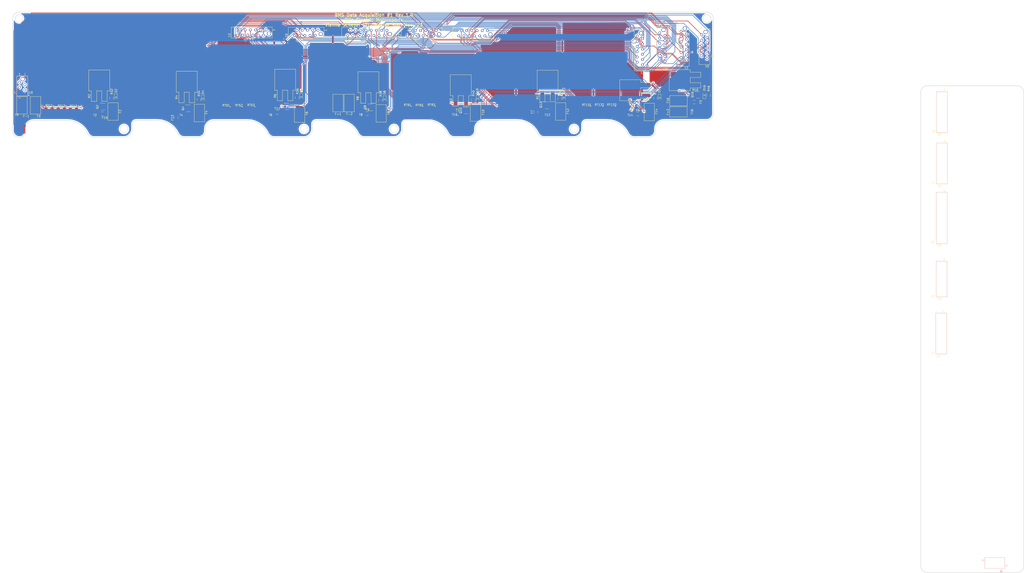
<source format=kicad_pcb>
(kicad_pcb (version 20211014) (generator pcbnew)
  (layers (0 "F.Cu" signal) (31 "B.Cu" signal) (34 "B.Paste" user) (35 "F.Paste" user) (36 "B.SilkS" user "B.Silkscreen") (37 "F.SilkS" user "F.Silkscreen") (38 "B.Mask" user) (39 "F.Mask" user) (44 "Edge.Cuts" user))
  (net 0 "")
  (net 1 "/C5_T3")
  (net 2 "/C9_T1")
  (net 3 "/C9_T2")
  (net 4 "/C13_T1")
  (net 5 "/C13_T3")
  (net 6 "/C9_T3")
  (net 7 "/C13_T2")
  (net 8 "/C1_T2")
  (net 9 "/C5_T1")
  (net 10 "/C1_T1")
  (net 11 "/C5_T2")
  (net 12 "/C1_T3")
  (net 13 "/C15_T2")
  (net 14 "/C11_T3")
  (net 15 "/C15_T3")
  (net 16 "/C15_T1")
  (net 17 "/C11_T2")
  (net 18 "/C11_T1")
  (net 19 "/C7_T3")
  (net 20 "/C3_T3")
  (net 21 "/C7_T2")
  (net 22 "/C3_T1")
  (net 23 "/C7_T1")
  (net 24 "/C3_T2")
  (net 25 "Net-(D2-Pad2)")
  (net 26 "Net-(D2-Pad1)")
  (net 27 "Net-(D4-Pad2)")
  (net 28 "Net-(D4-Pad1)")
  (net 29 "Net-(D6-Pad2)")
  (net 30 "Net-(D6-Pad1)")
  (net 31 "Net-(D8-Pad2)")
  (net 32 "Net-(D8-Pad1)")
  (net 33 "Net-(D10-Pad2)")
  (net 34 "Net-(D10-Pad1)")
  (net 35 "Net-(D12-Pad1)")
  (net 36 "Net-(D12-Pad2)")
  (net 37 "Net-(D14-Pad1)")
  (net 38 "Net-(D14-Pad2)")
  (net 39 "Net-(D16-Pad1)")
  (net 40 "Net-(D16-Pad2)")
  (net 41 "/C0")
  (net 42 "/C1")
  (net 43 "/C2")
  (net 44 "/C3")
  (net 45 "/C4")
  (net 46 "/C5")
  (net 47 "/C6")
  (net 48 "/C7")
  (net 49 "/C8")
  (net 50 "/C9")
  (net 51 "/C10")
  (net 52 "/C11")
  (net 53 "/C12")
  (net 54 "/C13")
  (net 55 "/C14")
  (net 56 "/C15")
  (net 57 "/C16")
  (net 58 "/V+1")
  (net 59 "/V+2")
  (net 60 "/V-1")
  (net 61 "/V-2")
  (net 62 "/Q12")
  (net 63 "/Q14")
  (net 64 "/Q16")
  (net 65 "/Q10")
  (net 66 "/Q15")
  (net 67 "/Q13")
  (net 68 "/Q11")
  (net 69 "/Q9")
  (net 70 "/Q8")
  (net 71 "/Q7")
  (net 72 "/Q6")
  (net 73 "/Q5")
  (net 74 "/Q4")
  (net 75 "/Q3")
  (net 76 "/Q2")
  (net 77 "/Q1")
  (net 78 "Net-(R2-PadEP)")
  (net 79 "Net-(R4-PadEP)")
  (net 80 "Net-(R6-PadEP)")
  (net 81 "Net-(R8-PadEP)")
  (net 82 "Net-(R10-PadEP)")
  (net 83 "Net-(R12-PadEP)")
  (net 84 "Net-(R14-PadEP)")
  (net 85 "Net-(R16-PadEP)")
  (net 86 "/GND1")
  (net 87 "Net-(F+2-Pad1)")
  (net 88 "/PWR1")
  (net 89 "/PWR3")
  (net 90 "/PWR5")
  (net 91 "/PWR7")
  (net 92 "/PWR9")
  (net 93 "/PWR11")
  (net 94 "/PWR13")
  (net 95 "/PWR15")
  (net 96 "/PWR14")
  (net 97 "/PWR16")
  (net 98 "/PWR8")
  (net 99 "/PWR10")
  (net 100 "/PWR12")
  (net 101 "/PWR6")
  (net 102 "/PWR4")
  (net 103 "/PWR2")
  (net 104 "Net-(J7-Pad1)")
  (net 105 "Net-(F1-Pad2)")
  (net 106 "Net-(F3-Pad2)")
  (net 107 "Net-(F5-Pad2)")
  (net 108 "Net-(F7-Pad2)")
  (net 109 "Net-(F9-Pad2)")
  (net 110 "Net-(F11-Pad2)")
  (net 111 "Net-(F13-Pad2)")
  (net 112 "Net-(F15-Pad2)")
  (net 113 "Net-(J10-Pad3)")
  (net 114 "Net-(J10-Pad1)")
  (net 115 "Net-(J10-Pad2)")
  (net 116 "Net-(J10-Pad4)")
  (footprint "footprints:SOT-23-3_OEM" (layer "F.Cu") (at 297.466 145.068)
    (fp_text reference "Q12")
    (fp_text value "BSS308PE" hide)
  )
  (footprint "footprints:SOT-23-3_OEM" (layer "F.Cu") (at 341.8918 145.9867)
    (fp_text reference "Q14")
    (fp_text value "BSS308PE" hide)
  )
  (footprint "footprints:Tab_connect_BMS" (layer "F.Cu") (at 341.0028 154.7116)
    (fp_text reference "T14")
    (fp_text value "Tab_Connect_BMS" hide)
  )
  (footprint "footprints:micromatch_female_vert_10" (layer "F.Cu") (at 182.2454 108.6646 -90)
    (fp_text reference "J1")
    (fp_text value "MM_M_VT_10" hide)
  )
  (footprint "footprints:Fuse_1812" (layer "F.Cu") (at 364.9931 148.2346 180)
    (fp_text reference "F+2")
    (fp_text value "200mA_Fuse" hide)
  )
  (footprint "footprints:SOT-23-3_OEM" (layer "F.Cu") (at 82.0752 145.7708)
    (fp_text reference "Q2")
    (fp_text value "BSS308PE" hide)
  )
  (footprint "footprints:Thermistor" (layer "F.Cu") (at 68.6499 148.4124)
    (fp_text reference "RT13")
    (fp_text value "Thermistor" hide)
  )
  (footprint "footprints:Fuse_1812" (layer "F.Cu") (at 305.138 150.8762 90)
    (fp_text reference "F12")
    (fp_text value "200mA_Fuse" hide)
  )
  (footprint "footprints:LED_0805_OEM" (layer "F.Cu") (at 219.7432 142.2021 -90)
    (fp_text reference "D8")
    (fp_text value "LED_0805" hide)
  )
  (footprint "footprints:Thermistor" (layer "F.Cu") (at 56.8149 148.1838)
    (fp_text reference "RT11")
    (fp_text value "Thermistor" hide)
  )
  (footprint "footprints:R_0805_OEM" (layer "F.Cu") (at 351.1501 141.6433 90)
    (fp_text reference "R44")
    (fp_text value "R_475" hide)
  )
  (footprint "footprints:PWR163" (layer "F.Cu") (at 256.6748 135.306)
    (fp_text reference "R10")
    (fp_text value "R_3.3_25W_TO163" hide)
  )
  (footprint "footprints:Fuse_1812" (layer "F.Cu") (at 178.4301 151.8795 90)
    (fp_text reference "F6")
    (fp_text value "200mA_Fuse" hide)
  )
  (footprint "footprints:Thermistor" (layer "F.Cu") (at 317.8126 148.1076)
    (fp_text reference "RT131")
    (fp_text value "Thermistor" hide)
  )
  (footprint "footprints:Thermistor" (layer "F.Cu") (at 154.9746 148.2854)
    (fp_text reference "RT53")
    (fp_text value "Thermistor" hide)
  )
  (footprint "footprints:SOT-23-3_OEM" (layer "F.Cu") (at 370.797 140.0431)
    (fp_text reference "Q16")
    (fp_text value "BSS308PE" hide)
  )
  (footprint "footprints:micromatch_female_vert_12" (layer "F.Cu") (at 264.5354 108.8546 -90)
    (fp_text reference "J4")
    (fp_text value "MM_M_VT_12" hide)
  )
  (footprint "footprints:R_0805_OEM" (layer "F.Cu") (at 129.5351 142.3291 90)
    (fp_text reference "R34")
    (fp_text value "R_475" hide)
  )
  (footprint "footprints:R_0805_OEM" (layer "F.Cu") (at 304.7062 141.8211 90)
    (fp_text reference "R42")
    (fp_text value "R_475" hide)
  )
  (footprint "footprints:R_0805_OEM" (layer "F.Cu") (at 87.2314 141.6179 90)
    (fp_text reference "R32")
    (fp_text value "R_475" hide)
  )
  (footprint "footprints:R_0805_OEM" (layer "F.Cu") (at 376.9438 140.2463 90)
    (fp_text reference "R46")
    (fp_text value "R_475" hide)
  )
  (footprint "footprints:Thermistor" (layer "F.Cu") (at 323.9086 148.1076)
    (fp_text reference "RT132")
    (fp_text value "Thermistor" hide)
  )
  (footprint "footprints:micromatch_female_vert_16" (layer "F.Cu") (at 215.7254 108.7146 -90)
    (fp_text reference "J5")
    (fp_text value "MM_M_VT_16" hide)
  )
  (footprint "footprints:Tab_connect_BMS" (layer "F.Cu") (at 79.1034 154.9529)
    (fp_text reference "T2")
    (fp_text value "Tab_Connect_BMS" hide)
  )
  (footprint "footprints:SOT-23-3_OEM" (layer "F.Cu") (at 258.318 147.574)
    (fp_text reference "Q10")
    (fp_text value "BSS308PE" hide)
  )
  (footprint "footprints:Tab_connect_BMS" (layer "F.Cu") (at 209.9515 154.737)
    (fp_text reference "T8")
    (fp_text value "Tab_Connect_BMS" hide)
  )
  (footprint "footprints:Thermistor" (layer "F.Cu") (at 242.6032 148.0187)
    (fp_text reference "RT93")
    (fp_text value "Thermistor" hide)
  )
  (footprint "footprints:SOT-23-3_OEM" (layer "F.Cu") (at 212.0597 146.05)
    (fp_text reference "Q8")
    (fp_text value "BSS308PE" hide)
  )
  (footprint "footprints:Fuse_1812" (layer "F.Cu") (at 348.1402 151.1302 90)
    (fp_text reference "F14")
    (fp_text value "200mA_Fuse" hide)
  )
  (footprint "footprints:micromatch_female_vert_12" (layer "F.Cu") (at 363.5961 114.2748)
    (fp_text reference "J8")
    (fp_text value "MM_M_VT_12" hide)
  )
  (footprint "footprints:PWR163" (layer "F.Cu") (at 81.1862 133.0327)
    (fp_text reference "R2")
    (fp_text value "R_3.3_25W_TO163" hide)
  )
  (footprint "footprints:Fuse_1812" (layer "F.Cu") (at 87.9045 150.8635 90)
    (fp_text reference "F2")
    (fp_text value "200mA_Fuse" hide)
  )
  (footprint "footprints:Thermistor" (layer "F.Cu") (at 230.8698 148.1203)
    (fp_text reference "RT91")
    (fp_text value "Thermistor" hide)
  )
  (footprint "footprints:PWR163" (layer "F.Cu") (at 123.655 133.6804)
    (fp_text reference "R4")
    (fp_text value "R_3.3_25W_TO163" hide)
  )
  (footprint "footprints:Tab_connect_BMS" (layer "F.Cu") (at 122.7533 154.9275)
    (fp_text reference "T4")
    (fp_text value "Tab_Connect_BMS" hide)
  )
  (footprint "footprints:LED_0805_OEM" (layer "F.Cu") (at 89.2634 141.2242 -90)
    (fp_text reference "D2")
    (fp_text value "LED_0805" hide)
  )
  (footprint "footprints:Fuse_1812" (layer "F.Cu") (at 197.0991 146.7868 90)
    (fp_text reference "F+1")
    (fp_text value "200mA_Fuse" hide)
  )
  (footprint "footprints:Thermistor" (layer "F.Cu") (at 142.8574 148.2854)
    (fp_text reference "RT51")
    (fp_text value "Thermistor" hide)
  )
  (footprint "footprints:LED_0805_OEM" (layer "F.Cu") (at 131.529 141.91 -90)
    (fp_text reference "D4")
    (fp_text value "LED_0805" hide)
  )
  (footprint "footprints:Fuse_1812" (layer "F.Cu") (at 129.8145 151.6255 90)
    (fp_text reference "F4")
    (fp_text value "200mA_Fuse" hide)
  )
  (footprint "footprints:PWR163" (layer "F.Cu") (at 362.923 132.8549 90)
    (fp_text reference "R16")
    (fp_text value "R_3.3_25W_TO163" hide)
  )
  (footprint "footprints:micromatch_female_vert_12" (layer "F.Cu") (at 342.2982 116.5608)
    (fp_text reference "J9")
    (fp_text value "MM_M_VT_12" hide)
  )
  (footprint "footprints:SOT-23-3_OEM" (layer "F.Cu") (at 171.3943 145.6311)
    (fp_text reference "Q6")
    (fp_text value "BSS308PE" hide)
  )
  (footprint "footprints:Thermistor" (layer "F.Cu") (at 62.7825 148.3108)
    (fp_text reference "RT12")
    (fp_text value "Thermistor" hide)
  )
  (footprint "footprints:LED_0805_OEM" (layer "F.Cu") (at 179.2683 141.021 -90)
    (fp_text reference "D6")
    (fp_text value "LED_0805" hide)
  )
  (footprint "footprints:R_0805_OEM" (layer "F.Cu") (at 262.7708 142.3418 90)
    (fp_text reference "R40")
    (fp_text value "R_475" hide)
  )
  (footprint "footprints:Tab_connect_BMS" (layer "F.Cu") (at 42.9338 154.8005)
    (fp_text reference "T0")
    (fp_text value "Tab_Connect_BMS" hide)
  )
  (footprint "footprints:Tab_connect_BMS" (layer "F.Cu") (at 166.2635 154.5719)
    (fp_text reference "T6")
    (fp_text value "Tab_Connect_BMS" hide)
  )
  (footprint "footprints:R_0805_OEM" (layer "F.Cu") (at 217.7366 142.5831 90)
    (fp_text reference "R38")
    (fp_text value "R_475" hide)
  )
  (footprint "footprints:PWR163" (layer "F.Cu") (at 298.788 133.1343)
    (fp_text reference "R12")
    (fp_text value "R_3.3_25W_TO163" hide)
  )
  (footprint "footprints:micromatch_female_vert_10" (layer "F.Cu") (at 373.6672 116.002)
    (fp_text reference "J6")
    (fp_text value "MM_M_VT_10" hide)
  )
  (footprint "footprints:micromatch_female_vert_12" (layer "F.Cu") (at 353.2329 114.986)
    (fp_text reference "J7")
    (fp_text value "MM_M_VT_12" hide)
  )
  (footprint "footprints:Thermistor" (layer "F.Cu") (at 329.776 148.2092)
    (fp_text reference "RT133")
    (fp_text value "Thermistor" hide)
  )
  (footprint "footprints:LED_0805_OEM" (layer "F.Cu") (at 306.7636 141.402 -90)
    (fp_text reference "D12")
    (fp_text value "LED_0805" hide)
  )
  (footprint "footprints:Fuse_1812" (layer "F.Cu") (at 218.0414 151.7398 90)
    (fp_text reference "F8")
    (fp_text value "200mA_Fuse" hide)
  )
  (footprint "footprints:SOT-23-3_OEM" (layer "F.Cu") (at 123.5153 146.5328)
    (fp_text reference "Q4")
    (fp_text value "BSS308PE" hide)
  )
  (footprint "footprints:PWR163" (layer "F.Cu") (at 211.8438 133.909)
    (fp_text reference "R8")
    (fp_text value "R_3.3_25W_TO163" hide)
  )
  (footprint "footprints:LED_0805_OEM" (layer "F.Cu") (at 374.8864 140.1447 90)
    (fp_text reference "D16")
    (fp_text value "LED_0805" hide)
  )
  (footprint "footprints:micromatch_female_vert_12" (layer "F.Cu") (at 239.6654 108.8546 -90)
    (fp_text reference "J2")
    (fp_text value "MM_M_VT_12" hide)
  )
  (footprint "footprints:LED_0805_OEM" (layer "F.Cu") (at 264.8028 141.9227 -90)
    (fp_text reference "D10")
    (fp_text value "LED_0805" hide)
  )
  (footprint "footprints:Thermistor" (layer "F.Cu") (at 236.6342 148.0187)
    (fp_text reference "RT92")
    (fp_text value "Thermistor" hide)
  )
  (footprint "footprints:Fuse_1812" (layer "F.Cu") (at 202.522 146.7741 90)
    (fp_text reference "F-2")
    (fp_text value "200mA_Fuse" hide)
  )
  (footprint "footprints:R_0805_OEM" (layer "F.Cu") (at 177.2617 141.402 90)
    (fp_text reference "R36")
    (fp_text value "R_475" hide)
  )
  (footprint "footprints:PWR163" (layer "F.Cu") (at 338.9327 137.7698 90)
    (fp_text reference "R14")
    (fp_text value "R_3.3_25W_TO163" hide)
  )
  (footprint "footprints:Tab_connect_BMS" (layer "F.Cu") (at 297.3275 154.5973)
    (fp_text reference "T12")
    (fp_text value "Tab_Connect_BMS" hide)
  )
  (footprint "footprints:Fuse_1812" (layer "F.Cu") (at 365.0566 142.8498 180)
    (fp_text reference "F16")
    (fp_text value "200mA_Fuse" hide)
  )
  (footprint "footprints:PWR163" (layer "F.Cu") (at 171.3943 132.6644)
    (fp_text reference "R6")
    (fp_text value "R_3.3_25W_TO163" hide)
  )
  (footprint "footprints:Thermistor" (layer "F.Cu") (at 148.9266 148.2854)
    (fp_text reference "RT52")
    (fp_text value "Thermistor" hide)
  )
  (footprint "footprints:Tab_connect_BMS" (layer "F.Cu") (at 373.972 148.2219 90)
    (fp_text reference "T16")
    (fp_text value "Tab_Connect_BMS" hide)
  )
  (footprint "footprints:Tab_connect_BMS" (layer "F.Cu") (at 253.6395 154.6735)
    (fp_text reference "T10")
    (fp_text value "Tab_Connect_BMS" hide)
  )
  (footprint "footprints:Fuse_1812" (layer "F.Cu") (at 263.8249 151.3334 90)
    (fp_text reference "F10")
    (fp_text value "200mA_Fuse" hide)
  )
  (footprint "footprints:LED_0805_OEM" (layer "F.Cu") (at 353.1694 141.4831 -90)
    (fp_text reference "D14")
    (fp_text value "LED_0805" hide)
  )
  (footprint "footprints:Fuse_1206" (layer "F.Cu") (at 369.948 143.51)
    (fp_text reference "F3")
    (fp_text value "1.5A_Fuse" hide)
  )
  (footprint "footprints:Fuse_1206" (layer "F.Cu") (at 342.522 149.352)
    (fp_text reference "F5")
    (fp_text value "1.5A_Fuse" hide)
  )
  (footprint "footprints:Fuse_1206" (layer "F.Cu") (at 211.328 149.098)
    (fp_text reference "F9")
    (fp_text value "1.5A_Fuse" hide)
  )
  (footprint "footprints:Fuse_1206" (layer "F.Cu") (at 82.68 149.225)
    (fp_text reference "F15")
    (fp_text value "1.5A_Fuse" hide)
  )
  (footprint "footprints:Fuse_1206" (layer "F.Cu") (at 118.491 151.127 90)
    (fp_text reference "F13")
    (fp_text value "1.5A_Fuse" hide)
  )
  (footprint "footprints:micromatch_female_vert_12" (layer "F.Cu") (at 157.0854 108.4946 -90)
    (fp_text reference "J3")
    (fp_text value "MM_M_VT_12" hide)
  )
  (footprint "footprints:micromatch_female_vert_4" (layer "F.Cu") (at 42.545 138.9126)
    (fp_text reference "J10")
    (fp_text value "MM_F_VT_04" hide)
  )
  (footprint "footprints:Fuse_1206" (layer "F.Cu") (at 167.643 148.463)
    (fp_text reference "F11")
    (fp_text value "1.5A_Fuse" hide)
  )
  (footprint "footprints:Fuse_1206" (layer "F.Cu") (at 255.146 149.098)
    (fp_text reference "F1")
    (fp_text value "1.5A_Fuse" hide)
  )
  (footprint "footprints:Fuse_1812" (layer "F.Cu") (at 43.688 147.828 90)
    (fp_text reference "F-1")
    (fp_text value "200mA_Fuse" hide)
  )
  (footprint "footprints:Fuse_1206" (layer "F.Cu") (at 293.116 148.339 90)
    (fp_text reference "F7")
    (fp_text value "1.5A_Fuse" hide)
  )
  (footprint "footprints:Fuse_1812" (layer "F.Cu") (at 50.292 147.828 90)
    (fp_text reference "F0")
    (fp_text value "200mA_Fuse" hide)
  )
  (footprint "footprints:micromatch_female_vert_4" (layer "B.Cu") (at 45.085 138.9126 180)
    (fp_text reference "J8")
    (fp_text value "MM_F_VT_04" hide)
  )
  (footprint "footprints:micromatch_female_vert_4" (layer "B.Cu") (at 518.9982 365.9378 -90)
    (fp_text reference "J8")
    (fp_text value "MM_F_VT_04" hide)
  )
  (footprint "footprints:micromatch_female_vert_10" (layer "B.Cu") (at 490.0168 229.4382 180)
    (fp_text reference "J2")
    (fp_text value "MM_F_VT_10" hide)
  )
  (footprint "footprints:micromatch_female_vt_12" (layer "B.Cu") (at 491.109 253.9492 180)
    (fp_text reference "J1")
    (fp_text value "MM_F_VT_12" hide)
  )
  (footprint "footprints:micromatch_female_vt_12" (layer "B.Cu") (at 491.49 171.3992 180)
    (fp_text reference "J4")
    (fp_text value "MM_F_VT_12" hide)
  )
  (footprint "footprints:micromatch_female_vert_16" (layer "B.Cu") (at 491.3376 195.326 180)
    (fp_text reference "J3")
    (fp_text value "MM_F_VT_16" hide)
  )
  (footprint "footprints:micromatch_female_vt_12" (layer "B.Cu") (at 491.49 146.5072 180)
    (fp_text reference "J5")
    (fp_text value "MM_M_VT_12" hide)
  )
  (gr_arc (start 78.56 160.635) (mid 76.864005 160.144069) (end 75.692493 158.823096) (layer "Edge.Cuts") (width 0.2))
  (gr_line (start 97.250387 156.571) (end 97.250387 154.241477) (layer "Edge.Cuts") (width 0.2))
  (gr_arc (start 184.626387 156.571) (mid 183.436069 159.444682) (end 180.562387 160.635) (layer "Edge.Cuts") (width 0.2))
  (gr_line (start 224.250387 160.635) (end 209.624 160.635) (layer "Edge.Cuts") (width 0.2))
  (gr_arc (start 152.802819 152.336478) (mid 158.87448 154.094011) (end 163.068493 158.823096) (layer "Edge.Cuts") (width 0.2))
  (gr_arc (start 42.312819 160.635) (mid 40.067755 159.705064) (end 39.137819 157.46) (layer "Edge.Cuts") (width 0.2))
  (gr_arc (start 228.314387 154.241477) (mid 228.872349 152.894439) (end 230.219387 152.336477) (layer "Edge.Cuts") (width 0.2))
  (gr_arc (start 283.866819 152.336478) (mid 289.93848 154.094011) (end 294.132493 158.823096) (layer "Edge.Cuts") (width 0.2))
  (gr_line (start 42.312819 99.836435) (end 376.068819 99.836435) (layer "Edge.Cuts") (width 0.2))
  (gr_circle (center 224.250387 156.571) (end 226.206187 156.571) (layer "Edge.Cuts") (width 0.2) (fill none))
  (gr_arc (start 39.137819 103.011435) (mid 40.067755 100.766371) (end 42.312819 99.836435) (layer "Edge.Cuts") (width 0.2))
  (gr_arc (start 315.690387 154.241477) (mid 316.248349 152.894439) (end 317.595387 152.336477) (layer "Edge.Cuts") (width 0.2))
  (gr_arc (start 351.079864 157.46) (mid 350.149928 159.705064) (end 347.904864 160.635) (layer "Edge.Cuts") (width 0.2))
  (gr_line (start 351.079864 156.571) (end 351.079864 157.46) (layer "Edge.Cuts") (width 0.2))
  (gr_arc (start 196.490819 152.336478) (mid 202.56248 154.094011) (end 206.756493 158.823096) (layer "Edge.Cuts") (width 0.2))
  (gr_line (start 317.595387 152.336478) (end 327.554818 152.336478) (layer "Edge.Cuts") (width 0.2))
  (gr_line (start 260.528864 160.635) (end 253.312 160.635) (layer "Edge.Cuts") (width 0.2))
  (gr_line (start 355.314387 152.336478) (end 376.068819 152.336478) (layer "Edge.Cuts") (width 0.2))
  (gr_circle (center 42.312819 103.011435) (end 44.205119 103.011435) (layer "Edge.Cuts") (width 0.2) (fill none))
  (gr_line (start 132.639864 156.571) (end 132.639864 157.46) (layer "Edge.Cuts") (width 0.2))
  (gr_line (start 347.904864 160.635) (end 340.688 160.635) (layer "Edge.Cuts") (width 0.2))
  (gr_line (start 39.137819 157.46) (end 39.137819 103.011435) (layer "Edge.Cuts") (width 0.2))
  (gr_arc (start 184.626387 154.241477) (mid 185.184349 152.894439) (end 186.531387 152.336477) (layer "Edge.Cuts") (width 0.2))
  (gr_line (start 228.314387 156.571) (end 228.314387 154.241477) (layer "Edge.Cuts") (width 0.2))
  (gr_line (start 45.263864 156.571) (end 45.263864 158.095) (layer "Edge.Cuts") (width 0.2))
  (gr_line (start 180.562387 160.635) (end 165.936 160.635) (layer "Edge.Cuts") (width 0.2))
  (gr_line (start 99.155387 152.336478) (end 109.114818 152.336478) (layer "Edge.Cuts") (width 0.2))
  (gr_line (start 186.531387 152.336478) (end 196.490819 152.336478) (layer "Edge.Cuts") (width 0.2))
  (gr_circle (center 311.626387 156.571) (end 313.582187 156.571) (layer "Edge.Cuts") (width 0.2) (fill none))
  (gr_line (start 230.219387 152.336478) (end 240.178819 152.336478) (layer "Edge.Cuts") (width 0.2))
  (gr_arc (start 132.639864 157.46) (mid 131.709928 159.705064) (end 129.464864 160.635) (layer "Edge.Cuts") (width 0.2))
  (gr_arc (start 379.243819 149.161478) (mid 378.313883 151.406542) (end 376.068819 152.336478) (layer "Edge.Cuts") (width 0.2))
  (gr_arc (start 228.314387 156.571) (mid 227.124069 159.444682) (end 224.250387 160.635) (layer "Edge.Cuts") (width 0.2))
  (gr_line (start 184.626387 156.571) (end 184.626387 154.241477) (layer "Edge.Cuts") (width 0.2))
  (gr_arc (start 263.703864 156.571) (mid 264.944127 153.57674) (end 267.938387 152.336477) (layer "Edge.Cuts") (width 0.2))
  (gr_line (start 267.938387 152.336478) (end 283.866819 152.336478) (layer "Edge.Cuts") (width 0.2))
  (gr_line (start 311.626387 160.635) (end 297 160.635) (layer "Edge.Cuts") (width 0.2))
  (gr_arc (start 340.688 160.635) (mid 338.992005 160.144069) (end 337.820493 158.823096) (layer "Edge.Cuts") (width 0.2))
  (gr_circle (center 180.562387 156.571) (end 182.518187 156.571) (layer "Edge.Cuts") (width 0.2) (fill none))
  (gr_line (start 263.703864 156.571) (end 263.703864 157.46) (layer "Edge.Cuts") (width 0.2))
  (gr_arc (start 165.936 160.635) (mid 164.240005 160.144069) (end 163.068493 158.823096) (layer "Edge.Cuts") (width 0.2))
  (gr_arc (start 376.068819 99.836435) (mid 378.313883 100.766371) (end 379.243819 103.011435) (layer "Edge.Cuts") (width 0.2))
  (gr_line (start 42.723864 160.635) (end 42.312819 160.635) (layer "Edge.Cuts") (width 0.2))
  (gr_arc (start 263.703864 157.46) (mid 262.773928 159.705064) (end 260.528864 160.635) (layer "Edge.Cuts") (width 0.2))
  (gr_line (start 136.874387 152.336478) (end 152.802819 152.336478) (layer "Edge.Cuts") (width 0.2))
  (gr_arc (start 45.263864 156.571) (mid 46.504127 153.57674) (end 49.498387 152.336477) (layer "Edge.Cuts") (width 0.2))
  (gr_line (start 49.498387 152.336478) (end 65.426819 152.336478) (layer "Edge.Cuts") (width 0.2))
  (gr_arc (start 122.248 160.635) (mid 120.552005 160.144069) (end 119.380493 158.823096) (layer "Edge.Cuts") (width 0.2))
  (gr_arc (start 327.554819 152.336477) (mid 333.62648 154.09401) (end 337.820493 158.823096) (layer "Edge.Cuts") (width 0.2))
  (gr_circle (center 93.186387 156.571) (end 95.142187 156.571) (layer "Edge.Cuts") (width 0.2) (fill none))
  (gr_arc (start 315.690387 156.571) (mid 314.500069 159.444682) (end 311.626387 160.635) (layer "Edge.Cuts") (width 0.2))
  (gr_arc (start 351.079864 156.571) (mid 352.320127 153.57674) (end 355.314387 152.336477) (layer "Edge.Cuts") (width 0.2))
  (gr_line (start 315.690387 156.571) (end 315.690387 154.241477) (layer "Edge.Cuts") (width 0.2))
  (gr_arc (start 209.624 160.635) (mid 207.928005 160.144069) (end 206.756493 158.823096) (layer "Edge.Cuts") (width 0.2))
  (gr_line (start 129.464864 160.635) (end 122.248 160.635) (layer "Edge.Cuts") (width 0.2))
  (gr_arc (start 297 160.635) (mid 295.304005 160.144069) (end 294.132493 158.823096) (layer "Edge.Cuts") (width 0.2))
  (gr_circle (center 376.068819 103.011435) (end 377.961119 103.011435) (layer "Edge.Cuts") (width 0.2) (fill none))
  (gr_arc (start 65.426819 152.336478) (mid 71.49848 154.094011) (end 75.692493 158.823096) (layer "Edge.Cuts") (width 0.2))
  (gr_line (start 379.243819 103.011435) (end 379.243819 149.161478) (layer "Edge.Cuts") (width 0.2))
  (gr_arc (start 109.114819 152.336477) (mid 115.18648 154.09401) (end 119.380493 158.823096) (layer "Edge.Cuts") (width 0.2))
  (gr_arc (start 132.639864 156.571) (mid 133.880127 153.57674) (end 136.874387 152.336477) (layer "Edge.Cuts") (width 0.2))
  (gr_arc (start 45.263864 158.095) (mid 44.519915 159.891051) (end 42.723864 160.635) (layer "Edge.Cuts") (width 0.2))
  (gr_line (start 93.186387 160.635) (end 78.56 160.635) (layer "Edge.Cuts") (width 0.2))
  (gr_arc (start 240.178819 152.336478) (mid 246.25048 154.094011) (end 250.444493 158.823096) (layer "Edge.Cuts") (width 0.2))
  (gr_arc (start 97.250387 156.571) (mid 96.060069 159.444682) (end 93.186387 160.635) (layer "Edge.Cuts") (width 0.2))
  (gr_arc (start 97.250387 154.241477) (mid 97.808349 152.894439) (end 99.155387 152.336477) (layer "Edge.Cuts") (width 0.2))
  (gr_arc (start 253.312 160.635) (mid 251.616005 160.144069) (end 250.444493 158.823096) (layer "Edge.Cuts") (width 0.2))
  (gr_arc (start 526.767034 135.635999) (mid 529.012098 136.565935) (end 529.942034 138.810999) (layer "Edge.Cuts") (width 0.2))
  (gr_arc (start 479.904034 138.810999) (mid 480.83397 136.565935) (end 483.079034 135.635999) (layer "Edge.Cuts") (width 0.2))
  (gr_line (start 529.942034 368.681) (end 529.942034 138.810999) (layer "Edge.Cuts") (width 0.2))
  (gr_line (start 483.079034 371.856) (end 526.767034 371.856) (layer "Edge.Cuts") (width 0.2))
  (gr_line (start 479.904034 138.810999) (end 479.904034 368.681) (layer "Edge.Cuts") (width 0.2))
  (gr_arc (start 483.079034 371.856) (mid 480.83397 370.926064) (end 479.904034 368.681) (layer "Edge.Cuts") (width 0.2))
  (gr_line (start 526.767034 135.636) (end 483.079034 135.636) (layer "Edge.Cuts") (width 0.2))
  (gr_arc (start 529.942034 368.681) (mid 529.012098 370.926064) (end 526.767034 371.856) (layer "Edge.Cuts") (width 0.2))
  (gr_text "BMS Data Acquisition #1 Rev 1.0\nOlin Electric Motorsports\nVienna Scheyer '21, Wesley Soo-Hoo '23" (at 214.4727 103.6576) (layer "F.SilkS") (effects (font (size 1.5 1.5) (thickness 0.3))))
  (segment (start 152.4772 145.034) (end 137.795 145.034) (width 0.254) (layer "F.Cu") (net 1))
  (segment (start 140.4254 111.0346) (end 148.1954 111.0346) (width 0.254) (layer "F.Cu") (net 1))
  (segment (start 136.72501 114.73499) (end 140.4254 111.0346) (width 0.254) (layer "F.Cu") (net 1))
  (segment (start 136.72501 143.96401) (end 136.72501 114.73499) (width 0.254) (layer "F.Cu") (net 1))
  (segment (start 153.4746 146.0314) (end 152.4772 145.034) (width 0.254) (layer "F.Cu") (net 1))
  (segment (start 153.4746 148.2854) (end 153.4746 146.0314) (width 0.254) (layer "F.Cu") (net 1))
  (segment (start 137.795 145.034) (end 136.72501 143.96401) (width 0.254) (layer "F.Cu") (net 1))
  (segment (start 160.349393 119.554555) (end 152.0054 111.210562) (width 0.254) (layer "F.Cu") (net 2))
  (segment (start 219.50999 137.47506) (end 219.50999 121.156708) (width 0.254) (layer "F.Cu") (net 2))
  (segment (start 171.962422 120.580063) (end 170.936913 119.554555) (width 0.254) (layer "F.Cu") (net 2))
  (segment (start 218.933344 120.580062) (end 171.962422 120.580063) (width 0.254) (layer "F.Cu") (net 2))
  (segment (start 170.936913 119.554555) (end 160.349393 119.554555) (width 0.254) (layer "F.Cu") (net 2))
  (segment (start 152.0054 109.413838) (end 152.0054 108.4946) (width 0.254) (layer "F.Cu") (net 2))
  (segment (start 219.50999 121.156708) (end 218.933344 120.580062) (width 0.254) (layer "F.Cu") (net 2))
  (segment (start 228.3658 148.1203) (end 227.90123 147.65573) (width 0.254) (layer "F.Cu") (net 2))
  (segment (start 229.3698 148.1203) (end 228.3658 148.1203) (width 0.254) (layer "F.Cu") (net 2))
  (segment (start 152.0054 111.210562) (end 152.0054 109.413838) (width 0.254) (layer "F.Cu") (net 2))
  (segment (start 227.90123 147.65573) (end 227.90123 145.8663) (width 0.254) (layer "F.Cu") (net 2))
  (segment (start 227.90123 145.8663) (end 219.50999 137.47506) (width 0.254) (layer "F.Cu") (net 2))
  (segment (start 219.964003 137.287005) (end 226.948999 144.272001) (width 0.254) (layer "F.Cu") (net 3))
  (segment (start 235.1342 145.7647) (end 235.1342 148.0187) (width 0.254) (layer "F.Cu") (net 3))
  (segment (start 153.2754 111.0346) (end 161.341344 119.100544) (width 0.254) (layer "F.Cu") (net 3))
  (segment (start 172.150479 120.126053) (end 219.126288 120.126052) (width 0.254) (layer "F.Cu") (net 3))
  (segment (start 161.341344 119.100544) (end 171.124968 119.100544) (width 0.254) (layer "F.Cu") (net 3))
  (segment (start 219.126288 120.126052) (end 219.964003 120.963767) (width 0.254) (layer "F.Cu") (net 3))
  (segment (start 233.641501 144.272001) (end 235.1342 145.7647) (width 0.254) (layer "F.Cu") (net 3))
  (segment (start 171.124968 119.100544) (end 172.150479 120.126053) (width 0.254) (layer "F.Cu") (net 3))
  (segment (start 219.964003 120.963767) (end 219.964003 137.287005) (width 0.254) (layer "F.Cu") (net 3))
  (segment (start 226.948999 144.272001) (end 233.641501 144.272001) (width 0.254) (layer "F.Cu") (net 3))
  (segment (start 299.227601 145.390999) (end 298.177601 144.340999) (width 0.254) (layer "F.Cu") (net 4))
  (segment (start 218.889125 118.310011) (end 172.902705 118.310011) (width 0.254) (layer "F.Cu") (net 4))
  (segment (start 237.492897 118.491) (end 236.286397 117.2845) (width 0.254) (layer "F.Cu") (net 4))
  (segment (start 236.286397 117.2845) (end 219.914636 117.2845) (width 0.254) (layer "F.Cu") (net 4))
  (segment (start 315.3086 148.1076) (end 314.82899 147.62799) (width 0.254) (layer "F.Cu") (net 4))
  (segment (start 316.3126 148.1076) (end 315.3086 148.1076) (width 0.254) (layer "F.Cu") (net 4))
  (segment (start 301.704197 145.390999) (end 299.227601 145.390999) (width 0.254) (layer "F.Cu") (net 4))
  (segment (start 303.941188 147.62799) (end 301.704197 145.390999) (width 0.254) (layer "F.Cu") (net 4))
  (segment (start 159.005399 111.684599) (end 158.3554 111.0346) (width 0.254) (layer "F.Cu") (net 4))
  (segment (start 171.877194 117.2845) (end 164.6053 117.2845) (width 0.254) (layer "F.Cu") (net 4))
  (segment (start 172.902705 118.310011) (end 171.877194 117.2845) (width 0.254) (layer "F.Cu") (net 4))
  (segment (start 265.102989 136.83299) (end 265.102989 119.123557) (width 0.254) (layer "F.Cu") (net 4))
  (segment (start 265.102989 119.123557) (end 264.470432 118.491) (width 0.254) (layer "F.Cu") (net 4))
  (segment (start 164.6053 117.2845) (end 159.005399 111.684599) (width 0.254) (layer "F.Cu") (net 4))
  (segment (start 264.470432 118.491) (end 237.492897 118.491) (width 0.254) (layer "F.Cu") (net 4))
  (segment (start 272.610998 144.340999) (end 265.102989 136.83299) (width 0.254) (layer "F.Cu") (net 4))
  (segment (start 219.914636 117.2845) (end 218.889125 118.310011) (width 0.254) (layer "F.Cu") (net 4))
  (segment (start 314.82899 147.62799) (end 303.941188 147.62799) (width 0.254) (layer "F.Cu") (net 4))
  (segment (start 298.177601 144.340999) (end 272.610998 144.340999) (width 0.254) (layer "F.Cu") (net 4))
  (segment (start 316.08699 147.88199) (end 316.3126 148.1076) (width 0.254) (layer "F.Cu") (net 4))
  (segment (start 158.062401 109.239569) (end 156.924388 110.377582) (width 0.254) (layer "F.Cu") (net 5))
  (segment (start 264.094318 119.399022) (end 264.194967 119.499671) (width 0.254) (layer "F.Cu") (net 5))
  (segment (start 314.782445 150.888611) (end 327.850589 150.888611) (width 0.254) (layer "F.Cu") (net 5))
  (segment (start 219.26524 119.218032) (end 220.29075 118.192522) (width 0.254) (layer "F.Cu") (net 5))
  (segment (start 264.194967 119.499671) (end 264.194968 137.209105) (width 0.254) (layer "F.Cu") (net 5))
  (segment (start 264.194968 137.209105) (end 275.521875 148.536011) (width 0.254) (layer "F.Cu") (net 5))
  (segment (start 160.094361 107.517599) (end 159.156439 107.517599) (width 0.254) (layer "F.Cu") (net 5))
  (segment (start 159.156439 107.517599) (end 158.062401 108.611637) (width 0.254) (layer "F.Cu") (net 5))
  (segment (start 156.924389 111.691619) (end 163.425292 118.192522) (width 0.254) (layer "F.Cu") (net 5))
  (segment (start 158.062401 108.611637) (end 158.062401 109.239569) (width 0.254) (layer "F.Cu") (net 5))
  (segment (start 220.29075 118.192522) (end 235.910283 118.192522) (width 0.254) (layer "F.Cu") (net 5))
  (segment (start 235.910283 118.192522) (end 237.116783 119.399022) (width 0.254) (layer "F.Cu") (net 5))
  (segment (start 163.425292 118.192522) (end 171.50108 118.192522) (width 0.254) (layer "F.Cu") (net 5))
  (segment (start 312.429845 148.536011) (end 314.782445 150.888611) (width 0.254) (layer "F.Cu") (net 5))
  (segment (start 237.116783 119.399022) (end 264.094318 119.399022) (width 0.254) (layer "F.Cu") (net 5))
  (segment (start 156.924388 110.377582) (end 156.924389 111.691619) (width 0.254) (layer "F.Cu") (net 5))
  (segment (start 172.526591 119.218033) (end 219.26524 119.218032) (width 0.254) (layer "F.Cu") (net 5))
  (segment (start 171.50108 118.192522) (end 172.526591 119.218033) (width 0.254) (layer "F.Cu") (net 5))
  (segment (start 327.850589 150.888611) (end 328.276 150.4632) (width 0.254) (layer "F.Cu") (net 5))
  (segment (start 275.521875 148.536011) (end 312.429845 148.536011) (width 0.254) (layer "F.Cu") (net 5))
  (segment (start 160.8954 108.318638) (end 160.094361 107.517599) (width 0.254) (layer "F.Cu") (net 5))
  (segment (start 160.8954 111.0346) (end 160.8954 108.318638) (width 0.254) (layer "F.Cu") (net 5))
  (segment (start 328.276 150.4632) (end 328.276 148.2092) (width 0.254) (layer "F.Cu") (net 5))
  (segment (start 154.5454 111.210562) (end 161.981371 118.646533) (width 0.254) (layer "F.Cu") (net 6))
  (segment (start 171.313023 118.646533) (end 172.338535 119.672043) (width 0.254) (layer "F.Cu") (net 6))
  (segment (start 241.1032 145.7647) (end 241.1032 148.0187) (width 0.254) (layer "F.Cu") (net 6))
  (segment (start 154.5454 108.4946) (end 154.5454 111.210562) (width 0.254) (layer "F.Cu") (net 6))
  (segment (start 220.418013 120.770825) (end 220.418013 137.098947) (width 0.254) (layer "F.Cu") (net 6))
  (segment (start 161.981371 118.646533) (end 171.313023 118.646533) (width 0.254) (layer "F.Cu") (net 6))
  (segment (start 219.31923 119.672042) (end 220.418013 120.770825) (width 0.254) (layer "F.Cu") (net 6))
  (segment (start 227.137056 143.81799) (end 239.15649 143.81799) (width 0.254) (layer "F.Cu") (net 6))
  (segment (start 172.338535 119.672043) (end 219.31923 119.672042) (width 0.254) (layer "F.Cu") (net 6))
  (segment (start 220.418013 137.098947) (end 227.137056 143.81799) (width 0.254) (layer "F.Cu") (net 6))
  (segment (start 239.15649 143.81799) (end 241.1032 145.7647) (width 0.254) (layer "F.Cu") (net 6))
  (segment (start 158.799439 109.144599) (end 157.378399 110.565639) (width 0.254) (layer "F.Cu") (net 7))
  (segment (start 264.648978 137.021047) (end 275.709932 148.082) (width 0.254) (layer "F.Cu") (net 7))
  (segment (start 219.077182 118.764022) (end 220.102693 117.738511) (width 0.254) (layer "F.Cu") (net 7))
  (segment (start 275.709932 148.082) (end 312.666933 148.082001) (width 0.254) (layer "F.Cu") (net 7))
  (segment (start 315.019532 150.4346) (end 322.3356 150.4346) (width 0.254) (layer "F.Cu") (net 7))
  (segment (start 220.102693 117.738511) (end 236.098341 117.738512) (width 0.254) (layer "F.Cu") (net 7))
  (segment (start 171.689138 117.738512) (end 172.714648 118.764022) (width 0.254) (layer "F.Cu") (net 7))
  (segment (start 322.3356 150.4346) (end 322.4086 150.3616) (width 0.254) (layer "F.Cu") (net 7))
  (segment (start 322.4086 150.3616) (end 322.4086 148.1076) (width 0.254) (layer "F.Cu") (net 7))
  (segment (start 264.282375 118.945011) (end 264.648978 119.311614) (width 0.254) (layer "F.Cu") (net 7))
  (segment (start 172.714648 118.764022) (end 219.077182 118.764022) (width 0.254) (layer "F.Cu") (net 7))
  (segment (start 237.30484 118.945011) (end 264.282375 118.945011) (width 0.254) (layer "F.Cu") (net 7))
  (segment (start 158.975401 109.144599) (end 158.799439 109.144599) (width 0.254) (layer "F.Cu") (net 7))
  (segment (start 157.378399 110.565639) (end 157.378399 111.503561) (width 0.254) (layer "F.Cu") (net 7))
  (segment (start 236.098341 117.738512) (end 237.30484 118.945011) (width 0.254) (layer "F.Cu") (net 7))
  (segment (start 264.648978 119.311614) (end 264.648978 137.021047) (width 0.254) (layer "F.Cu") (net 7))
  (segment (start 159.6254 108.4946) (end 158.975401 109.144599) (width 0.254) (layer "F.Cu") (net 7))
  (segment (start 312.666933 148.082001) (end 315.019532 150.4346) (width 0.254) (layer "F.Cu") (net 7))
  (segment (start 163.613349 117.738511) (end 171.689138 117.738512) (width 0.254) (layer "F.Cu") (net 7))
  (segment (start 157.378399 111.503561) (end 163.613349 117.738511) (width 0.254) (layer "F.Cu") (net 7))
  (segment (start 49.979123 103.705011) (end 43.072022 110.612112) (width 0.254) (layer "F.Cu") (net 8))
  (segment (start 47.752 132.319865) (end 47.752 143.622864) (width 0.254) (layer "F.Cu") (net 8))
  (segment (start 61.2825 145.1025) (end 61.2825 148.3108) (width 0.254) (layer "F.Cu") (net 8))
  (segment (start 43.072022 127.639886) (end 47.752 132.319865) (width 0.254) (layer "F.Cu") (net 8))
  (segment (start 43.072022 110.612112) (end 43.072022 127.639886) (width 0.254) (layer "F.Cu") (net 8))
  (segment (start 180.9754 111.2046) (end 180.056162 111.2046) (width 0.254) (layer "F.Cu") (net 8))
  (segment (start 60.251989 144.071989) (end 61.2825 145.1025) (width 0.254) (layer "F.Cu") (net 8))
  (segment (start 178.308 109.456438) (end 178.308 107.909268) (width 0.254) (layer "F.Cu") (net 8))
  (segment (start 47.752 143.622864) (end 48.201125 144.071989) (width 0.254) (layer "F.Cu") (net 8))
  (segment (start 48.201125 144.071989) (end 60.251989 144.071989) (width 0.254) (layer "F.Cu") (net 8))
  (segment (start 180.056162 111.2046) (end 178.308 109.456438) (width 0.254) (layer "F.Cu") (net 8))
  (segment (start 178.308 107.909268) (end 174.103743 103.705011) (width 0.254) (layer "F.Cu") (net 8))
  (segment (start 174.103743 103.705011) (end 49.979123 103.705011) (width 0.254) (layer "F.Cu") (net 8))
  (segment (start 137.587081 106.521055) (end 136.271 107.837136) (width 0.254) (layer "F.Cu") (net 9))
  (segment (start 186.0554 111.2046) (end 184.624389 112.635611) (width 0.254) (layer "F.Cu") (net 9))
  (segment (start 136.271 144.203) (end 140.3534 148.2854) (width 0.254) (layer "F.Cu") (net 9))
  (segment (start 172.933827 106.521055) (end 137.587081 106.521055) (width 0.254) (layer "F.Cu") (net 9))
  (segment (start 177.004389 110.591617) (end 172.933827 106.521055) (width 0.254) (layer "F.Cu") (net 9))
  (segment (start 140.3534 148.2854) (end 141.3574 148.2854) (width 0.254) (layer "F.Cu") (net 9))
  (segment (start 184.624389 112.635611) (end 177.778382 112.635611) (width 0.254) (layer "F.Cu") (net 9))
  (segment (start 177.778382 112.635611) (end 177.004389 111.861618) (width 0.254) (layer "F.Cu") (net 9))
  (segment (start 136.271 107.837136) (end 136.271 144.203) (width 0.254) (layer "F.Cu") (net 9))
  (segment (start 177.004389 111.861618) (end 177.004389 110.591617) (width 0.254) (layer "F.Cu") (net 9))
  (segment (start 47.29799 132.507922) (end 47.29799 143.81092) (width 0.254) (layer "F.Cu") (net 10))
  (segment (start 42.618014 127.827943) (end 47.29799 132.507922) (width 0.254) (layer "F.Cu") (net 10))
  (segment (start 47.29799 143.81092) (end 48.013069 144.525999) (width 0.254) (layer "F.Cu") (net 10))
  (segment (start 42.618014 110.424055) (end 42.618014 127.827943) (width 0.254) (layer "F.Cu") (net 10))
  (segment (start 49.791069 103.251001) (end 42.618014 110.424055) (width 0.254) (layer "F.Cu") (net 10))
  (segment (start 55.3149 145.9298) (end 55.3149 148.1838) (width 0.254) (layer "F.Cu") (net 10))
  (segment (start 48.013069 144.525999) (end 53.927177 144.525999) (width 0.254) (layer "F.Cu") (net 10))
  (segment (start 174.291801 103.251001) (end 49.791069 103.251001) (width 0.254) (layer "F.Cu") (net 10))
  (segment (start 179.7054 108.6646) (end 174.291801 103.251001) (width 0.254) (layer "F.Cu") (net 10))
  (segment (start 53.927177 144.525999) (end 55.3149 145.913722) (width 0.254) (layer "F.Cu") (net 10))
  (segment (start 55.3149 145.913722) (end 55.3149 145.9298) (width 0.254) (layer "F.Cu") (net 10))
  (segment (start 184.2364 112.1816) (end 185.078399 111.339601) (width 0.254) (layer "F.Cu") (net 11))
  (segment (start 147.4266 150.5394) (end 147.353599 150.612401) (width 0.254) (layer "F.Cu") (net 11))
  (segment (start 185.078399 109.992363) (end 186.406162 108.6646) (width 0.254) (layer "F.Cu") (net 11))
  (segment (start 173.121884 106.067044) (end 177.4584 110.40356) (width 0.254) (layer "F.Cu") (net 11))
  (segment (start 147.4266 148.2854) (end 147.4266 150.5394) (width 0.254) (layer "F.Cu") (net 11))
  (segment (start 185.078399 111.339601) (end 185.078399 109.992363) (width 0.254) (layer "F.Cu") (net 11))
  (segment (start 137.399024 106.067044) (end 173.121884 106.067044) (width 0.254) (layer "F.Cu") (net 11))
  (segment (start 186.406162 108.6646) (end 187.3254 108.6646) (width 0.254) (layer "F.Cu") (net 11))
  (segment (start 135.816989 107.649079) (end 137.399024 106.067044) (width 0.254) (layer "F.Cu") (net 11))
  (segment (start 177.4584 111.673561) (end 177.966439 112.1816) (width 0.254) (layer "F.Cu") (net 11))
  (segment (start 135.816989 146.238057) (end 135.816989 107.649079) (width 0.254) (layer "F.Cu") (net 11))
  (segment (start 140.191333 150.612401) (end 135.816989 146.238057) (width 0.254) (layer "F.Cu") (net 11))
  (segment (start 147.353599 150.612401) (end 140.191333 150.612401) (width 0.254) (layer "F.Cu") (net 11))
  (segment (start 177.4584 110.40356) (end 177.4584 111.673561) (width 0.254) (layer "F.Cu") (net 11))
  (segment (start 177.966439 112.1816) (end 184.2364 112.1816) (width 0.254) (layer "F.Cu") (net 11))
  (segment (start 54.102 150.360932) (end 54.407468 150.6664) (width 0.254) (layer "F.Cu") (net 12))
  (segment (start 182.2454 108.6646) (end 176.37779 102.79699) (width 0.254) (layer "F.Cu") (net 12))
  (segment (start 54.407468 150.6664) (end 66.1459 150.6664) (width 0.254) (layer "F.Cu") (net 12))
  (segment (start 176.37779 102.79699) (end 49.603011 102.79699) (width 0.254) (layer "F.Cu") (net 12))
  (segment (start 54.136575 146.075387) (end 54.102 146.109962) (width 0.254) (layer "F.Cu") (net 12))
  (segment (start 42.164003 128.016) (end 46.843979 132.695979) (width 0.254) (layer "F.Cu") (net 12))
  (segment (start 54.136575 145.377465) (end 54.136575 146.075387) (width 0.254) (layer "F.Cu") (net 12))
  (segment (start 46.843979 132.695979) (end 46.843979 143.998977) (width 0.254) (layer "F.Cu") (net 12))
  (segment (start 54.102 146.109962) (end 54.102 150.360932) (width 0.254) (layer "F.Cu") (net 12))
  (segment (start 66.1459 150.6664) (end 67.1499 149.6624) (width 0.254) (layer "F.Cu") (net 12))
  (segment (start 67.1499 149.6624) (end 67.1499 148.4124) (width 0.254) (layer "F.Cu") (net 12))
  (segment (start 47.825012 144.98001) (end 53.73912 144.98001) (width 0.254) (layer "F.Cu") (net 12))
  (segment (start 46.843979 143.998977) (end 47.825012 144.98001) (width 0.254) (layer "F.Cu") (net 12))
  (segment (start 42.164003 110.235999) (end 42.164003 128.016) (width 0.254) (layer "F.Cu") (net 12))
  (segment (start 49.603011 102.79699) (end 42.164003 110.235999) (width 0.254) (layer "F.Cu") (net 12))
  (segment (start 53.73912 144.98001) (end 54.136575 145.377465) (width 0.254) (layer "F.Cu") (net 12))
  (segment (start 372.041565 116.979001) (end 370.40501 118.615556) (width 0.254) (layer "F.Cu") (net 13))
  (segment (start 376.2072 114.732) (end 375.557201 115.381999) (width 0.254) (layer "F.Cu") (net 13))
  (segment (start 341.949943 127.51751) (end 336.9025 122.470067) (width 0.254) (layer "F.Cu") (net 13))
  (segment (start 370.40501 118.615556) (end 370.40501 123.632057) (width 0.254) (layer "F.Cu") (net 13))
  (segment (start 375.557201 115.557961) (end 374.136161 116.979001) (width 0.254) (layer "F.Cu") (net 13))
  (segment (start 375.557201 115.381999) (end 375.557201 115.557961) (width 0.254) (layer "F.Cu") (net 13))
  (segment (start 366.519557 127.51751) (end 341.949943 127.51751) (width 0.254) (layer "F.Cu") (net 13))
  (segment (start 370.40501 123.632057) (end 366.519557 127.51751) (width 0.254) (layer "F.Cu") (net 13))
  (segment (start 374.136161 116.979001) (end 372.041565 116.979001) (width 0.254) (layer "F.Cu") (net 13))
  (segment (start 336.9025 122.470067) (end 336.9025 109.6645) (width 0.254) (layer "F.Cu") (net 13))
  (via (at 336.9025 109.6645) (size 0.8) (drill 0.4) (layers "F.Cu" "B.Cu") (net 13))
  (segment (start 271.876401 112.044599) (end 268.995399 112.044599) (width 0.254) (layer "B.Cu") (net 13))
  (segment (start 268.995399 112.044599) (end 268.3454 111.3946) (width 0.254) (layer "B.Cu") (net 13))
  (segment (start 274.2565 109.6645) (end 271.876401 112.044599) (width 0.254) (layer "B.Cu") (net 13))
  (segment (start 336.9025 109.6645) (end 274.2565 109.6645) (width 0.254) (layer "B.Cu") (net 13))
  (segment (start 353.441 106.991685) (end 353.441 106.426) (width 0.254) (layer "F.Cu") (net 14))
  (segment (start 366.1361 112.085562) (end 364.286537 110.235999) (width 0.254) (layer "F.Cu") (net 14))
  (segment (start 268.087978 102.762022) (end 347.491022 102.762022) (width 0.254) (layer "F.Cu") (net 14))
  (segment (start 353.152683 107.280002) (end 353.441 106.991685) (width 0.254) (layer "F.Cu") (net 14))
  (segment (start 357.818946 106.426) (end 357.308685 106.426) (width 0.254) (layer "F.Cu") (net 14))
  (segment (start 361.628945 110.235999) (end 357.818946 106.426) (width 0.254) (layer "F.Cu") (net 14))
  (segment (start 366.1361 113.0048) (end 366.1361 112.085562) (width 0.254) (layer "F.Cu") (net 14))
  (segment (start 357.308685 106.426) (end 356.743 106.426) (width 0.254) (layer "F.Cu") (net 14))
  (segment (start 261.9954 108.8546) (end 268.087978 102.762022) (width 0.254) (layer "F.Cu") (net 14))
  (segment (start 364.286537 110.235999) (end 361.628945 110.235999) (width 0.254) (layer "F.Cu") (net 14))
  (segment (start 347.491022 102.762022) (end 352.009002 107.280002) (width 0.254) (layer "F.Cu") (net 14))
  (segment (start 352.009002 107.280002) (end 353.152683 107.280002) (width 0.254) (layer "F.Cu") (net 14))
  (via (at 353.441 106.426) (size 0.8) (drill 0.4) (layers "F.Cu" "B.Cu") (net 14))
  (via (at 356.743 106.426) (size 0.8) (drill 0.4) (layers "F.Cu" "B.Cu") (net 14))
  (segment (start 353.441 106.426) (end 356.743 106.426) (width 0.254) (layer "B.Cu") (net 14))
  (segment (start 342.382489 126.609489) (end 338.3565 122.5835) (width 0.254) (layer "F.Cu") (net 15))
  (segment (start 373.6672 113.462) (end 369.496989 117.632211) (width 0.254) (layer "F.Cu") (net 15))
  (segment (start 366.143443 126.609489) (end 342.382489 126.609489) (width 0.254) (layer "F.Cu") (net 15))
  (segment (start 369.496989 123.255943) (end 366.143443 126.609489) (width 0.254) (layer "F.Cu") (net 15))
  (segment (start 338.3565 122.5835) (end 338.3565 109.468185) (width 0.254) (layer "F.Cu") (net 15))
  (segment (start 338.3565 109.468185) (end 338.3565 108.9025) (width 0.254) (layer "F.Cu") (net 15))
  (segment (start 369.496989 117.632211) (end 369.496989 123.255943) (width 0.254) (layer "F.Cu") (net 15))
  (via (at 338.3565 108.9025) (size 0.8) (drill 0.4) (layers "F.Cu" "B.Cu") (net 15))
  (segment (start 337.118439 108.8546) (end 269.3191 108.8546) (width 0.254) (layer "B.Cu") (net 15))
  (segment (start 338.3565 108.9025) (end 337.166339 108.9025) (width 0.254) (layer "B.Cu") (net 15))
  (segment (start 337.166339 108.9025) (end 337.118439 108.8546) (width 0.254) (layer "B.Cu") (net 15))
  (segment (start 369.951 118.4275) (end 369.951 123.444) (width 0.254) (layer "F.Cu") (net 16))
  (segment (start 372.3765 116.002) (end 369.951 118.4275) (width 0.254) (layer "F.Cu") (net 16))
  (segment (start 373.6672 116.002) (end 372.3765 116.002) (width 0.254) (layer "F.Cu") (net 16))
  (segment (start 337.6295 122.555) (end 337.6295 108.723595) (width 0.254) (layer "F.Cu") (net 16))
  (segment (start 342.138 127.0635) (end 337.6295 122.555) (width 0.254) (layer "F.Cu") (net 16))
  (segment (start 369.951 123.444) (end 366.3315 127.0635) (width 0.254) (layer "F.Cu") (net 16))
  (segment (start 366.3315 127.0635) (end 342.138 127.0635) (width 0.254) (layer "F.Cu") (net 16))
  (segment (start 337.6295 108.723595) (end 337.6295 108.15791) (width 0.254) (layer "F.Cu") (net 16))
  (via (at 337.6295 108.15791) (size 0.8) (drill 0.4) (layers "F.Cu" "B.Cu") (net 16))
  (segment (start 268.052401 107.877599) (end 336.783504 107.877599) (width 0.254) (layer "B.Cu") (net 16))
  (segment (start 267.0754 108.8546) (end 268.052401 107.877599) (width 0.254) (layer "B.Cu") (net 16))
  (segment (start 336.783504 107.877599) (end 337.063815 108.15791) (width 0.254) (layer "B.Cu") (net 16))
  (segment (start 337.063815 108.15791) (end 337.6295 108.15791) (width 0.254) (layer "B.Cu") (net 16))
  (segment (start 363.997272 110.69001) (end 361.006994 110.69001) (width 0.254) (layer "F.Cu") (net 17))
  (segment (start 364.573101 111.265839) (end 363.997272 110.69001) (width 0.254) (layer "F.Cu") (net 17))
  (segment (start 361.006994 110.69001) (end 357.968491 107.651507) (width 0.254) (layer "F.Cu") (net 17))
  (segment (start 267.096027 102.308011) (end 347.67908 102.308012) (width 0.254) (layer "F.Cu") (net 17))
  (segment (start 357.968491 107.651507) (end 357.568492 107.251508) (width 0.254) (layer "F.Cu") (net 17))
  (segment (start 260.7254 111.3946) (end 260.7254 108.678638) (width 0.254) (layer "F.Cu") (net 17))
  (segment (start 364.573101 113.297799) (end 364.573101 111.265839) (width 0.254) (layer "F.Cu") (net 17))
  (segment (start 363.5961 114.2748) (end 364.573101 113.297799) (width 0.254) (layer "F.Cu") (net 17))
  (segment (start 351.797066 106.425998) (end 352.298 106.425998) (width 0.254) (layer "F.Cu") (net 17))
  (segment (start 347.67908 102.308012) (end 351.797066 106.425998) (width 0.254) (layer "F.Cu") (net 17))
  (segment (start 260.7254 108.678638) (end 267.096027 102.308011) (width 0.254) (layer "F.Cu") (net 17))
  (via (at 357.568492 107.251508) (size 0.8) (drill 0.4) (layers "F.Cu" "B.Cu") (net 17))
  (via (at 352.298 106.425998) (size 0.8) (drill 0.4) (layers "F.Cu" "B.Cu") (net 17))
  (segment (start 352.298 106.425998) (end 353.049299 107.177297) (width 0.254) (layer "B.Cu") (net 17))
  (segment (start 353.049299 107.177297) (end 357.494281 107.177297) (width 0.254) (layer "B.Cu") (net 17))
  (segment (start 357.494281 107.177297) (end 357.568492 107.251508) (width 0.254) (layer "B.Cu") (net 17))
  (segment (start 342.753362 113.03) (end 341.249 113.03) (width 0.254) (layer "F.Cu") (net 18))
  (segment (start 355.231 119.773) (end 353.961001 118.503001) (width 0.254) (layer "F.Cu") (net 18))
  (segment (start 366.630239 124.196489) (end 363.658519 124.196489) (width 0.254) (layer "F.Cu") (net 18))
  (segment (start 353.961001 118.503001) (end 352.763939 118.503001) (width 0.254) (layer "F.Cu") (net 18))
  (segment (start 343.861199 114.137837) (end 342.753362 113.03) (width 0.254) (layer "F.Cu") (net 18))
  (segment (start 344.433438 116.332) (end 343.861199 115.759761) (width 0.254) (layer "F.Cu") (net 18))
  (segment (start 367.201478 116.610178) (end 367.201478 123.62525) (width 0.254) (layer "F.Cu") (net 18))
  (segment (start 367.201478 123.62525) (end 366.630239 124.196489) (width 0.254) (layer "F.Cu") (net 18))
  (segment (start 366.1361 115.5448) (end 367.201478 116.610178) (width 0.254) (layer "F.Cu") (net 18))
  (segment (start 339.866366 109.061706) (end 339.866366 108.496021) (width 0.254) (layer "F.Cu") (net 18))
  (segment (start 339.866366 111.647366) (end 339.866366 109.061706) (width 0.254) (layer "F.Cu") (net 18))
  (segment (start 363.658519 124.196489) (end 359.23503 119.773) (width 0.254) (layer "F.Cu") (net 18))
  (segment (start 343.861199 115.759761) (end 343.861199 114.137837) (width 0.254) (layer "F.Cu") (net 18))
  (segment (start 341.249 113.03) (end 339.866366 111.647366) (width 0.254) (layer "F.Cu") (net 18))
  (segment (start 352.763939 118.503001) (end 350.592938 116.332) (width 0.254) (layer "F.Cu") (net 18))
  (segment (start 359.23503 119.773) (end 355.231 119.773) (width 0.254) (layer "F.Cu") (net 18))
  (segment (start 350.592938 116.332) (end 344.433438 116.332) (width 0.254) (layer "F.Cu") (net 18))
  (via (at 339.866366 108.496021) (size 0.8) (drill 0.4) (layers "F.Cu" "B.Cu") (net 18))
  (segment (start 338.183161 107.378501) (end 339.300681 108.496021) (width 0.254) (layer "B.Cu") (net 18))
  (segment (start 260.931499 107.378501) (end 338.183161 107.378501) (width 0.254) (layer "B.Cu") (net 18))
  (segment (start 339.300681 108.496021) (end 339.866366 108.496021) (width 0.254) (layer "B.Cu") (net 18))
  (segment (start 259.4554 108.8546) (end 260.931499 107.378501) (width 0.254) (layer "B.Cu") (net 18))
  (segment (start 256.622401 112.371601) (end 261.194361 112.371601) (width 0.254) (layer "F.Cu") (net 19))
  (segment (start 255.6454 111.3946) (end 256.622401 112.371601) (width 0.254) (layer "F.Cu") (net 19))
  (segment (start 263.525 107.967068) (end 268.276035 103.216033) (width 0.254) (layer "F.Cu") (net 19))
  (segment (start 268.276035 103.216033) (end 341.462933 103.216033) (width 0.254) (layer "F.Cu") (net 19))
  (segment (start 341.462933 103.216033) (end 352.582901 114.336001) (width 0.254) (layer "F.Cu") (net 19))
  (segment (start 263.525 109.093) (end 263.525 107.967068) (width 0.254) (layer "F.Cu") (net 19))
  (segment (start 352.582901 114.336001) (end 353.2329 114.986) (width 0.254) (layer "F.Cu") (net 19))
  (segment (start 261.747 111.818962) (end 261.747 110.871) (width 0.254) (layer "F.Cu") (net 19))
  (segment (start 261.747 110.871) (end 263.525 109.093) (width 0.254) (layer "F.Cu") (net 19))
  (segment (start 261.194361 112.371601) (end 261.747 111.818962) (width 0.254) (layer "F.Cu") (net 19))
  (segment (start 343.275201 112.867761) (end 343.275201 115.583799) (width 0.254) (layer "B.Cu") (net 20))
  (segment (start 238.226934 107.753066) (end 245.731889 107.753066) (width 0.254) (layer "B.Cu") (net 20))
  (segment (start 237.1254 108.8546) (end 238.226934 107.753066) (width 0.254) (layer "B.Cu") (net 20))
  (segment (start 342.948199 115.910801) (end 342.2982 116.5608) (width 0.254) (layer "B.Cu") (net 20))
  (segment (start 254.877942 108.804033) (end 256.757485 106.92449) (width 0.254) (layer "B.Cu") (net 20))
  (segment (start 245.731889 107.753066) (end 246.782857 108.804033) (width 0.254) (layer "B.Cu") (net 20))
  (segment (start 343.275201 115.583799) (end 342.948199 115.910801) (width 0.254) (layer "B.Cu") (net 20))
  (segment (start 345.4252 110.717762) (end 343.275201 112.867761) (width 0.254) (layer "B.Cu") (net 20))
  (segment (start 343.750372 107.769011) (end 345.4252 109.443839) (width 0.254) (layer "B.Cu") (net 20))
  (segment (start 338.64887 106.92449) (end 339.493391 107.769011) (width 0.254) (layer "B.Cu") (net 20))
  (segment (start 339.493391 107.769011) (end 343.750372 107.769011) (width 0.254) (layer "B.Cu") (net 20))
  (segment (start 256.757485 106.92449) (end 338.64887 106.92449) (width 0.254) (layer "B.Cu") (net 20))
  (segment (start 246.782857 108.804033) (end 254.877942 108.804033) (width 0.254) (layer "B.Cu") (net 20))
  (segment (start 345.4252 109.443839) (end 345.4252 110.717762) (width 0.254) (layer "B.Cu") (net 20))
  (segment (start 356.422899 115.606001) (end 355.7729 116.256) (width 0.254) (layer "F.Cu") (net 21))
  (segment (start 244.7454 108.8546) (end 252.882544 100.717456) (width 0.254) (layer "F.Cu") (net 21))
  (segment (start 356.7499 115.279) (end 356.422899 115.606001) (width 0.254) (layer "F.Cu") (net 21))
  (segment (start 349.208318 100.717456) (end 356.7499 108.259038) (width 0.254) (layer "F.Cu") (net 21))
  (segment (start 252.882544 100.717456) (end 349.208318 100.717456) (width 0.254) (layer "F.Cu") (net 21))
  (segment (start 356.7499 108.259038) (end 356.7499 115.279) (width 0.254) (layer "F.Cu") (net 21))
  (segment (start 342.2982 118.181562) (end 343.639762 116.84) (width 0.254) (layer "B.Cu") (net 22))
  (segment (start 342.2982 119.1008) (end 342.2982 118.181562) (width 0.254) (layer "B.Cu") (net 22))
  (segment (start 245.919945 107.299055) (end 236.140945 107.299055) (width 0.254) (layer "B.Cu") (net 22))
  (segment (start 338.836927 106.470479) (end 256.569421 106.470479) (width 0.254) (layer "B.Cu") (net 22))
  (segment (start 246.970913 108.350023) (end 245.919945 107.299055) (width 0.254) (layer "B.Cu") (net 22))
  (segment (start 339.681448 107.315) (end 338.836927 106.470479) (width 0.254) (layer "B.Cu") (net 22))
  (segment (start 344.678 107.315) (end 339.681448 107.315) (width 0.254) (layer "B.Cu") (net 22))
  (segment (start 256.569421 106.470479) (end 254.689876 108.350024) (width 0.254) (layer "B.Cu") (net 22))
  (segment (start 235.235399 108.204601) (end 234.5854 108.8546) (width 0.254) (layer "B.Cu") (net 22))
  (segment (start 343.639762 116.84) (end 345.948 116.84) (width 0.254) (layer "B.Cu") (net 22))
  (segment (start 346.763989 109.400989) (end 344.678 107.315) (width 0.254) (layer "B.Cu") (net 22))
  (segment (start 254.689876 108.350024) (end 246.970913 108.350023) (width 0.254) (layer "B.Cu") (net 22))
  (segment (start 236.140945 107.299055) (end 235.235399 108.204601) (width 0.254) (layer "B.Cu") (net 22))
  (segment (start 346.763989 116.024011) (end 346.763989 109.400989) (width 0.254) (layer "B.Cu") (net 22))
  (segment (start 345.948 116.84) (end 346.763989 116.024011) (width 0.254) (layer "B.Cu") (net 22))
  (segment (start 355.948862 117.526) (end 354.152138 117.526) (width 0.254) (layer "F.Cu") (net 23))
  (segment (start 243.4754 111.3946) (end 243.4754 110.475362) (width 0.254) (layer "F.Cu") (net 23))
  (segment (start 354.152138 117.526) (end 353.2329 117.526) (width 0.254) (layer "F.Cu") (net 23))
  (segment (start 357.203911 108.070981) (end 357.203911 116.270951) (width 0.254) (layer "F.Cu") (net 23))
  (segment (start 243.4754 110.475362) (end 243.768399 110.182363) (width 0.254) (layer "F.Cu") (net 23))
  (segment (start 243.768399 110.182363) (end 243.768399 108.385639) (width 0.254) (layer "F.Cu") (net 23))
  (segment (start 349.396376 100.263446) (end 357.203911 108.070981) (width 0.254) (layer "F.Cu") (net 23))
  (segment (start 251.890593 100.263445) (end 349.396376 100.263446) (width 0.254) (layer "F.Cu") (net 23))
  (segment (start 357.203911 116.270951) (end 355.948862 117.526) (width 0.254) (layer "F.Cu") (net 23))
  (segment (start 243.768399 108.385639) (end 251.890593 100.263445) (width 0.254) (layer "F.Cu") (net 23))
  (segment (start 343.54207 105.537002) (end 347.218 109.212932) (width 0.254) (layer "B.Cu") (net 24))
  (segment (start 347.218 116.370238) (end 345.757438 117.8308) (width 0.254) (layer "B.Cu") (net 24))
  (segment (start 234.857967 106.391033) (end 246.296059 106.391033) (width 0.254) (layer "B.Cu") (net 24))
  (segment (start 347.218 109.212932) (end 347.218 116.370238) (width 0.254) (layer "B.Cu") (net 24))
  (segment (start 235.8554 111.3946) (end 234.936162 111.3946) (width 0.254) (layer "B.Cu") (net 24))
  (segment (start 256.159001 105.537002) (end 343.54207 105.537002) (width 0.254) (layer "B.Cu") (net 24))
  (segment (start 345.757438 117.8308) (end 344.8382 117.8308) (width 0.254) (layer "B.Cu") (net 24))
  (segment (start 233.045 109.503438) (end 233.045 108.204) (width 0.254) (layer "B.Cu") (net 24))
  (segment (start 246.296059 106.391033) (end 247.347028 107.442002) (width 0.254) (layer "B.Cu") (net 24))
  (segment (start 234.936162 111.3946) (end 233.045 109.503438) (width 0.254) (layer "B.Cu") (net 24))
  (segment (start 233.045 108.204) (end 234.857967 106.391033) (width 0.254) (layer "B.Cu") (net 24))
  (segment (start 247.347028 107.442002) (end 254.254001 107.442002) (width 0.254) (layer "B.Cu") (net 24))
  (segment (start 254.254001 107.442002) (end 256.159001 105.537002) (width 0.254) (layer "B.Cu") (net 24))
  (segment (start 89.2634 143.1782) (end 89.2634 142.3242) (width 0.254) (layer "F.Cu") (net 25))
  (segment (start 85.99 143.51) (end 88.9316 143.51) (width 0.254) (layer "F.Cu") (net 25))
  (segment (start 84.7792 144.7208) (end 85.99 143.51) (width 0.254) (layer "F.Cu") (net 25))
  (segment (start 80.0423 144.7208) (end 78.6462 143.3247) (width 0.762) (layer "F.Cu") (net 25))
  (segment (start 78.6462 143.3247) (end 78.6462 140.6577) (width 0.762) (layer "F.Cu") (net 25))
  (segment (start 84.0752 144.7208) (end 84.7792 144.7208) (width 0.254) (layer "F.Cu") (net 25))
  (segment (start 84.0752 144.7208) (end 80.0423 144.7208) (width 0.762) (layer "F.Cu") (net 25))
  (segment (start 88.9316 143.51) (end 89.2634 143.1782) (width 0.254) (layer "F.Cu") (net 25))
  (segment (start 89.2634 140.1242) (end 89.2634 140.6066) (width 0.254) (layer "F.Cu") (net 26))
  (segment (start 88.265 141.605) (end 87.5903 141.605) (width 0.254) (layer "F.Cu") (net 26))
  (segment (start 87.2314 141.9639) (end 87.2314 142.5679) (width 0.254) (layer "F.Cu") (net 26))
  (segment (start 87.5903 141.605) (end 87.2314 141.9639) (width 0.254) (layer "F.Cu") (net 26))
  (segment (start 89.2634 140.6066) (end 88.265 141.605) (width 0.254) (layer "F.Cu") (net 26))
  (segment (start 121.115 143.975) (end 121.115 141.3054) (width 0.762) (layer "F.Cu") (net 27))
  (segment (start 126.2193 145.4828) (end 127.745999 143.956101) (width 0.254) (layer "F.Cu") (net 27))
  (segment (start 125.5153 145.4828) (end 122.6228 145.4828) (width 0.762) (layer "F.Cu") (net 27))
  (segment (start 131.436899 143.956101) (end 131.529 143.864) (width 0.254) (layer "F.Cu") (net 27))
  (segment (start 122.6228 145.4828) (end 121.115 143.975) (width 0.762) (layer "F.Cu") (net 27))
  (segment (start 125.5153 145.4828) (end 126.2193 145.4828) (width 0.254) (layer "F.Cu") (net 27))
  (segment (start 127.745999 143.956101) (end 131.436899 143.956101) (width 0.254) (layer "F.Cu") (net 27))
  (segment (start 131.529 143.864) (end 131.529 143.01) (width 0.254) (layer "F.Cu") (net 27))
  (segment (start 131.529 140.81) (end 131.529 140.973802) (width 0.254) (layer "F.Cu") (net 28))
  (segment (start 129.5351 142.6751) (end 129.5351 143.2791) (width 0.254) (layer "F.Cu") (net 28))
  (segment (start 130.262802 142.24) (end 129.9702 142.24) (width 0.254) (layer "F.Cu") (net 28))
  (segment (start 129.9702 142.24) (end 129.5351 142.6751) (width 0.254) (layer "F.Cu") (net 28))
  (segment (start 131.529 140.973802) (end 130.262802 142.24) (width 0.254) (layer "F.Cu") (net 28))
  (segment (start 179.2683 142.975) (end 179.2683 142.121) (width 0.254) (layer "F.Cu") (net 29))
  (segment (start 173.3943 144.5811) (end 177.6622 144.5811) (width 0.254) (layer "F.Cu") (net 29))
  (segment (start 173.3943 144.5811) (end 170.4891 144.5811) (width 0.762) (layer "F.Cu") (net 29))
  (segment (start 168.91 143.002) (end 168.8999 143.002) (width 0.762) (layer "F.Cu") (net 29))
  (segment (start 168.8543 142.9564) (end 168.8543 140.2894) (width 0.762) (layer "F.Cu") (net 29))
  (segment (start 170.4891 144.5811) (end 168.91 143.002) (width 0.762) (layer "F.Cu") (net 29))
  (segment (start 177.6622 144.5811) (end 179.2683 142.975) (width 0.254) (layer "F.Cu") (net 29))
  (segment (start 168.8999 143.002) (end 168.8543 142.9564) (width 0.762) (layer "F.Cu") (net 29))
  (segment (start 177.7113 141.478) (end 177.5317 141.478) (width 0.254) (layer "F.Cu") (net 30))
  (segment (start 177.2617 141.748) (end 177.2617 142.352) (width 0.254) (layer "F.Cu") (net 30))
  (segment (start 179.2683 139.921) (end 177.7113 141.478) (width 0.254) (layer "F.Cu") (net 30))
  (segment (start 177.5317 141.478) (end 177.2617 141.748) (width 0.254) (layer "F.Cu") (net 30))
  (segment (start 209.3038 144.201) (end 209.3038 141.534) (width 0.762) (layer "F.Cu") (net 31))
  (segment (start 219.3733 144.526) (end 215.2377 144.526) (width 0.254) (layer "F.Cu") (net 31))
  (segment (start 214.7637 145) (end 214.0597 145) (width 0.254) (layer "F.Cu") (net 31))
  (segment (start 215.2377 144.526) (end 214.7637 145) (width 0.254) (layer "F.Cu") (net 31))
  (segment (start 219.7432 143.3021) (end 219.7432 144.1561) (width 0.254) (layer "F.Cu") (net 31))
  (segment (start 219.7432 144.1561) (end 219.3733 144.526) (width 0.254) (layer "F.Cu") (net 31))
  (segment (start 214.0597 145) (end 210.1028 145) (width 0.762) (layer "F.Cu") (net 31))
  (segment (start 210.1028 145) (end 209.3038 144.201) (width 0.762) (layer "F.Cu") (net 31))
  (segment (start 219.7432 141.1021) (end 219.7432 141.9561) (width 0.254) (layer "F.Cu") (net 32))
  (segment (start 219.389199 142.310101) (end 218.355599 142.310101) (width 0.254) (layer "F.Cu") (net 32))
  (segment (start 217.7366 142.9291) (end 217.7366 143.5331) (width 0.254) (layer "F.Cu") (net 32))
  (segment (start 218.355599 142.310101) (end 217.7366 142.9291) (width 0.254) (layer "F.Cu") (net 32))
  (segment (start 219.7432 141.9561) (end 219.389199 142.310101) (width 0.254) (layer "F.Cu") (net 32))
  (segment (start 255.0608 146.524) (end 254.1348 145.598) (width 0.762) (layer "F.Cu") (net 33))
  (segment (start 260.318 146.524) (end 260.318 145.87) (width 0.254) (layer "F.Cu") (net 33))
  (segment (start 260.318 146.524) (end 255.0608 146.524) (width 0.762) (layer "F.Cu") (net 33))
  (segment (start 262.219199 143.968801) (end 264.710699 143.968801) (width 0.254) (layer "F.Cu") (net 33))
  (segment (start 260.318 145.87) (end 262.219199 143.968801) (width 0.254) (layer "F.Cu") (net 33))
  (segment (start 264.8028 143.8767) (end 264.8028 143.0227) (width 0.254) (layer "F.Cu") (net 33))
  (segment (start 264.710699 143.968801) (end 264.8028 143.8767) (width 0.254) (layer "F.Cu") (net 33))
  (segment (start 254.1348 145.598) (end 254.1348 142.931) (width 0.762) (layer "F.Cu") (net 33))
  (segment (start 264.410699 142.068801) (end 263.389799 142.068801) (width 0.254) (layer "F.Cu") (net 34))
  (segment (start 264.8028 141.6767) (end 264.410699 142.068801) (width 0.254) (layer "F.Cu") (net 34))
  (segment (start 262.7708 142.6878) (end 262.7708 143.2918) (width 0.254) (layer "F.Cu") (net 34))
  (segment (start 264.8028 140.8227) (end 264.8028 141.6767) (width 0.254) (layer "F.Cu") (net 34))
  (segment (start 263.389799 142.068801) (end 262.7708 142.6878) (width 0.254) (layer "F.Cu") (net 34))
  (segment (start 305.325199 141.548101) (end 304.7062 142.1671) (width 0.254) (layer "F.Cu") (net 35))
  (segment (start 304.7062 142.1671) (end 304.7062 142.7711) (width 0.254) (layer "F.Cu") (net 35))
  (segment (start 306.7636 140.302) (end 306.7636 141.156) (width 0.254) (layer "F.Cu") (net 35))
  (segment (start 306.7636 141.156) (end 306.371499 141.548101) (width 0.254) (layer "F.Cu") (net 35))
  (segment (start 306.371499 141.548101) (end 305.325199 141.548101) (width 0.254) (layer "F.Cu") (net 35))
  (segment (start 296.248 140.7593) (end 297.835 140.7593) (width 0.762) (layer "F.Cu") (net 36))
  (segment (start 297.835 140.7593) (end 299.466 142.3903) (width 0.762) (layer "F.Cu") (net 36))
  (segment (start 306.7636 143.356) (end 306.7636 142.502) (width 0.254) (layer "F.Cu") (net 36))
  (segment (start 299.466 142.3903) (end 299.466 144.018) (width 0.762) (layer "F.Cu") (net 36))
  (segment (start 306.1016 144.018) (end 306.7636 143.356) (width 0.254) (layer "F.Cu") (net 36))
  (segment (start 299.466 144.018) (end 306.1016 144.018) (width 0.254) (layer "F.Cu") (net 36))
  (segment (start 353.1694 141.2371) (end 352.9285 141.478) (width 0.254) (layer "F.Cu") (net 37))
  (segment (start 351.6614 141.478) (end 351.1501 141.9893) (width 0.254) (layer "F.Cu") (net 37))
  (segment (start 351.1501 141.9893) (end 351.1501 142.5933) (width 0.254) (layer "F.Cu") (net 37))
  (segment (start 353.1694 140.3831) (end 353.1694 141.2371) (width 0.254) (layer "F.Cu") (net 37))
  (segment (start 352.9285 141.478) (end 351.6614 141.478) (width 0.254) (layer "F.Cu") (net 37))
  (segment (start 343.8918 142.9757) (end 346.5577 140.3098) (width 0.762) (layer "F.Cu") (net 38))
  (segment (start 350.238499 143.270301) (end 349.758 142.789802) (width 0.254) (layer "F.Cu") (net 38))
  (segment (start 349.758 141.3511) (end 348.7167 140.3098) (width 0.254) (layer "F.Cu") (net 38))
  (segment (start 343.8918 144.9367) (end 343.8918 142.9757) (width 0.762) (layer "F.Cu") (net 38))
  (segment (start 353.1694 142.5831) (end 352.482199 143.270301) (width 0.254) (layer "F.Cu") (net 38))
  (segment (start 348.7167 140.3098) (end 346.5577 140.3098) (width 0.254) (layer "F.Cu") (net 38))
  (segment (start 349.758 142.789802) (end 349.758 141.3511) (width 0.254) (layer "F.Cu") (net 38))
  (segment (start 352.482199 143.270301) (end 350.238499 143.270301) (width 0.254) (layer "F.Cu") (net 38))
  (segment (start 374.8864 141.2447) (end 376.8954 141.2447) (width 0.254) (layer "F.Cu") (net 39))
  (segment (start 376.8954 141.2447) (end 376.9438 141.1963) (width 0.254) (layer "F.Cu") (net 39))
  (segment (start 374.8348 138.9931) (end 374.8864 139.0447) (width 0.254) (layer "F.Cu") (net 40))
  (segment (start 370.548 137.9561) (end 371.585 138.9931) (width 0.762) (layer "F.Cu") (net 40))
  (segment (start 370.548 135.3949) (end 370.548 137.9561) (width 0.762) (layer "F.Cu") (net 40))
  (segment (start 372.797 138.9931) (end 374.8348 138.9931) (width 0.254) (layer "F.Cu") (net 40))
  (segment (start 371.585 138.9931) (end 372.797 138.9931) (width 0.762) (layer "F.Cu") (net 40))
  (segment (start 43.526032 127.45183) (end 43.526032 110.800168) (width 0.254) (layer "F.Cu") (net 41))
  (segment (start 172.659822 104.159022) (end 176.515401 108.014601) (width 0.254) (layer "F.Cu") (net 41))
  (segment (start 48.20601 139.31801) (end 48.20601 132.131808) (width 0.254) (layer "F.Cu") (net 41))
  (segment (start 50.292 141.404) (end 48.20601 139.31801) (width 0.254) (layer "F.Cu") (net 41))
  (segment (start 50.292 142.548) (end 50.292 141.404) (width 0.254) (layer "F.Cu") (net 41))
  (segment (start 48.20601 132.131808) (end 43.526032 127.45183) (width 0.254) (layer "F.Cu") (net 41))
  (segment (start 50.167178 104.159022) (end 172.659822 104.159022) (width 0.254) (layer "F.Cu") (net 41))
  (segment (start 176.515401 108.014601) (end 177.1654 108.6646) (width 0.254) (layer "F.Cu") (net 41))
  (segment (start 43.526032 110.800168) (end 50.167178 104.159022) (width 0.254) (layer "F.Cu") (net 41))
  (segment (start 240.618307 113.007937) (end 243.561365 115.950995) (width 0.254) (layer "B.Cu") (net 42))
  (segment (start 237.282697 113.007936) (end 240.618307 113.007937) (width 0.254) (layer "B.Cu") (net 42))
  (segment (start 243.561365 115.950995) (end 261.810503 115.950995) (width 0.254) (layer "B.Cu") (net 42))
  (segment (start 180.44179 113.21099) (end 207.959624 113.21099) (width 0.254) (layer "B.Cu") (net 42))
  (segment (start 210.408533 113.593631) (end 210.579905 113.422259) (width 0.254) (layer "B.Cu") (net 42))
  (segment (start 339.371022 114.407978) (end 341.648201 112.130799) (width 0.254) (layer "B.Cu") (net 42))
  (segment (start 263.353522 114.407978) (end 339.371022 114.407978) (width 0.254) (layer "B.Cu") (net 42))
  (segment (start 210.579905 113.422259) (end 236.868372 113.422259) (width 0.254) (layer "B.Cu") (net 42))
  (segment (start 261.810503 115.950995) (end 263.353522 114.407978) (width 0.254) (layer "B.Cu") (net 42))
  (segment (start 178.4354 111.2046) (end 180.44179 113.21099) (width 0.254) (layer "B.Cu") (net 42))
  (segment (start 341.648201 112.130799) (end 342.2982 111.4808) (width 0.254) (layer "B.Cu") (net 42))
  (segment (start 236.868372 113.422259) (end 237.282697 113.007936) (width 0.254) (layer "B.Cu") (net 42))
  (segment (start 208.342265 113.593631) (end 210.408533 113.593631) (width 0.254) (layer "B.Cu") (net 42))
  (segment (start 207.959624 113.21099) (end 208.342265 113.593631) (width 0.254) (layer "B.Cu") (net 42))
  (segment (start 41.255981 136.505981) (end 45.935957 141.185957) (width 0.254) (layer "F.Cu") (net 43))
  (segment (start 45.935957 141.185957) (end 45.935957 144.375091) (width 0.254) (layer "F.Cu") (net 43))
  (segment (start 45.935957 144.375091) (end 47.448898 145.888032) (width 0.254) (layer "F.Cu") (net 43))
  (segment (start 47.448898 145.888032) (end 52.543032 145.888032) (width 0.254) (layer "F.Cu") (net 43))
  (segment (start 53.467 146.812) (end 53.467 150.368) (width 0.254) (layer "F.Cu") (net 43))
  (segment (start 41.255981 109.859885) (end 41.255981 136.505981) (width 0.254) (layer "F.Cu") (net 43))
  (segment (start 225.079768 101.888968) (end 49.226897 101.888968) (width 0.254) (layer "F.Cu") (net 43))
  (segment (start 49.226897 101.888968) (end 41.255981 109.859885) (width 0.254) (layer "F.Cu") (net 43))
  (segment (start 75.711484 146.831484) (end 82.625914 146.831484) (width 0.254) (layer "F.Cu") (net 43))
  (segment (start 52.543032 145.888032) (end 53.467 146.812) (width 0.254) (layer "F.Cu") (net 43))
  (segment (start 82.625914 146.831484) (end 83.873898 145.5835) (width 0.254) (layer "F.Cu") (net 43))
  (segment (start 83.873898 145.5835) (end 85.9005 145.5835) (width 0.254) (layer "F.Cu") (net 43))
  (segment (start 53.467 150.368) (end 54.229 151.13) (width 0.254) (layer "F.Cu") (net 43))
  (segment (start 71.412968 151.13) (end 75.711484 146.831484) (width 0.254) (layer "F.Cu") (net 43))
  (segment (start 85.9005 145.5835) (end 87.9045 145.5835) (width 0.254) (layer "F.Cu") (net 43))
  (segment (start 232.0454 108.8546) (end 225.079768 101.888968) (width 0.254) (layer "F.Cu") (net 43))
  (segment (start 54.229 151.13) (end 71.412968 151.13) (width 0.254) (layer "F.Cu") (net 43))
  (segment (start 347.672011 108.785011) (end 343.969991 105.082991) (width 0.254) (layer "B.Cu") (net 44))
  (segment (start 246.484116 105.937022) (end 229.850978 105.937022) (width 0.254) (layer "B.Cu") (net 44))
  (segment (start 184.165399 111.854599) (end 183.5154 111.2046) (width 0.254) (layer "B.Cu") (net 44))
  (segment (start 255.970944 105.082991) (end 254.065944 106.987991) (width 0.254) (layer "B.Cu") (net 44))
  (segment (start 343.969991 105.082991) (end 255.970944 105.082991) (width 0.254) (layer "B.Cu") (net 44))
  (segment (start 344.8382 120.3708) (end 347.672011 117.536989) (width 0.254) (layer "B.Cu") (net 44))
  (segment (start 254.065944 106.987991) (end 247.535085 106.987991) (width 0.254) (layer "B.Cu") (net 44))
  (segment (start 210.584098 112.776) (end 210.220475 113.139623) (width 0.254) (layer "B.Cu") (net 44))
  (segment (start 208.530325 113.139623) (end 208.147682 112.75698) (width 0.254) (layer "B.Cu") (net 44))
  (segment (start 185.067779 112.756979) (end 184.165399 111.854599) (width 0.254) (layer "B.Cu") (net 44))
  (segment (start 210.220475 113.139623) (end 208.530325 113.139623) (width 0.254) (layer "B.Cu") (net 44))
  (segment (start 347.672011 117.536989) (end 347.672011 108.785011) (width 0.254) (layer "B.Cu") (net 44))
  (segment (start 223.011998 112.776) (end 210.584098 112.776) (width 0.254) (layer "B.Cu") (net 44))
  (segment (start 247.535085 106.987991) (end 246.484116 105.937022) (width 0.254) (layer "B.Cu") (net 44))
  (segment (start 229.850978 105.937022) (end 223.011998 112.776) (width 0.254) (layer "B.Cu") (net 44))
  (segment (start 208.147682 112.75698) (end 185.067779 112.756979) (width 0.254) (layer "B.Cu") (net 44))
  (segment (start 137.483958 105.340043) (end 170.376315 105.340043) (width 0.254) (layer "F.Cu") (net 45))
  (segment (start 129.8145 146.3455) (end 131.8185 146.3455) (width 0.254) (layer "F.Cu") (net 45))
  (segment (start 227.879067 106.086067) (end 233.1876 111.3946) (width 0.254) (layer "F.Cu") (net 45))
  (segment (start 210.058 105.664) (end 210.480067 106.086067) (width 0.254) (layer "F.Cu") (net 45))
  (segment (start 135.362979 142.801021) (end 135.362979 107.461022) (width 0.254) (layer "F.Cu") (net 45))
  (segment (start 135.362979 107.461022) (end 137.483958 105.340043) (width 0.254) (layer "F.Cu") (net 45))
  (segment (start 131.8185 146.3455) (end 135.362979 142.801021) (width 0.254) (layer "F.Cu") (net 45))
  (segment (start 233.1876 111.3946) (end 233.3154 111.3946) (width 0.254) (layer "F.Cu") (net 45))
  (segment (start 210.480067 106.086067) (end 227.879067 106.086067) (width 0.254) (layer "F.Cu") (net 45))
  (segment (start 170.376315 105.340043) (end 170.942 105.340043) (width 0.254) (layer "F.Cu") (net 45))
  (via (at 170.942 105.340043) (size 0.8) (drill 0.4) (layers "F.Cu" "B.Cu") (net 45))
  (via (at 210.058 105.664) (size 0.8) (drill 0.4) (layers "F.Cu" "B.Cu") (net 45))
  (segment (start 171.341999 105.740042) (end 170.942 105.340043) (width 0.254) (layer "B.Cu") (net 45))
  (segment (start 172.134287 105.740042) (end 171.341999 105.740042) (width 0.254) (layer "B.Cu") (net 45))
  (segment (start 208.915 105.41) (end 172.464329 105.41) (width 0.254) (layer "B.Cu") (net 45))
  (segment (start 210.058 105.664) (end 209.169 105.664) (width 0.254) (layer "B.Cu") (net 45))
  (segment (start 209.169 105.664) (end 208.915 105.41) (width 0.254) (layer "B.Cu") (net 45))
  (segment (start 172.464329 105.41) (end 172.134287 105.740042) (width 0.254) (layer "B.Cu") (net 45))
  (segment (start 346.275011 105.210941) (end 346.27501 104.52698) (width 0.254) (layer "B.Cu") (net 46))
  (segment (start 210.82 111.898029) (end 210.032417 112.685612) (width 0.254) (layer "B.Cu") (net 46))
  (segment (start 344.8382 125.4508) (end 348.580033 121.708967) (width 0.254) (layer "B.Cu") (net 46))
  (segment (start 208.718382 112.685612) (end 208.335738 112.302968) (width 0.254) (layer "B.Cu") (net 46))
  (segment (start 210.82 109.985962) (end 210.82 111.898029) (width 0.254) (layer "B.Cu") (net 46))
  (segment (start 346.27501 104.52698) (end 345.189552 103.441522) (width 0.254) (layer "B.Cu") (net 46))
  (segment (start 208.335738 112.302968) (end 185.327968 112.302968) (width 0.254) (layer "B.Cu") (net 46))
  (segment (start 212.208399 108.597563) (end 210.82 109.985962) (width 0.254) (layer "B.Cu") (net 46))
  (segment (start 185.327968 112.302968) (end 184.7854 111.7604) (width 0.254) (layer "B.Cu") (net 46))
  (segment (start 348.580032 107.515962) (end 346.275011 105.210941) (width 0.254) (layer "B.Cu") (net 46))
  (segment (start 348.580033 121.708967) (end 348.580032 107.515962) (width 0.254) (layer "B.Cu") (net 46))
  (segment (start 184.7854 109.583838) (end 184.7854 108.6646) (width 0.254) (layer "B.Cu") (net 46))
  (segment (start 218.064726 103.441523) (end 216.874194 104.632055) (width 0.254) (layer "B.Cu") (net 46))
  (segment (start 216.874194 104.632055) (end 214.010945 104.632055) (width 0.254) (layer "B.Cu") (net 46))
  (segment (start 345.189552 103.441522) (end 218.064726 103.441523) (width 0.254) (layer "B.Cu") (net 46))
  (segment (start 212.208399 106.434601) (end 212.208399 108.597563) (width 0.254) (layer "B.Cu") (net 46))
  (segment (start 210.032417 112.685612) (end 208.718382 112.685612) (width 0.254) (layer "B.Cu") (net 46))
  (segment (start 184.7854 111.7604) (end 184.7854 109.583838) (width 0.254) (layer "B.Cu") (net 46))
  (segment (start 214.010945 104.632055) (end 212.208399 106.434601) (width 0.254) (layer "B.Cu") (net 46))
  (segment (start 182.035 122.469094) (end 182.053991 122.488085) (width 0.254) (layer "F.Cu") (net 47))
  (segment (start 179.739998 122.980162) (end 180.251066 122.469094) (width 0.254) (layer "F.Cu") (net 47))
  (segment (start 180.251066 122.469094) (end 182.035 122.469094) (width 0.254) (layer "F.Cu") (net 47))
  (segment (start 180.6956 123.935764) (end 179.739998 122.980162) (width 0.254) (layer "F.Cu") (net 47))
  (segment (start 238.3954 115.9346) (end 237.744 116.586) (width 0.254) (layer "F.Cu") (net 47))
  (segment (start 178.4301 146.5995) (end 180.4341 146.5995) (width 0.254) (layer "F.Cu") (net 47))
  (segment (start 238.3954 111.3946) (end 238.3954 115.9346) (width 0.254) (layer "F.Cu") (net 47))
  (segment (start 214.805716 122.488085) (end 215.078708 122.215093) (width 0.254) (layer "F.Cu") (net 47))
  (segment (start 180.6956 146.338) (end 180.6956 123.935764) (width 0.254) (layer "F.Cu") (net 47))
  (segment (start 180.4341 146.5995) (end 180.6956 146.338) (width 0.254) (layer "F.Cu") (net 47))
  (segment (start 182.053991 122.488085) (end 214.805716 122.488085) (width 0.254) (layer "F.Cu") (net 47))
  (via (at 215.078708 122.215093) (size 0.8) (drill 0.4) (layers "F.Cu" "B.Cu") (net 47))
  (via (at 237.744 116.586) (size 0.8) (drill 0.4) (layers "F.Cu" "B.Cu") (net 47))
  (segment (start 215.078708 122.215093) (end 215.970058 122.215093) (width 0.254) (layer "B.Cu") (net 47))
  (segment (start 220.680052 122.488084) (end 226.582136 116.586) (width 0.254) (layer "B.Cu") (net 47))
  (segment (start 215.970058 122.215093) (end 216.243049 122.488084) (width 0.254) (layer "B.Cu") (net 47))
  (segment (start 226.582136 116.586) (end 237.178315 116.586) (width 0.254) (layer "B.Cu") (net 47))
  (segment (start 237.178315 116.586) (end 237.744 116.586) (width 0.254) (layer "B.Cu") (net 47))
  (segment (start 216.243049 122.488084) (end 220.680052 122.488084) (width 0.254) (layer "B.Cu") (net 47))
  (segment (start 347.132313 102.816011) (end 356.420876 102.816012) (width 0.254) (layer "B.Cu") (net 48))
  (segment (start 360.137033 106.532169) (end 360.137033 115.351105) (width 0.254) (layer "B.Cu") (net 48))
  (segment (start 356.420876 102.816012) (end 360.137033 106.532169) (width 0.254) (layer "B.Cu") (net 48))
  (segment (start 155.143989 102.816011) (end 216.121966 102.816011) (width 0.254) (layer "B.Cu") (net 48))
  (segment (start 149.4654 108.4946) (end 155.143989 102.816011) (width 0.254) (layer "B.Cu") (net 48))
  (segment (start 360.137033 115.351105) (end 356.692138 118.796) (width 0.254) (layer "B.Cu") (net 48))
  (segment (start 356.692138 118.796) (end 355.7729 118.796) (width 0.254) (layer "B.Cu") (net 48))
  (segment (start 217.312499 101.625478) (end 345.94178 101.625478) (width 0.254) (layer "B.Cu") (net 48))
  (segment (start 216.121966 102.816011) (end 217.312499 101.625478) (width 0.254) (layer "B.Cu") (net 48))
  (segment (start 345.94178 101.625478) (end 347.132313 102.816011) (width 0.254) (layer "B.Cu") (net 48))
  (segment (start 242.2054 108.8546) (end 242.2054 109.773838) (width 0.254) (layer "F.Cu") (net 49))
  (segment (start 218.0702 146.431) (end 218.0414 146.4598) (width 0.254) (layer "F.Cu") (net 49))
  (segment (start 241.912401 111.863561) (end 239.198011 114.577951) (width 0.254) (layer "F.Cu") (net 49))
  (segment (start 221.742 146.431) (end 218.0702 146.431) (width 0.254) (layer "F.Cu") (net 49))
  (segment (start 239.198011 115.902503) (end 239.198011 116.468188) (width 0.254) (layer "F.Cu") (net 49))
  (segment (start 242.2054 109.773838) (end 241.912401 110.066837) (width 0.254) (layer "F.Cu") (net 49))
  (segment (start 239.198011 114.577951) (end 239.198011 115.902503) (width 0.254) (layer "F.Cu") (net 49))
  (segment (start 241.912401 110.066837) (end 241.912401 111.863561) (width 0.254) (layer "F.Cu") (net 49))
  (via (at 239.198011 116.468188) (size 0.8) (drill 0.4) (layers "F.Cu" "B.Cu") (net 49))
  (via (at 221.742 146.431) (size 0.8) (drill 0.4) (layers "F.Cu" "B.Cu") (net 49))
  (segment (start 221.742 146.431) (end 222.377 145.796) (width 0.254) (layer "B.Cu") (net 49))
  (segment (start 239.198011 117.033873) (end 239.198011 116.468188) (width 0.254) (layer "B.Cu") (net 49))
  (segment (start 238.337872 117.894012) (end 239.198011 117.033873) (width 0.254) (layer "B.Cu") (net 49))
  (segment (start 222.377 145.796) (end 222.377 122.075272) (width 0.254) (layer "B.Cu") (net 49))
  (segment (start 222.377 122.075272) (end 226.55826 117.894012) (width 0.254) (layer "B.Cu") (net 49))
  (segment (start 226.55826 117.894012) (end 238.337872 117.894012) (width 0.254) (layer "B.Cu") (net 49))
  (segment (start 217.124442 101.171467) (end 215.933909 102.362) (width 0.254) (layer "B.Cu") (net 50))
  (segment (start 148.4884 108.96356) (end 149.909441 110.384601) (width 0.254) (layer "B.Cu") (net 50))
  (segment (start 149.909441 110.384601) (end 150.085401 110.384601) (width 0.254) (layer "B.Cu") (net 50))
  (segment (start 148.4884 107.7976) (end 148.4884 108.96356) (width 0.254) (layer "B.Cu") (net 50))
  (segment (start 360.591042 119.057858) (end 360.591044 106.344112) (width 0.254) (layer "B.Cu") (net 50))
  (segment (start 360.591044 106.344112) (end 356.608932 102.362) (width 0.254) (layer "B.Cu") (net 50))
  (segment (start 355.7729 123.876) (end 360.591042 119.057858) (width 0.254) (layer "B.Cu") (net 50))
  (segment (start 153.924 102.362) (end 148.4884 107.7976) (width 0.254) (layer "B.Cu") (net 50))
  (segment (start 150.085401 110.384601) (end 150.7354 111.0346) (width 0.254) (layer "B.Cu") (net 50))
  (segment (start 215.933909 102.362) (end 153.924 102.362) (width 0.254) (layer "B.Cu") (net 50))
  (segment (start 346.129835 101.171467) (end 217.124442 101.171467) (width 0.254) (layer "B.Cu") (net 50))
  (segment (start 347.32037 102.362) (end 346.129835 101.171467) (width 0.254) (layer "B.Cu") (net 50))
  (segment (start 356.608932 102.362) (end 347.32037 102.362) (width 0.254) (layer "B.Cu") (net 50))
  (segment (start 263.8249 146.0534) (end 265.8289 146.0534) (width 0.254) (layer "F.Cu") (net 51))
  (segment (start 268.722172 139.376211) (end 265.610989 136.265028) (width 0.254) (layer "F.Cu") (net 51))
  (segment (start 265.8289 146.0534) (end 266.954 144.9283) (width 0.254) (layer "F.Cu") (net 51))
  (segment (start 266.954 141.183248) (end 266.942626 141.171874) (width 0.254) (layer "F.Cu") (net 51))
  (segment (start 266.954 144.9283) (end 266.954 141.183248) (width 0.254) (layer "F.Cu") (net 51))
  (segment (start 257.066999 114.607989) (end 256.667 114.20799) (width 0.254) (layer "F.Cu") (net 51))
  (segment (start 258.429031 115.970021) (end 257.066999 114.607989) (width 0.254) (layer "F.Cu") (net 51))
  (segment (start 262.591521 115.970021) (end 258.429031 115.970021) (width 0.254) (layer "F.Cu") (net 51))
  (segment (start 265.610989 118.989489) (end 262.591521 115.970021) (width 0.254) (layer "F.Cu") (net 51))
  (segment (start 265.610989 136.265028) (end 265.610989 118.989489) (width 0.254) (layer "F.Cu") (net 51))
  (via (at 256.667 114.20799) (size 0.8) (drill 0.4) (layers "F.Cu" "B.Cu") (net 51))
  (via (at 266.942626 141.171874) (size 0.8) (drill 0.4) (layers "F.Cu" "B.Cu") (net 51))
  (via (at 268.722172 139.376211) (size 0.8) (drill 0.4) (layers "F.Cu" "B.Cu") (net 51))
  (segment (start 266.942626 141.171874) (end 268.722172 139.392328) (width 0.254) (layer "B.Cu") (net 51))
  (segment (start 268.722172 139.392328) (end 268.722172 139.376211) (width 0.254) (layer "B.Cu") (net 51))
  (segment (start 256.9154 113.95959) (end 256.667 114.20799) (width 0.254) (layer "B.Cu") (net 51))
  (segment (start 256.9154 108.8546) (end 256.9154 113.95959) (width 0.254) (layer "B.Cu") (net 51))
  (segment (start 155.8154 111.0346) (end 154.8384 112.0116) (width 0.254) (layer "B.Cu") (net 52))
  (segment (start 149.758399 111.503561) (end 149.758399 111.023399) (width 0.254) (layer "B.Cu") (net 52))
  (segment (start 346.317892 100.717456) (end 347.400447 101.800011) (width 0.254) (layer "B.Cu") (net 52))
  (segment (start 150.266438 112.0116) (end 149.758399 111.503561) (width 0.254) (layer "B.Cu") (net 52))
  (segment (start 362.946101 116.164801) (end 363.5961 116.8148) (width 0.254) (layer "B.Cu") (net 52))
  (segment (start 347.400447 101.800011) (end 356.689011 101.800011) (width 0.254) (layer "B.Cu") (net 52))
  (segment (start 215.853831 101.80001) (end 216.936385 100.717456) (width 0.254) (layer "B.Cu") (net 52))
  (segment (start 216.936385 100.717456) (end 346.317892 100.717456) (width 0.254) (layer "B.Cu") (net 52))
  (segment (start 153.843921 101.800011) (end 215.853831 101.80001) (width 0.254) (layer "B.Cu") (net 52))
  (segment (start 154.8384 112.0116) (end 150.266438 112.0116) (width 0.254) (layer "B.Cu") (net 52))
  (segment (start 149.758399 111.023399) (end 148.034389 109.299389) (width 0.254) (layer "B.Cu") (net 52))
  (segment (start 361.061 106.172) (end 361.061 114.2797) (width 0.254) (layer "B.Cu") (net 52))
  (segment (start 361.061 114.2797) (end 362.946101 116.164801) (width 0.254) (layer "B.Cu") (net 52))
  (segment (start 148.034389 107.609543) (end 153.843921 101.800011) (width 0.254) (layer "B.Cu") (net 52))
  (segment (start 148.034389 109.299389) (end 148.034389 107.609543) (width 0.254) (layer "B.Cu") (net 52))
  (segment (start 356.689011 101.800011) (end 361.061 106.172) (width 0.254) (layer "B.Cu") (net 52))
  (segment (start 274.261083 143.886989) (end 274.261083 143.886973) (width 0.254) (layer "F.Cu") (net 53))
  (segment (start 259.626021 115.516011) (end 258.318 114.20799) (width 0.254) (layer "F.Cu") (net 53))
  (segment (start 289.183011 143.886989) (end 274.261083 143.886989) (width 0.254) (layer "F.Cu") (net 53))
  (segment (start 307.142 145.5962) (end 308.356 144.3822) (width 0.254) (layer "F.Cu") (net 53))
  (segment (start 274.261083 143.886973) (end 266.065 135.69089) (width 0.254) (layer "F.Cu") (net 53))
  (segment (start 308.356 140.105798) (end 306.777501 138.527299) (width 0.254) (layer "F.Cu") (net 53))
  (segment (start 305.138 145.5962) (end 307.142 145.5962) (width 0.254) (layer "F.Cu") (net 53))
  (segment (start 266.065 117.71975) (end 263.861261 115.516011) (width 0.254) (layer "F.Cu") (net 53))
  (segment (start 294.542701 138.527299) (end 289.183011 143.886989) (width 0.254) (layer "F.Cu") (net 53))
  (segment (start 306.777501 138.527299) (end 294.542701 138.527299) (width 0.254) (layer "F.Cu") (net 53))
  (segment (start 263.861261 115.516011) (end 259.626021 115.516011) (width 0.254) (layer "F.Cu") (net 53))
  (segment (start 266.065 135.69089) (end 266.065 117.71975) (width 0.254) (layer "F.Cu") (net 53))
  (segment (start 308.356 144.3822) (end 308.356 140.105798) (width 0.254) (layer "F.Cu") (net 53))
  (via (at 258.318 114.20799) (size 0.8) (drill 0.4) (layers "F.Cu" "B.Cu") (net 53))
  (segment (start 258.1854 114.07539) (end 258.318 114.20799) (width 0.254) (layer "B.Cu") (net 53))
  (segment (start 258.1854 111.3946) (end 258.1854 114.07539) (width 0.254) (layer "B.Cu") (net 53))
  (segment (start 354.795899 123.407039) (end 354.795899 124.344961) (width 0.254) (layer "B.Cu") (net 54))
  (segment (start 217.500556 102.079489) (end 345.753723 102.079489) (width 0.254) (layer "B.Cu") (net 54))
  (segment (start 157.0854 108.4946) (end 162.309978 103.270022) (width 0.254) (layer "B.Cu") (net 54))
  (segment (start 355.303939 124.853001) (end 359.718661 124.853001) (width 0.254) (layer "B.Cu") (net 54))
  (segment (start 356.749901 121.804961) (end 355.655863 122.898999) (width 0.254) (layer "B.Cu") (net 54))
  (segment (start 359.683022 114.788978) (end 356.653001 117.818999) (width 0.254) (layer "B.Cu") (net 54))
  (segment (start 216.310024 103.270021) (end 217.500556 102.079489) (width 0.254) (layer "B.Cu") (net 54))
  (segment (start 345.753723 102.079489) (end 346.944256 103.270022) (width 0.254) (layer "B.Cu") (net 54))
  (segment (start 354.7959 119.264962) (end 355.889937 120.358999) (width 0.254) (layer "B.Cu") (net 54))
  (segment (start 355.30394 117.818999) (end 354.7959 118.327039) (width 0.254) (layer "B.Cu") (net 54))
  (segment (start 355.655863 122.898999) (end 355.303939 122.898999) (width 0.254) (layer "B.Cu") (net 54))
  (segment (start 355.303939 122.898999) (end 354.795899 123.407039) (width 0.254) (layer "B.Cu") (net 54))
  (segment (start 356.749901 120.867039) (end 356.749901 121.804961) (width 0.254) (layer "B.Cu") (net 54))
  (segment (start 356.241861 120.358999) (end 356.749901 120.867039) (width 0.254) (layer "B.Cu") (net 54))
  (segment (start 359.683022 106.720226) (end 359.683022 114.788978) (width 0.254) (layer "B.Cu") (net 54))
  (segment (start 354.795899 124.344961) (end 355.303939 124.853001) (width 0.254) (layer "B.Cu") (net 54))
  (segment (start 346.944256 103.270022) (end 356.232818 103.270022) (width 0.254) (layer "B.Cu") (net 54))
  (segment (start 359.718661 124.853001) (end 362.676862 121.8948) (width 0.254) (layer "B.Cu") (net 54))
  (segment (start 356.232818 103.270022) (end 359.683022 106.720226) (width 0.254) (layer "B.Cu") (net 54))
  (segment (start 354.7959 118.327039) (end 354.7959 119.264962) (width 0.254) (layer "B.Cu") (net 54))
  (segment (start 356.653001 117.818999) (end 355.30394 117.818999) (width 0.254) (layer "B.Cu") (net 54))
  (segment (start 362.676862 121.8948) (end 363.5961 121.8948) (width 0.254) (layer "B.Cu") (net 54))
  (segment (start 162.309978 103.270022) (end 216.310024 103.270021) (width 0.254) (layer "B.Cu") (net 54))
  (segment (start 355.889937 120.358999) (end 356.241861 120.358999) (width 0.254) (layer "B.Cu") (net 54))
  (segment (start 304.091989 107.122053) (end 302.833947 105.864011) (width 0.254) (layer "F.Cu") (net 55))
  (segment (start 274.066 113.099315) (end 274.066 113.665) (width 0.254) (layer "F.Cu") (net 55))
  (segment (start 302.833947 105.864011) (end 281.047304 105.864011) (width 0.254) (layer "F.Cu") (net 55))
  (segment (start 281.047304 105.864011) (end 274.066 112.845315) (width 0.254) (layer "F.Cu") (net 55))
  (segment (start 348.1402 145.8502) (end 343.193902 145.8502) (width 0.254) (layer "F.Cu") (net 55))
  (segment (start 341.361702 144.018) (end 313.824068 144.018) (width 0.254) (layer "F.Cu") (net 55))
  (segment (start 304.091989 134.285921) (end 304.091989 107.122053) (width 0.254) (layer "F.Cu") (net 55))
  (segment (start 313.824068 144.018) (end 304.091989 134.285921) (width 0.254) (layer "F.Cu") (net 55))
  (segment (start 274.066 112.845315) (end 274.066 113.099315) (width 0.254) (layer "F.Cu") (net 55))
  (segment (start 343.193902 145.8502) (end 341.361702 144.018) (width 0.254) (layer "F.Cu") (net 55))
  (via (at 274.066 113.665) (size 0.8) (drill 0.4) (layers "F.Cu" "B.Cu") (net 55))
  (segment (start 263.2654 111.3946) (end 265.5358 113.665) (width 0.254) (layer "B.Cu") (net 55))
  (segment (start 265.5358 113.665) (end 274.066 113.665) (width 0.254) (layer "B.Cu") (net 55))
  (segment (start 346.505949 100.263445) (end 347.588504 101.346) (width 0.254) (layer "B.Cu") (net 56))
  (segment (start 156.792401 110.565639) (end 156.792401 111.503561) (width 0.254) (layer "B.Cu") (net 56))
  (segment (start 157.886439 109.471601) (end 156.792401 110.565639) (width 0.254) (layer "B.Cu") (net 56))
  (segment (start 376.857199 119.162001) (end 376.2072 119.812) (width 0.254) (layer "B.Cu") (net 56))
  (segment (start 377.184201 109.275039) (end 377.184201 118.834999) (width 0.254) (layer "B.Cu") (net 56))
  (segment (start 216.748328 100.263445) (end 346.505949 100.263445) (width 0.254) (layer "B.Cu") (net 56))
  (segment (start 377.184201 118.834999) (end 376.857199 119.162001) (width 0.254) (layer "B.Cu") (net 56))
  (segment (start 147.218399 107.783465) (end 153.655864 101.346) (width 0.254) (layer "B.Cu") (net 56))
  (segment (start 148.180449 112.465611) (end 147.218399 111.503561) (width 0.254) (layer "B.Cu") (net 56))
  (segment (start 162.1654 108.4946) (end 161.188399 109.471601) (width 0.254) (layer "B.Cu") (net 56))
  (segment (start 147.218399 111.503561) (end 147.218399 107.783465) (width 0.254) (layer "B.Cu") (net 56))
  (segment (start 156.792401 111.503561) (end 155.830351 112.465611) (width 0.254) (layer "B.Cu") (net 56))
  (segment (start 161.188399 109.471601) (end 157.886439 109.471601) (width 0.254) (layer "B.Cu") (net 56))
  (segment (start 369.255162 101.346) (end 377.184201 109.275039) (width 0.254) (layer "B.Cu") (net 56))
  (segment (start 215.665773 101.346) (end 216.748328 100.263445) (width 0.254) (layer "B.Cu") (net 56))
  (segment (start 347.588504 101.346) (end 369.255162 101.346) (width 0.254) (layer "B.Cu") (net 56))
  (segment (start 155.830351 112.465611) (end 148.180449 112.465611) (width 0.254) (layer "B.Cu") (net 56))
  (segment (start 153.655864 101.346) (end 215.665773 101.346) (width 0.254) (layer "B.Cu") (net 56))
  (segment (start 338.020011 144.472011) (end 313.63601 144.47201) (width 0.254) (layer "F.Cu") (net 57))
  (segment (start 343.012891 146.304211) (end 342.603401 146.713701) (width 0.254) (layer "F.Cu") (net 57))
  (segment (start 302.64589 106.318022) (end 281.666978 106.318022) (width 0.254) (layer "F.Cu") (net 57))
  (segment (start 345.314201 147.067201) (end 344.551211 146.304211) (width 0.254) (layer "F.Cu") (net 57))
  (segment (start 303.637978 134.473978) (end 303.637978 107.31011) (width 0.254) (layer "F.Cu") (net 57))
  (segment (start 281.666978 106.318022) (end 275.354999 112.630001) (width 0.254) (layer "F.Cu") (net 57))
  (segment (start 359.7766 142.8498) (end 359.7766 144.8538) (width 0.254) (layer "F.Cu") (net 57))
  (segment (start 359.7766 144.8538) (end 357.563199 147.067201) (width 0.254) (layer "F.Cu") (net 57))
  (segment (start 313.63601 144.47201) (end 303.637978 134.473978) (width 0.254) (layer "F.Cu") (net 57))
  (segment (start 344.551211 146.304211) (end 343.012891 146.304211) (width 0.254) (layer "F.Cu") (net 57))
  (segment (start 340.261701 146.713701) (end 338.020011 144.472011) (width 0.254) (layer "F.Cu") (net 57))
  (segment (start 303.637978 107.31011) (end 302.64589 106.318022) (width 0.254) (layer "F.Cu") (net 57))
  (segment (start 357.563199 147.067201) (end 345.314201 147.067201) (width 0.254) (layer "F.Cu") (net 57))
  (segment (start 275.354999 112.630001) (end 274.955 113.03) (width 0.254) (layer "F.Cu") (net 57))
  (segment (start 342.603401 146.713701) (end 340.261701 146.713701) (width 0.254) (layer "F.Cu") (net 57))
  (via (at 274.955 113.03) (size 0.8) (drill 0.4) (layers "F.Cu" "B.Cu") (net 57))
  (segment (start 265.8054 111.3946) (end 267.348798 112.937998) (width 0.254) (layer "B.Cu") (net 57))
  (segment (start 274.862998 112.937998) (end 274.955 113.03) (width 0.254) (layer "B.Cu") (net 57))
  (segment (start 267.348798 112.937998) (end 274.862998 112.937998) (width 0.254) (layer "B.Cu") (net 57))
  (segment (start 262.288399 111.708751) (end 262.302231 111.722583) (width 0.254) (layer "F.Cu") (net 58))
  (segment (start 215.229403 139.301999) (end 216.592011 137.939391) (width 0.254) (layer "F.Cu") (net 58))
  (segment (start 263.885401 109.504599) (end 263.755469 109.504599) (width 0.254) (layer "F.Cu") (net 58))
  (segment (start 197.0991 141.5068) (end 197.0991 140.3628) (width 0.254) (layer "F.Cu") (net 58))
  (segment (start 225.9584 113.6396) (end 223.792999 115.805001) (width 0.254) (layer "F.Cu") (net 58))
  (segment (start 223.792999 115.805001) (end 223.393 116.205) (width 0.254) (layer "F.Cu") (net 58))
  (segment (start 197.0991 140.3628) (end 198.159901 139.301999) (width 0.254) (layer "F.Cu") (net 58))
  (segment (start 262.288399 110.971669) (end 262.288399 111.708751) (width 0.254) (layer "F.Cu") (net 58))
  (segment (start 198.159901 139.301999) (end 215.229403 139.301999) (width 0.254) (layer "F.Cu") (net 58))
  (segment (start 262.302231 111.722583) (end 262.302231 112.288268) (width 0.254) (layer "F.Cu") (net 58))
  (segment (start 263.755469 109.504599) (end 262.288399 110.971669) (width 0.254) (layer "F.Cu") (net 58))
  (segment (start 216.592011 122.326767) (end 216.592011 121.761082) (width 0.254) (layer "F.Cu") (net 58))
  (segment (start 264.5354 108.8546) (end 263.885401 109.504599) (width 0.254) (layer "F.Cu") (net 58))
  (segment (start 216.592011 137.939391) (end 216.592011 122.326767) (width 0.254) (layer "F.Cu") (net 58))
  (segment (start 225.9584 112.591958) (end 225.9584 113.6396) (width 0.254) (layer "F.Cu") (net 58))
  (via (at 262.302231 112.288268) (size 0.8) (drill 0.4) (layers "F.Cu" "B.Cu") (net 58))
  (via (at 223.393 116.205) (size 0.8) (drill 0.4) (layers "F.Cu" "B.Cu") (net 58))
  (via (at 216.592011 121.761082) (size 0.8) (drill 0.4) (layers "F.Cu" "B.Cu") (net 58))
  (via (at 225.9584 112.591958) (size 0.8) (drill 0.4) (layers "F.Cu" "B.Cu") (net 58))
  (segment (start 245.364 114.935) (end 259.968092 114.935) (width 0.254) (layer "B.Cu") (net 58))
  (segment (start 236.783605 112.864959) (end 237.09464 112.553925) (width 0.254) (layer "B.Cu") (net 58))
  (segment (start 259.968092 114.935) (end 262.302231 112.600861) (width 0.254) (layer "B.Cu") (net 58))
  (segment (start 240.806361 112.553925) (end 242.552436 114.3) (width 0.254) (layer "B.Cu") (net 58))
  (segment (start 244.729 114.3) (end 245.364 114.935) (width 0.254) (layer "B.Cu") (net 58))
  (segment (start 216.592011 121.761082) (end 218.274593 120.0785) (width 0.254) (layer "B.Cu") (net 58))
  (segment (start 223.393 116.770685) (end 223.393 116.205) (width 0.254) (layer "B.Cu") (net 58))
  (segment (start 223.393 118.491) (end 223.393 116.770685) (width 0.254) (layer "B.Cu") (net 58))
  (segment (start 226.231401 112.864959) (end 236.783605 112.864959) (width 0.254) (layer "B.Cu") (net 58))
  (segment (start 225.9584 112.591958) (end 226.231401 112.864959) (width 0.254) (layer "B.Cu") (net 58))
  (segment (start 221.8055 120.0785) (end 223.393 118.491) (width 0.254) (layer "B.Cu") (net 58))
  (segment (start 237.09464 112.553925) (end 240.806361 112.553925) (width 0.254) (layer "B.Cu") (net 58))
  (segment (start 262.302231 112.600861) (end 262.302231 112.288268) (width 0.254) (layer "B.Cu") (net 58))
  (segment (start 242.552436 114.3) (end 244.729 114.3) (width 0.254) (layer "B.Cu") (net 58))
  (segment (start 218.274593 120.0785) (end 221.8055 120.0785) (width 0.254) (layer "B.Cu") (net 58))
  (segment (start 304.546 134.097864) (end 304.546 106.933996) (width 0.254) (layer "F.Cu") (net 59))
  (segment (start 345.567 147.955) (end 359.4335 147.955) (width 0.254) (layer "F.Cu") (net 59))
  (segment (start 271.018 115.062) (end 260.563921 115.062) (width 0.254) (layer "F.Cu") (net 59))
  (segment (start 342.315575 143.179575) (end 313.627711 143.179575) (width 0.254) (layer "F.Cu") (net 59))
  (segment (start 313.627711 143.179575) (end 304.546 134.097864) (width 0.254) (layer "F.Cu") (net 59))
  (segment (start 342.715574 143.579574) (end 342.315575 143.179575) (width 0.254) (layer "F.Cu") (net 59))
  (segment (start 260.563921 115.062) (end 259.688432 114.186511) (width 0.254) (layer "F.Cu") (net 59))
  (segment (start 304.546 106.933996) (end 303.022004 105.41) (width 0.254) (layer "F.Cu") (net 59))
  (segment (start 303.022004 105.41) (end 280.67 105.41) (width 0.254) (layer "F.Cu") (net 59))
  (segment (start 359.4335 147.955) (end 359.7131 148.2346) (width 0.254) (layer "F.Cu") (net 59))
  (segment (start 280.67 105.41) (end 271.018 115.062) (width 0.254) (layer "F.Cu") (net 59))
  (via (at 345.567 147.955) (size 0.8) (drill 0.4) (layers "F.Cu" "B.Cu") (net 59))
  (via (at 342.715574 143.579574) (size 0.8) (drill 0.4) (layers "F.Cu" "B.Cu") (net 59))
  (via (at 259.688432 114.186511) (size 0.8) (drill 0.4) (layers "F.Cu" "B.Cu") (net 59))
  (segment (start 259.688432 111.119592) (end 259.688432 113.620826) (width 0.254) (layer "B.Cu") (net 59))
  (segment (start 256.446442 107.8776) (end 257.384362 107.8776) (width 0.254) (layer "B.Cu") (net 59))
  (segment (start 257.892401 108.385639) (end 257.892401 109.323561) (width 0.254) (layer "B.Cu") (net 59))
  (segment (start 251.674805 109.258043) (end 255.065999 109.258043) (width 0.254) (layer "B.Cu") (net 59))
  (segment (start 257.384362 107.8776) (end 257.892401 108.385639) (width 0.254) (layer "B.Cu") (net 59))
  (segment (start 255.065999 109.258043) (end 256.446442 107.8776) (width 0.254) (layer "B.Cu") (net 59))
  (segment (start 243.358363 109.831601) (end 245.508363 111.981601) (width 0.254) (layer "B.Cu") (net 59))
  (segment (start 257.892401 109.323561) (end 259.688432 111.119592) (width 0.254) (layer "B.Cu") (net 59))
  (segment (start 342.715574 145.103574) (end 342.715574 143.579574) (width 0.254) (layer "B.Cu") (net 59))
  (segment (start 245.508363 111.981601) (end 248.951247 111.981601) (width 0.254) (layer "B.Cu") (net 59))
  (segment (start 259.688432 113.620826) (end 259.688432 114.186511) (width 0.254) (layer "B.Cu") (net 59))
  (segment (start 345.567 147.955) (end 342.715574 145.103574) (width 0.254) (layer "B.Cu") (net 59))
  (segment (start 248.951247 111.981601) (end 251.674805 109.258043) (width 0.254) (layer "B.Cu") (net 59))
  (segment (start 240.740562 108.8546) (end 241.717563 109.831601) (width 0.254) (layer "B.Cu") (net 59))
  (segment (start 239.6654 108.8546) (end 240.740562 108.8546) (width 0.254) (layer "B.Cu") (net 59))
  (segment (start 241.717563 109.831601) (end 243.358363 109.831601) (width 0.254) (layer "B.Cu") (net 59))
  (segment (start 240.016162 111.3946) (end 238.688399 110.066837) (width 0.254) (layer "F.Cu") (net 60))
  (segment (start 238.688399 108.385639) (end 231.64876 101.346) (width 0.254) (layer "F.Cu") (net 60))
  (segment (start 40.801971 109.671827) (end 40.801971 141.665971) (width 0.254) (layer "F.Cu") (net 60))
  (segment (start 49.1278 101.346) (end 40.801971 109.671827) (width 0.254) (layer "F.Cu") (net 60))
  (segment (start 40.801971 141.665971) (end 41.684 142.548) (width 0.254) (layer "F.Cu") (net 60))
  (segment (start 238.688399 110.066837) (end 238.688399 108.385639) (width 0.254) (layer "F.Cu") (net 60))
  (segment (start 231.64876 101.346) (end 49.1278 101.346) (width 0.254) (layer "F.Cu") (net 60))
  (segment (start 41.684 142.548) (end 43.688 142.548) (width 0.254) (layer "F.Cu") (net 60))
  (segment (start 240.9354 111.3946) (end 240.016162 111.3946) (width 0.254) (layer "F.Cu") (net 60))
  (segment (start 186.436 143.891) (end 181.38408 138.83908) (width 0.254) (layer "F.Cu") (net 61))
  (segment (start 201.2691 143.891) (end 186.436 143.891) (width 0.254) (layer "F.Cu") (net 61))
  (segment (start 202.522 142.6381) (end 201.2691 143.891) (width 0.254) (layer "F.Cu") (net 61))
  (segment (start 181.38408 138.83908) (end 181.38408 123.596103) (width 0.254) (layer "F.Cu") (net 61))
  (segment (start 202.522 141.4941) (end 202.522 142.6381) (width 0.254) (layer "F.Cu") (net 61))
  (segment (start 181.38408 123.596103) (end 180.984081 123.196104) (width 0.254) (layer "F.Cu") (net 61))
  (via (at 180.984081 123.196104) (size 0.8) (drill 0.4) (layers "F.Cu" "B.Cu") (net 61))
  (segment (start 180.857081 123.069104) (end 180.984081 123.196104) (width 0.254) (layer "B.Cu") (net 61))
  (segment (start 175.8954 111.2046) (end 180.857081 116.166281) (width 0.254) (layer "B.Cu") (net 61))
  (segment (start 180.857081 116.166281) (end 180.857081 123.069104) (width 0.254) (layer "B.Cu") (net 61))
  (segment (start 215.7254 115.007334) (end 216.923066 116.205) (width 0.254) (layer "F.Cu") (net 62))
  (segment (start 216.923066 116.205) (end 217.043 116.205) (width 0.254) (layer "F.Cu") (net 62))
  (segment (start 250.28203 142.90997) (end 250.643018 142.90997) (width 0.254) (layer "F.Cu") (net 62))
  (segment (start 251.85699 144.123942) (end 252.243058 144.123942) (width 0.254) (layer "F.Cu") (net 62))
  (segment (start 297.373 145.161) (end 297.466 145.068) (width 0.254) (layer "F.Cu") (net 62))
  (segment (start 221.599023 136.946457) (end 227.562536 142.90997) (width 0.254) (layer "F.Cu") (net 62))
  (segment (start 227.562536 142.90997) (end 250.28203 142.90997) (width 0.254) (layer "F.Cu") (net 62))
  (segment (start 215.7254 108.7146) (end 215.7254 115.007334) (width 0.254) (layer "F.Cu") (net 62))
  (segment (start 221.599023 123.698) (end 221.599023 136.946457) (width 0.254) (layer "F.Cu") (net 62))
  (segment (start 250.643018 142.90997) (end 251.85699 144.123942) (width 0.254) (layer "F.Cu") (net 62))
  (segment (start 273.939 145.161) (end 297.373 145.161) (width 0.254) (layer "F.Cu") (net 62))
  (via (at 273.939 145.161) (size 0.8) (drill 0.4) (layers "F.Cu" "B.Cu") (net 62))
  (via (at 252.243058 144.123942) (size 0.8) (drill 0.4) (layers "F.Cu" "B.Cu") (net 62))
  (via (at 221.599023 123.698) (size 0.8) (drill 0.4) (layers "F.Cu" "B.Cu") (net 62))
  (via (at 217.043 116.205) (size 0.8) (drill 0.4) (layers "F.Cu" "B.Cu") (net 62))
  (segment (start 221.581047 123.715976) (end 221.599023 123.698) (width 0.254) (layer "B.Cu") (net 62))
  (segment (start 252.243058 144.123942) (end 272.901942 144.123942) (width 0.254) (layer "B.Cu") (net 62))
  (segment (start 214.351707 122.700852) (end 215.366831 123.715976) (width 0.254) (layer "B.Cu") (net 62))
  (segment (start 215.551039 115.858999) (end 214.351707 117.058331) (width 0.254) (layer "B.Cu") (net 62))
  (segment (start 272.901942 144.123942) (end 273.939 145.161) (width 0.254) (layer "B.Cu") (net 62))
  (segment (start 214.351707 117.058331) (end 214.351707 122.700852) (width 0.254) (layer "B.Cu") (net 62))
  (segment (start 215.366831 123.715976) (end 221.581047 123.715976) (width 0.254) (layer "B.Cu") (net 62))
  (segment (start 216.696999 115.858999) (end 215.551039 115.858999) (width 0.254) (layer "B.Cu") (net 62))
  (segment (start 217.043 116.205) (end 216.696999 115.858999) (width 0.254) (layer "B.Cu") (net 62))
  (segment (start 280.481943 104.95599) (end 271.683953 113.75398) (width 0.254) (layer "F.Cu") (net 63))
  (segment (start 303.210061 104.95599) (end 280.481943 104.95599) (width 0.254) (layer "F.Cu") (net 63))
  (segment (start 305.00001 106.745939) (end 303.210061 104.95599) (width 0.254) (layer "F.Cu") (net 63))
  (segment (start 340.8047 145.9867) (end 339.725 144.907) (width 0.254) (layer "F.Cu") (net 63))
  (segment (start 232.338399 111.511637) (end 227.379762 106.553) (width 0.254) (layer "F.Cu") (net 63))
  (segment (start 232.338399 112.323399) (end 232.338399 111.511637) (width 0.254) (layer "F.Cu") (net 63))
  (segment (start 237.328001 117.313001) (end 232.338399 112.323399) (width 0.254) (layer "F.Cu") (net 63))
  (segment (start 242.096999 117.313001) (end 237.328001 117.313001) (width 0.254) (layer "F.Cu") (net 63))
  (segment (start 305.00001 133.909808) (end 305.00001 106.745939) (width 0.254) (layer "F.Cu") (net 63))
  (segment (start 244.221 115.189) (end 242.096999 117.313001) (width 0.254) (layer "F.Cu") (net 63))
  (segment (start 338.836 142.452575) (end 313.542777 142.452575) (width 0.254) (layer "F.Cu") (net 63))
  (segment (start 227.379762 106.553) (end 220.427 106.553) (width 0.254) (layer "F.Cu") (net 63))
  (segment (start 313.542777 142.452575) (end 305.00001 133.909808) (width 0.254) (layer "F.Cu") (net 63))
  (segment (start 341.8918 145.9867) (end 340.8047 145.9867) (width 0.254) (layer "F.Cu") (net 63))
  (segment (start 220.427 106.553) (end 218.2654 108.7146) (width 0.254) (layer "F.Cu") (net 63))
  (segment (start 271.683953 113.75398) (end 271.226922 114.211011) (width 0.254) (layer "F.Cu") (net 63))
  (segment (start 271.226922 114.211011) (end 261.874 114.211011) (width 0.254) (layer "F.Cu") (net 63))
  (via (at 338.836 142.452575) (size 0.8) (drill 0.4) (layers "F.Cu" "B.Cu") (net 63))
  (via (at 339.725 144.907) (size 0.8) (drill 0.4) (layers "F.Cu" "B.Cu") (net 63))
  (via (at 261.874 114.211011) (size 0.8) (drill 0.4) (layers "F.Cu" "B.Cu") (net 63))
  (via (at 244.221 115.189) (size 0.8) (drill 0.4) (layers "F.Cu" "B.Cu") (net 63))
  (segment (start 260.696002 115.389009) (end 244.421009 115.389009) (width 0.254) (layer "B.Cu") (net 63))
  (segment (start 339.725 144.907) (end 338.836 144.018) (width 0.254) (layer "B.Cu") (net 63))
  (segment (start 338.836 144.018) (end 338.836 142.452575) (width 0.254) (layer "B.Cu") (net 63))
  (segment (start 244.421009 115.389009) (end 244.221 115.189) (width 0.254) (layer "B.Cu") (net 63))
  (segment (start 261.874 114.211011) (end 260.696002 115.389009) (width 0.254) (layer "B.Cu") (net 63))
  (segment (start 222.1406 119.213237) (end 221.846885 118.919522) (width 0.254) (layer "F.Cu") (net 64))
  (segment (start 370.797 140.0431) (end 367.1191 140.0431) (width 0.254) (layer "F.Cu") (net 64))
  (segment (start 226.909237 119.213237) (end 222.1406 119.213237) (width 0.254) (layer "F.Cu") (net 64))
  (segment (start 220.8054 113.947577) (end 220.8054 108.7146) (width 0.254) (layer "F.Cu") (net 64))
  (segment (start 362.839 138.084) (end 353.792716 138.084) (width 0.254) (layer "F.Cu") (net 64))
  (segment (start 353.792716 138.084) (end 350.079421 134.370705) (width 0.254) (layer "F.Cu") (net 64))
  (segment (start 367.1191 140.0431) (end 366.903 139.827) (width 0.254) (layer "F.Cu") (net 64))
  (segment (start 218.694 116.058977) (end 220.8054 113.947577) (width 0.254) (layer "F.Cu") (net 64))
  (via (at 350.079421 134.370705) (size 0.8) (drill 0.4) (layers "F.Cu" "B.Cu") (net 64))
  (via (at 226.909237 119.213237) (size 0.8) (drill 0.4) (layers "F.Cu" "B.Cu") (net 64))
  (via (at 366.903 139.827) (size 0.8) (drill 0.4) (layers "F.Cu" "B.Cu") (net 64))
  (via (at 221.846885 118.919522) (size 0.8) (drill 0.4) (layers "F.Cu" "B.Cu") (net 64))
  (via (at 218.694 116.058977) (size 0.8) (drill 0.4) (layers "F.Cu" "B.Cu") (net 64))
  (via (at 362.839 138.084) (size 0.8) (drill 0.4) (layers "F.Cu" "B.Cu") (net 64))
  (segment (start 241.3 119.634) (end 240.468033 118.802033) (width 0.254) (layer "B.Cu") (net 64))
  (segment (start 338.19149 125.219557) (end 338.19149 119.060056) (width 0.254) (layer "B.Cu") (net 64))
  (segment (start 241.342298 119.634) (end 241.3 119.634) (width 0.254) (layer "B.Cu") (net 64))
  (segment (start 365.16 138.084) (end 362.839 138.084) (width 0.254) (layer "B.Cu") (net 64))
  (segment (start 240.468033 118.802033) (end 227.320441 118.802033) (width 0.254) (layer "B.Cu") (net 64))
  (segment (start 337.441444 118.31001) (end 264.757273 118.31001) (width 0.254) (layer "B.Cu") (net 64))
  (segment (start 227.320441 118.802033) (end 226.909237 119.213237) (width 0.254) (layer "B.Cu") (net 64))
  (segment (start 264.757273 118.31001) (end 263.433283 119.634) (width 0.254) (layer "B.Cu") (net 64))
  (segment (start 263.433283 119.634) (end 241.342298 119.634) (width 0.254) (layer "B.Cu") (net 64))
  (segment (start 347.342638 134.370705) (end 338.19149 125.219557) (width 0.254) (layer "B.Cu") (net 64))
  (segment (start 221.846885 118.353837) (end 219.552025 116.058977) (width 0.254) (layer "B.Cu") (net 64))
  (segment (start 338.19149 119.060056) (end 337.441444 118.31001) (width 0.254) (layer "B.Cu") (net 64))
  (segment (start 219.552025 116.058977) (end 218.694 116.058977) (width 0.254) (layer "B.Cu") (net 64))
  (segment (start 366.903 139.827) (end 365.16 138.084) (width 0.254) (layer "B.Cu") (net 64))
  (segment (start 221.846885 118.919522) (end 221.846885 118.353837) (width 0.254) (layer "B.Cu") (net 64))
  (segment (start 350.079421 134.370705) (end 347.342638 134.370705) (width 0.254) (layer "B.Cu") (net 64))
  (segment (start 227.325112 143.36398) (end 227.325112 143.314612) (width 0.254) (layer "F.Cu") (net 65))
  (segment (start 220.872023 118.954523) (end 220.846933 118.929433) (width 0.254) (layer "F.Cu") (net 65))
  (segment (start 213.1854 108.7146) (end 213.1854 113.1094) (width 0.254) (layer "F.Cu") (net 65))
  (segment (start 220.872023 136.861523) (end 220.872023 118.954523) (width 0.254) (layer "F.Cu") (net 65))
  (segment (start 258.318 147.574) (end 256.794 147.574) (width 0.254) (layer "F.Cu") (net 65))
  (segment (start 250.454961 143.36398) (end 227.325112 143.36398) (width 0.254) (layer "F.Cu") (net 65))
  (segment (start 254.347481 147.2565) (end 250.454961 143.36398) (width 0.254) (layer "F.Cu") (net 65))
  (segment (start 227.325112 143.314612) (end 220.872023 136.861523) (width 0.254) (layer "F.Cu") (net 65))
  (segment (start 215.9 115.824) (end 215.9 116.020315) (width 0.254) (layer "F.Cu") (net 65))
  (segment (start 215.9 116.020315) (end 215.9 116.586) (width 0.254) (layer "F.Cu") (net 65))
  (segment (start 213.1854 113.1094) (end 215.9 115.824) (width 0.254) (layer "F.Cu") (net 65))
  (segment (start 256.794 147.574) (end 256.4765 147.2565) (width 0.254) (layer "F.Cu") (net 65))
  (segment (start 256.4765 147.2565) (end 254.347481 147.2565) (width 0.254) (layer "F.Cu") (net 65))
  (via (at 215.9 116.586) (size 0.8) (drill 0.4) (layers "F.Cu" "B.Cu") (net 65))
  (via (at 220.846933 118.929433) (size 0.8) (drill 0.4) (layers "F.Cu" "B.Cu") (net 65))
  (segment (start 218.243433 118.929433) (end 216.299999 116.985999) (width 0.254) (layer "B.Cu") (net 65))
  (segment (start 220.846933 118.929433) (end 218.243433 118.929433) (width 0.254) (layer "B.Cu") (net 65))
  (segment (start 216.299999 116.985999) (end 215.9 116.586) (width 0.254) (layer "B.Cu") (net 65))
  (segment (start 352.047342 105.316824) (end 352.613027 105.316824) (width 0.254) (layer "F.Cu") (net 66))
  (segment (start 347.922315 101.854) (end 351.385139 105.316824) (width 0.254) (layer "F.Cu") (net 66))
  (segment (start 355.854 105.283) (end 361.314996 105.283) (width 0.254) (layer "F.Cu") (net 66))
  (segment (start 254 101.854) (end 347.922315 101.854) (width 0.254) (layer "F.Cu") (net 66))
  (segment (start 361.314996 105.283) (end 361.315 105.282996) (width 0.254) (layer "F.Cu") (net 66))
  (segment (start 250.19 105.664) (end 254 101.854) (width 0.254) (layer "F.Cu") (net 66))
  (segment (start 351.385139 105.316824) (end 352.047342 105.316824) (width 0.254) (layer "F.Cu") (net 66))
  (via (at 250.19 105.664) (size 0.8) (drill 0.4) (layers "F.Cu" "B.Cu") (net 66))
  (via (at 355.854 105.283) (size 0.8) (drill 0.4) (layers "F.Cu" "B.Cu") (net 66))
  (via (at 352.613027 105.316824) (size 0.8) (drill 0.4) (layers "F.Cu" "B.Cu") (net 66))
  (via (at 361.315 105.282996) (size 0.8) (drill 0.4) (layers "F.Cu" "B.Cu") (net 66))
  (segment (start 219.5354 111.2546) (end 219.5354 105.998638) (width 0.254) (layer "B.Cu") (net 66))
  (segment (start 371.983 112.417738) (end 364.848258 105.282996) (width 0.254) (layer "B.Cu") (net 66))
  (segment (start 361.880685 105.282996) (end 361.315 105.282996) (width 0.254) (layer "B.Cu") (net 66))
  (segment (start 220.505038 105.029) (end 246.888 105.029) (width 0.254) (layer "B.Cu") (net 66))
  (segment (start 373.6672 121.082) (end 371.983 119.3978) (width 0.254) (layer "B.Cu") (net 66))
  (segment (start 371.983 119.3978) (end 371.983 112.417738) (width 0.254) (layer "B.Cu") (net 66))
  (segment (start 352.613027 105.316824) (end 355.820176 105.316824) (width 0.254) (layer "B.Cu") (net 66))
  (segment (start 247.523 105.664) (end 250.19 105.664) (width 0.254) (layer "B.Cu") (net 66))
  (segment (start 246.888 105.029) (end 247.523 105.664) (width 0.254) (layer "B.Cu") (net 66))
  (segment (start 219.5354 105.998638) (end 220.505038 105.029) (width 0.254) (layer "B.Cu") (net 66))
  (segment (start 355.820176 105.316824) (end 355.854 105.283) (width 0.254) (layer "B.Cu") (net 66))
  (segment (start 364.848258 105.282996) (end 361.880685 105.282996) (width 0.254) (layer "B.Cu") (net 66))
  (segment (start 348.54199 101.39999) (end 351.663 104.521) (width 0.254) (layer "F.Cu") (net 67))
  (segment (start 366.921093 104.175893) (end 373.017201 110.272001) (width 0.254) (layer "F.Cu") (net 67))
  (segment (start 373.017201 110.272001) (end 373.6672 110.922) (width 0.254) (layer "F.Cu") (net 67))
  (segment (start 250.021567 104.622533) (end 253.24411 101.39999) (width 0.254) (layer "F.Cu") (net 67))
  (segment (start 253.24411 101.39999) (end 348.54199 101.39999) (width 0.254) (layer "F.Cu") (net 67))
  (segment (start 355.546891 104.175893) (end 366.921093 104.175893) (width 0.254) (layer "F.Cu") (net 67))
  (segment (start 355.146892 104.575892) (end 355.546891 104.175893) (width 0.254) (layer "F.Cu") (net 67))
  (via (at 351.663 104.521) (size 0.8) (drill 0.4) (layers "F.Cu" "B.Cu") (net 67))
  (via (at 250.021567 104.622533) (size 0.8) (drill 0.4) (layers "F.Cu" "B.Cu") (net 67))
  (via (at 355.146892 104.575892) (size 0.8) (drill 0.4) (layers "F.Cu" "B.Cu") (net 67))
  (segment (start 216.9954 111.2546) (end 216.9954 107.896571) (width 0.254) (layer "B.Cu") (net 67))
  (segment (start 355.092 104.521) (end 355.146892 104.575892) (width 0.254) (layer "B.Cu") (net 67))
  (segment (start 220.316981 104.57499) (end 249.974024 104.57499) (width 0.254) (layer "B.Cu") (net 67))
  (segment (start 249.974024 104.57499) (end 250.021567 104.622533) (width 0.254) (layer "B.Cu") (net 67))
  (segment (start 216.9954 107.896571) (end 220.316981 104.57499) (width 0.254) (layer "B.Cu") (net 67))
  (segment (start 351.663 104.521) (end 355.092 104.521) (width 0.254) (layer "B.Cu") (net 67))
  (segment (start 355.855879 112.423245) (end 355.290194 112.423245) (width 0.254) (layer "F.Cu") (net 68))
  (segment (start 357.930911 113.689611) (end 363.5961 119.3548) (width 0.254) (layer "F.Cu") (net 68))
  (segment (start 357.930911 112.522) (end 357.930911 113.689611) (width 0.254) (layer "F.Cu") (net 68))
  (segment (start 344.950988 105.022542) (end 344.550989 104.622543) (width 0.254) (layer "F.Cu") (net 68))
  (segment (start 355.290194 112.423245) (end 353.74995 110.883001) (width 0.254) (layer "F.Cu") (net 68))
  (segment (start 350.811447 110.883001) (end 344.950988 105.022542) (width 0.254) (layer "F.Cu") (net 68))
  (segment (start 353.74995 110.883001) (end 350.811447 110.883001) (width 0.254) (layer "F.Cu") (net 68))
  (via (at 355.855879 112.423245) (size 0.8) (drill 0.4) (layers "F.Cu" "B.Cu") (net 68))
  (via (at 344.550989 104.622543) (size 0.8) (drill 0.4) (layers "F.Cu" "B.Cu") (net 68))
  (via (at 357.930911 112.522) (size 0.8) (drill 0.4) (layers "F.Cu" "B.Cu") (net 68))
  (segment (start 214.4554 111.2546) (end 215.432401 112.231601) (width 0.254) (layer "B.Cu") (net 68))
  (segment (start 357.832156 112.423245) (end 357.930911 112.522) (width 0.254) (layer "B.Cu") (net 68))
  (segment (start 253.877887 106.53398) (end 255.789324 104.622543) (width 0.254) (layer "B.Cu") (net 68))
  (segment (start 247.723142 106.53398) (end 253.877887 106.53398) (width 0.254) (layer "B.Cu") (net 68))
  (segment (start 255.789324 104.622543) (end 343.985304 104.622543) (width 0.254) (layer "B.Cu") (net 68))
  (segment (start 343.985304 104.622543) (end 344.550989 104.622543) (width 0.254) (layer "B.Cu") (net 68))
  (segment (start 229.662921 105.483011) (end 246.672173 105.483011) (width 0.254) (layer "B.Cu") (net 68))
  (segment (start 355.855879 112.423245) (end 357.832156 112.423245) (width 0.254) (layer "B.Cu") (net 68))
  (segment (start 246.672173 105.483011) (end 247.723142 106.53398) (width 0.254) (layer "B.Cu") (net 68))
  (segment (start 222.914331 112.231601) (end 229.662921 105.483011) (width 0.254) (layer "B.Cu") (net 68))
  (segment (start 215.432401 112.231601) (end 222.914331 112.231601) (width 0.254) (layer "B.Cu") (net 68))
  (segment (start 214.039501 115.111303) (end 214.4395 115.511302) (width 0.254) (layer "F.Cu") (net 69))
  (segment (start 352.763939 119.088999) (end 347.345 124.507938) (width 0.254) (layer "F.Cu") (net 69))
  (segment (start 366.818296 124.6505) (end 363.470462 124.6505) (width 0.254) (layer "F.Cu") (net 69))
  (segment (start 347.345 125.316794) (end 347.345 125.882479) (width 0.254) (layer "F.Cu") (net 69))
  (segment (start 363.470462 124.6505) (end 359.046973 120.227011) (width 0.254) (layer "F.Cu") (net 69))
  (segment (start 211.9154 111.2546) (end 211.9154 112.987202) (width 0.254) (layer "F.Cu") (net 69))
  (segment (start 347.345 124.507938) (end 347.345 125.316794) (width 0.254) (layer "F.Cu") (net 69))
  (segment (start 353.701861 119.088999) (end 352.763939 119.088999) (width 0.254) (layer "F.Cu") (net 69))
  (segment (start 366.1361 110.4648) (end 367.655489 111.984189) (width 0.254) (layer "F.Cu") (net 69))
  (segment (start 367.655489 123.813307) (end 366.818296 124.6505) (width 0.254) (layer "F.Cu") (net 69))
  (segment (start 367.655489 111.984189) (end 367.655489 123.813307) (width 0.254) (layer "F.Cu") (net 69))
  (segment (start 354.839873 120.227011) (end 353.701861 119.088999) (width 0.254) (layer "F.Cu") (net 69))
  (segment (start 211.9154 112.987202) (end 214.039501 115.111303) (width 0.254) (layer "F.Cu") (net 69))
  (segment (start 359.046973 120.227011) (end 354.839873 120.227011) (width 0.254) (layer "F.Cu") (net 69))
  (via (at 347.345 125.882479) (size 0.8) (drill 0.4) (layers "F.Cu" "B.Cu") (net 69))
  (via (at 214.4395 115.511302) (size 0.8) (drill 0.4) (layers "F.Cu" "B.Cu") (net 69))
  (segment (start 342.772999 127.000001) (end 340.286989 124.513991) (width 0.254) (layer "B.Cu") (net 69))
  (segment (start 262.605029 117.767039) (end 242.809137 117.767039) (width 0.254) (layer "B.Cu") (net 69))
  (segment (start 215.005185 115.511302) (end 214.4395 115.511302) (width 0.254) (layer "B.Cu") (net 69))
  (segment (start 238.034925 114.823979) (end 237.526925 115.331977) (width 0.254) (layer "B.Cu") (net 69))
  (segment (start 338.76299 116.44949) (end 263.922578 116.44949) (width 0.254) (layer "B.Cu") (net 69))
  (segment (start 347.345 125.882479) (end 346.227479 127) (width 0.254) (layer "B.Cu") (net 69))
  (segment (start 340.286989 117.973489) (end 338.76299 116.44949) (width 0.254) (layer "B.Cu") (net 69))
  (segment (start 340.286989 124.513991) (end 340.286989 117.973489) (width 0.254) (layer "B.Cu") (net 69))
  (segment (start 242.809137 117.767039) (end 239.866076 114.823978) (width 0.254) (layer "B.Cu") (net 69))
  (segment (start 263.922578 116.44949) (end 262.605029 117.767039) (width 0.254) (layer "B.Cu") (net 69))
  (segment (start 239.866076 114.823978) (end 238.034925 114.823979) (width 0.254) (layer "B.Cu") (net 69))
  (segment (start 346.227479 127) (end 342.772999 127.000001) (width 0.254) (layer "B.Cu") (net 69))
  (segment (start 215.18451 115.331977) (end 215.005185 115.511302) (width 0.254) (layer "B.Cu") (net 69))
  (segment (start 237.526925 115.331977) (end 215.18451 115.331977) (width 0.254) (layer "B.Cu") (net 69))
  (segment (start 218.7404 121.034072) (end 213.0615 121.034072) (width 0.254) (layer "F.Cu") (net 70))
  (segment (start 220.670201 144.625599) (end 220.670201 139.277339) (width 0.254) (layer "F.Cu") (net 70))
  (segment (start 213.0615 121.034072) (end 212.7885 121.307072) (width 0.254) (layer "F.Cu") (net 70))
  (segment (start 212.7637 146.05) (end 213.0177 145.796) (width 0.254) (layer "F.Cu") (net 70))
  (segment (start 212.0597 146.05) (end 212.7637 146.05) (width 0.254) (layer "F.Cu") (net 70))
  (segment (start 220.053001 145.242799) (end 220.670201 144.625599) (width 0.254) (layer "F.Cu") (net 70))
  (segment (start 210.6454 113.368202) (end 212.388501 115.111303) (width 0.254) (layer "F.Cu") (net 70))
  (segment (start 210.6454 108.7146) (end 210.6454 113.368202) (width 0.254) (layer "F.Cu") (net 70))
  (segment (start 212.388501 115.111303) (end 212.7885 115.511302) (width 0.254) (layer "F.Cu") (net 70))
  (segment (start 215.310201 145.242799) (end 220.053001 145.242799) (width 0.254) (layer "F.Cu") (net 70))
  (segment (start 219.055979 137.663117) (end 219.055979 121.349651) (width 0.254) (layer "F.Cu") (net 70))
  (segment (start 219.055979 121.349651) (end 218.7404 121.034072) (width 0.254) (layer "F.Cu") (net 70))
  (segment (start 220.670201 139.277339) (end 219.055979 137.663117) (width 0.254) (layer "F.Cu") (net 70))
  (segment (start 214.757 145.796) (end 215.310201 145.242799) (width 0.254) (layer "F.Cu") (net 70))
  (segment (start 213.0177 145.796) (end 214.757 145.796) (width 0.254) (layer "F.Cu") (net 70))
  (via (at 212.7885 115.511302) (size 0.8) (drill 0.4) (layers "F.Cu" "B.Cu") (net 70))
  (via (at 212.7885 121.307072) (size 0.8) (drill 0.4) (layers "F.Cu" "B.Cu") (net 70))
  (segment (start 212.7885 121.307072) (end 212.7885 115.511302) (width 0.254) (layer "B.Cu") (net 70))
  (segment (start 355.132871 117.348) (end 356.481932 117.348) (width 0.254) (layer "B.Cu") (net 71))
  (segment (start 216.49808 103.724033) (end 213.267967 103.724033) (width 0.254) (layer "B.Cu") (net 71))
  (segment (start 356.481932 117.348) (end 359.229011 114.600921) (width 0.254) (layer "B.Cu") (net 71))
  (segment (start 209.3754 110.335362) (end 209.3754 111.2546) (width 0.254) (layer "B.Cu") (net 71))
  (segment (start 209.169 110.128962) (end 209.3754 110.335362) (width 0.254) (layer "B.Cu") (net 71))
  (segment (start 359.229011 114.600921) (end 359.229011 106.908283) (width 0.254) (layer "B.Cu") (net 71))
  (segment (start 359.229011 106.908283) (end 356.044761 103.724033) (width 0.254) (layer "B.Cu") (net 71))
  (segment (start 209.169 107.823) (end 209.169 110.128962) (width 0.254) (layer "B.Cu") (net 71))
  (segment (start 354.341889 118.138982) (end 355.132871 117.348) (width 0.254) (layer "B.Cu") (net 71))
  (segment (start 346.756199 103.724033) (end 345.565666 102.5335) (width 0.254) (layer "B.Cu") (net 71))
  (segment (start 213.267967 103.724033) (end 209.169 107.823) (width 0.254) (layer "B.Cu") (net 71))
  (segment (start 355.7729 121.336) (end 354.341889 119.904989) (width 0.254) (layer "B.Cu") (net 71))
  (segment (start 354.341889 119.904989) (end 354.341889 118.138982) (width 0.254) (layer "B.Cu") (net 71))
  (segment (start 217.688613 102.5335) (end 216.49808 103.724033) (width 0.254) (layer "B.Cu") (net 71))
  (segment (start 345.565666 102.5335) (end 217.688613 102.5335) (width 0.254) (layer "B.Cu") (net 71))
  (segment (start 356.044761 103.724033) (end 346.756199 103.724033) (width 0.254) (layer "B.Cu") (net 71))
  (segment (start 201.738961 115.842999) (end 183.46468 115.842999) (width 0.254) (layer "F.Cu") (net 72))
  (segment (start 207.455401 109.364599) (end 207.279439 109.364599) (width 0.254) (layer "F.Cu") (net 72))
  (segment (start 205.613 111.96896) (end 201.738961 115.842999) (width 0.254) (layer "F.Cu") (net 72))
  (segment (start 207.279439 109.364599) (end 205.613 111.031038) (width 0.254) (layer "F.Cu") (net 72))
  (segment (start 170.0151 145.6311) (end 169.926 145.542) (width 0.254) (layer "F.Cu") (net 72))
  (segment (start 183.46468 115.842999) (end 183.191681 115.57) (width 0.254) (layer "F.Cu") (net 72))
  (segment (start 208.1054 108.7146) (end 207.455401 109.364599) (width 0.254) (layer "F.Cu") (net 72))
  (segment (start 183.191681 115.57) (end 182.625996 115.57) (width 0.254) (layer "F.Cu") (net 72))
  (segment (start 171.3943 145.6311) (end 170.0151 145.6311) (width 0.254) (layer "F.Cu") (net 72))
  (segment (start 205.613 111.031038) (end 205.613 111.96896) (width 0.254) (layer "F.Cu") (net 72))
  (via (at 169.926 145.542) (size 0.8) (drill 0.4) (layers "F.Cu" "B.Cu") (net 72))
  (via (at 182.625996 115.57) (size 0.8) (drill 0.4) (layers "F.Cu" "B.Cu") (net 72))
  (segment (start 169.926 145.542) (end 179.832 145.542) (width 0.254) (layer "B.Cu") (net 72))
  (segment (start 182.165093 123.733122) (end 182.165092 122.659085) (width 0.254) (layer "B.Cu") (net 72))
  (segment (start 182.165092 122.659085) (end 181.864001 122.357994) (width 0.254) (layer "B.Cu") (net 72))
  (segment (start 181.864 124.034215) (end 182.165093 123.733122) (width 0.254) (layer "B.Cu") (net 72))
  (segment (start 179.832 145.542) (end 181.864 143.51) (width 0.254) (layer "B.Cu") (net 72))
  (segment (start 182.225997 115.969999) (end 182.625996 115.57) (width 0.254) (layer "B.Cu") (net 72))
  (segment (start 181.864001 116.331995) (end 182.225997 115.969999) (width 0.254) (layer "B.Cu") (net 72))
  (segment (start 181.864 143.51) (end 181.864 124.034215) (width 0.254) (layer "B.Cu") (net 72))
  (segment (start 181.864001 122.357994) (end 181.864001 116.331995) (width 0.254) (layer "B.Cu") (net 72))
  (segment (start 209.668399 109.465399) (end 209.668399 108.219667) (width 0.254) (layer "B.Cu") (net 73))
  (segment (start 217.87667 102.987511) (end 345.37761 102.987512) (width 0.254) (layer "B.Cu") (net 73))
  (segment (start 210.352401 110.149401) (end 209.668399 109.465399) (width 0.254) (layer "B.Cu") (net 73))
  (segment (start 346.72902 105.022882) (end 353.2329 111.526762) (width 0.254) (layer "B.Cu") (net 73))
  (segment (start 206.8354 111.2546) (end 207.929438 111.2546) (width 0.254) (layer "B.Cu") (net 73))
  (segment (start 345.37761 102.987512) (end 346.72902 104.338922) (width 0.254) (layer "B.Cu") (net 73))
  (segment (start 207.929438 111.2546) (end 208.906439 112.231601) (width 0.254) (layer "B.Cu") (net 73))
  (segment (start 208.906439 112.231601) (end 209.84436 112.231601) (width 0.254) (layer "B.Cu") (net 73))
  (segment (start 346.72902 104.338922) (end 346.72902 105.022882) (width 0.254) (layer "B.Cu") (net 73))
  (segment (start 209.668399 108.219667) (end 213.710022 104.178044) (width 0.254) (layer "B.Cu") (net 73))
  (segment (start 210.352401 111.72356) (end 210.352401 110.149401) (width 0.254) (layer "B.Cu") (net 73))
  (segment (start 209.84436 112.231601) (end 210.352401 111.72356) (width 0.254) (layer "B.Cu") (net 73))
  (segment (start 213.710022 104.178044) (end 216.686137 104.178044) (width 0.254) (layer "B.Cu") (net 73))
  (segment (start 353.2329 111.526762) (end 353.2329 112.446) (width 0.254) (layer "B.Cu") (net 73))
  (segment (start 216.686137 104.178044) (end 217.87667 102.987511) (width 0.254) (layer "B.Cu") (net 73))
  (segment (start 124.542299 146.209801) (end 126.226901 146.209801) (width 0.254) (layer "F.Cu") (net 74))
  (segment (start 137.321967 104.613033) (end 171.639334 104.613033) (width 0.254) (layer "F.Cu") (net 74))
  (segment (start 134.62 141.986) (end 134.62 107.315) (width 0.254) (layer "F.Cu") (net 74))
  (segment (start 202.556439 109.691601) (end 204.588399 109.691601) (width 0.254) (layer "F.Cu") (net 74))
  (segment (start 204.588399 109.691601) (end 204.915401 109.364599) (width 0.254) (layer "F.Cu") (net 74))
  (segment (start 204.915401 109.364599) (end 205.5654 108.7146) (width 0.254) (layer "F.Cu") (net 74))
  (segment (start 197.482871 104.618033) (end 202.556439 109.691601) (width 0.254) (layer "F.Cu") (net 74))
  (segment (start 124.2193 146.5328) (end 124.542299 146.209801) (width 0.254) (layer "F.Cu") (net 74))
  (segment (start 132.08 144.526) (end 134.62 141.986) (width 0.254) (layer "F.Cu") (net 74))
  (segment (start 134.62 107.315) (end 137.321967 104.613033) (width 0.254) (layer "F.Cu") (net 74))
  (segment (start 171.639334 104.613033) (end 171.912333 104.886032) (width 0.254) (layer "F.Cu") (net 74))
  (segment (start 126.226901 146.209801) (end 127.910702 144.526) (width 0.254) (layer "F.Cu") (net 74))
  (segment (start 127.910702 144.526) (end 132.08 144.526) (width 0.254) (layer "F.Cu") (net 74))
  (segment (start 123.5153 146.5328) (end 124.2193 146.5328) (width 0.254) (layer "F.Cu") (net 74))
  (segment (start 179.226967 104.618033) (end 197.482871 104.618033) (width 0.254) (layer "F.Cu") (net 74))
  (via (at 171.912333 104.886032) (size 0.8) (drill 0.4) (layers "F.Cu" "B.Cu") (net 74))
  (via (at 179.226967 104.618033) (size 0.8) (drill 0.4) (layers "F.Cu" "B.Cu") (net 74))
  (segment (start 172.180332 104.618033) (end 171.912333 104.886032) (width 0.254) (layer "B.Cu") (net 74))
  (segment (start 179.226967 104.618033) (end 172.180332 104.618033) (width 0.254) (layer "B.Cu") (net 74))
  (segment (start 205.244399 110.604601) (end 206.756 109.093) (width 0.254) (layer "F.Cu") (net 75))
  (segment (start 204.945399 110.604601) (end 205.244399 110.604601) (width 0.254) (layer "F.Cu") (net 75))
  (segment (start 204.2954 111.2546) (end 204.945399 110.604601) (width 0.254) (layer "F.Cu") (net 75))
  (segment (start 215.731535 104.867033) (end 215.823568 104.959066) (width 0.254) (layer "F.Cu") (net 75))
  (segment (start 208.949967 104.867033) (end 215.731535 104.867033) (width 0.254) (layer "F.Cu") (net 75))
  (segment (start 206.756 109.093) (end 206.756 107.061) (width 0.254) (layer "F.Cu") (net 75))
  (segment (start 215.823568 104.959066) (end 216.223567 105.359065) (width 0.254) (layer "F.Cu") (net 75))
  (segment (start 206.756 107.061) (end 208.949967 104.867033) (width 0.254) (layer "F.Cu") (net 75))
  (via (at 216.223567 105.359065) (size 0.8) (drill 0.4) (layers "F.Cu" "B.Cu") (net 75))
  (segment (start 348.126022 107.70402) (end 345.821 105.398998) (width 0.254) (layer "B.Cu") (net 75))
  (segment (start 345.821 105.398998) (end 345.821 104.715038) (width 0.254) (layer "B.Cu") (net 75))
  (segment (start 348.126022 119.622978) (end 348.126022 107.70402) (width 0.254) (layer "B.Cu") (net 75))
  (segment (start 345.821 104.715038) (end 345.001495 103.895533) (width 0.254) (layer "B.Cu") (net 75))
  (segment (start 216.789252 105.359065) (end 216.223567 105.359065) (width 0.254) (layer "B.Cu") (net 75))
  (segment (start 345.001495 103.895533) (end 218.252784 103.895533) (width 0.254) (layer "B.Cu") (net 75))
  (segment (start 218.252784 103.895533) (end 216.789252 105.359065) (width 0.254) (layer "B.Cu") (net 75))
  (segment (start 344.8382 122.9108) (end 348.126022 119.622978) (width 0.254) (layer "B.Cu") (net 75))
  (segment (start 72.517 146.177) (end 72.9232 145.7708) (width 0.254) (layer "F.Cu") (net 76))
  (segment (start 46.389968 132.884036) (end 46.389968 144.187034) (width 0.254) (layer "F.Cu") (net 76))
  (segment (start 196.653779 102.342979) (end 49.414954 102.342979) (width 0.254) (layer "F.Cu") (net 76))
  (segment (start 41.709992 128.204057) (end 46.389968 132.884036) (width 0.254) (layer "F.Cu") (net 76))
  (segment (start 49.414954 102.342979) (end 41.709993 110.047941) (width 0.254) (layer "F.Cu") (net 76))
  (segment (start 41.709993 110.047941) (end 41.709992 128.204057) (width 0.254) (layer "F.Cu") (net 76))
  (segment (start 203.0254 108.7146) (end 196.653779 102.342979) (width 0.254) (layer "F.Cu") (net 76))
  (segment (start 46.389968 144.187034) (end 47.636955 145.434021) (width 0.254) (layer "F.Cu") (net 76))
  (segment (start 53.117169 145.434021) (end 53.409574 145.726426) (width 0.254) (layer "F.Cu") (net 76))
  (segment (start 47.636955 145.434021) (end 53.117169 145.434021) (width 0.254) (layer "F.Cu") (net 76))
  (segment (start 72.9232 145.7708) (end 82.0752 145.7708) (width 0.254) (layer "F.Cu") (net 76))
  (via (at 53.409574 145.726426) (size 0.8) (drill 0.4) (layers "F.Cu" "B.Cu") (net 76))
  (via (at 72.517 146.177) (size 0.8) (drill 0.4) (layers "F.Cu" "B.Cu") (net 76))
  (segment (start 53.860148 146.177) (end 53.409574 145.726426) (width 0.254) (layer "B.Cu") (net 76))
  (segment (start 72.517 146.177) (end 53.860148 146.177) (width 0.254) (layer "B.Cu") (net 76))
  (segment (start 201.7554 111.2546) (end 201.7554 114.29041) (width 0.254) (layer "F.Cu") (net 77))
  (segment (start 201.7554 114.29041) (end 201.803001 114.338011) (width 0.254) (layer "F.Cu") (net 77))
  (via (at 201.803001 114.338011) (size 0.8) (drill 0.4) (layers "F.Cu" "B.Cu") (net 77))
  (segment (start 240.430249 113.461947) (end 243.373308 116.405006) (width 0.254) (layer "B.Cu") (net 77))
  (segment (start 237.470754 113.461947) (end 240.430249 113.461947) (width 0.254) (layer "B.Cu") (net 77))
  (segment (start 261.99856 116.405006) (end 263.541579 114.861989) (width 0.254) (layer "B.Cu") (net 77))
  (segment (start 210.767962 113.87627) (end 237.056429 113.87627) (width 0.254) (layer "B.Cu") (net 77))
  (segment (start 243.373308 116.405006) (end 261.99856 116.405006) (width 0.254) (layer "B.Cu") (net 77))
  (segment (start 341.648201 114.670799) (end 342.2982 114.0208) (width 0.254) (layer "B.Cu") (net 77))
  (segment (start 341.457011 114.861989) (end 341.648201 114.670799) (width 0.254) (layer "B.Cu") (net 77))
  (segment (start 237.056429 113.87627) (end 237.470754 113.461947) (width 0.254) (layer "B.Cu") (net 77))
  (segment (start 263.541579 114.861989) (end 341.457011 114.861989) (width 0.254) (layer "B.Cu") (net 77))
  (segment (start 201.803001 114.338011) (end 210.306221 114.338011) (width 0.254) (layer "B.Cu") (net 77))
  (segment (start 210.306221 114.338011) (end 210.767962 113.87627) (width 0.254) (layer "B.Cu") (net 77))
  (segment (start 319.532 145.6382) (end 319.532 145.542) (width 0.25) (layer "F.Cu") (net 86))
  (segment (start 156.4746 148.2854) (end 156.4746 146.0354) (width 0.25) (layer "F.Cu") (net 86))
  (segment (start 71.0203 145.288) (end 71.12 145.288) (width 0.254) (layer "F.Cu") (net 86))
  (segment (start 232.3698 145.8703) (end 232.664 145.5761) (width 0.25) (layer "F.Cu") (net 86))
  (segment (start 182.59101 121.307072) (end 179.73999 121.307072) (width 0.762) (layer "F.Cu") (net 86))
  (segment (start 150.4266 148.2854) (end 150.4266 145.9914) (width 0.25) (layer "F.Cu") (net 86))
  (segment (start 58.3149 148.1838) (end 58.3149 145.9298) (width 0.254) (layer "F.Cu") (net 86))
  (segment (start 325.4086 145.7614) (end 325.628 145.542) (width 0.25) (layer "F.Cu") (net 86))
  (segment (start 244.1032 148.0187) (end 244.1032 145.7687) (width 0.25) (layer "F.Cu") (net 86))
  (segment (start 218.548001 117.366999) (end 211.473999 117.366999) (width 0.254) (layer "F.Cu") (net 86))
  (segment (start 319.3126 145.8576) (end 319.532 145.6382) (width 0.25) (layer "F.Cu") (net 86))
  (segment (start 238.1342 148.0187) (end 238.1342 145.6598) (width 0.25) (layer "F.Cu") (net 86))
  (segment (start 232.3698 148.1203) (end 232.3698 145.8703) (width 0.25) (layer "F.Cu") (net 86))
  (segment (start 331.276 148.2092) (end 331.276 145.9592) (width 0.25) (layer "F.Cu") (net 86))
  (segment (start 325.4086 148.1076) (end 325.4086 145.7614) (width 0.25) (layer "F.Cu") (net 86))
  (segment (start 224.5204 111.3946) (end 218.548001 117.366999) (width 0.254) (layer "F.Cu") (net 86))
  (segment (start 58.3149 145.9298) (end 58.928 145.3167) (width 0.254) (layer "F.Cu") (net 86))
  (segment (start 156.4746 146.0354) (end 156.714 145.796) (width 0.25) (layer "F.Cu") (net 86))
  (segment (start 70.1499 148.4124) (end 70.1499 146.1584) (width 0.254) (layer "F.Cu") (net 86))
  (segment (start 170.688 112.776) (end 172.72 114.808) (width 0.762) (layer "F.Cu") (net 86))
  (segment (start 194.564 111.252) (end 194.564 115.062) (width 0.762) (layer "F.Cu") (net 86))
  (segment (start 144.5968 145.796) (end 144.78 145.796) (width 0.25) (layer "F.Cu") (net 86))
  (segment (start 64.2825 146.0568) (end 65.024 145.3153) (width 0.254) (layer "F.Cu") (net 86))
  (segment (start 150.4266 145.9914) (end 150.622 145.796) (width 0.25) (layer "F.Cu") (net 86))
  (segment (start 305.943 119.38) (end 305.943 113.411) (width 0.762) (layer "F.Cu") (net 86))
  (segment (start 283.464 140.208) (end 283.464 137.16) (width 0.762) (layer "F.Cu") (net 86))
  (segment (start 331.6932 145.542) (end 331.724012 145.542) (width 0.25) (layer "F.Cu") (net 86))
  (segment (start 230.7754 111.3946) (end 224.5204 111.3946) (width 0.254) (layer "F.Cu") (net 86))
  (segment (start 232.664 145.5761) (end 232.664 145.542) (width 0.25) (layer "F.Cu") (net 86))
  (segment (start 244.3299 145.542) (end 244.348 145.542) (width 0.25) (layer "F.Cu") (net 86))
  (segment (start 58.928 145.3167) (end 58.928 145.306989) (width 0.254) (layer "F.Cu") (net 86))
  (segment (start 156.714 145.796) (end 156.718 145.796) (width 0.25) (layer "F.Cu") (net 86))
  (segment (start 65.024 145.3153) (end 65.024 145.288) (width 0.254) (layer "F.Cu") (net 86))
  (segment (start 238.1342 145.6598) (end 238.252 145.542) (width 0.25) (layer "F.Cu") (net 86))
  (segment (start 244.1032 145.7687) (end 244.3299 145.542) (width 0.25) (layer "F.Cu") (net 86))
  (segment (start 64.2825 148.3108) (end 64.2825 146.0568) (width 0.254) (layer "F.Cu") (net 86))
  (segment (start 70.1499 146.1584) (end 71.0203 145.288) (width 0.254) (layer "F.Cu") (net 86))
  (segment (start 144.3574 146.0354) (end 144.5968 145.796) (width 0.25) (layer "F.Cu") (net 86))
  (segment (start 319.3126 148.1076) (end 319.3126 145.8576) (width 0.25) (layer "F.Cu") (net 86))
  (segment (start 211.473999 117.366999) (end 211.074 116.967) (width 0.254) (layer "F.Cu") (net 86))
  (segment (start 331.276 145.9592) (end 331.6932 145.542) (width 0.25) (layer "F.Cu") (net 86))
  (segment (start 166.116 113.792) (end 166.116 115.824) (width 0.762) (layer "F.Cu") (net 86))
  (segment (start 144.3574 148.2854) (end 144.3574 146.0354) (width 0.25) (layer "F.Cu") (net 86))
  (segment (start 321.056 140.716) (end 321.056 137.16) (width 0.762) (layer "F.Cu") (net 86))
  (via (at 194.564 115.062) (size 0.8) (drill 0.4) (layers "F.Cu" "B.Cu") (net 86))
  (via (at 179.73999 121.307072) (size 0.8) (drill 0.4) (layers "F.Cu" "B.Cu") (net 86))
  (via (at 244.348 145.542) (size 0.8) (drill 0.4) (layers "F.Cu" "B.Cu") (net 86))
  (via (at 172.72 114.808) (size 0.8) (drill 0.4) (layers "F.Cu" "B.Cu") (net 86))
  (via (at 305.943 113.411) (size 0.8) (drill 0.4) (layers "F.Cu" "B.Cu") (net 86))
  (via (at 321.056 137.16) (size 0.8) (drill 0.4) (layers "F.Cu" "B.Cu") (net 86))
  (via (at 65.024 145.288) (size 0.8) (drill 0.4) (layers "F.Cu" "B.Cu") (net 86))
  (via (at 182.59101 121.307072) (size 0.8) (drill 0.4) (layers "F.Cu" "B.Cu") (net 86))
  (via (at 194.564 111.252) (size 0.8) (drill 0.4) (layers "F.Cu" "B.Cu") (net 86))
  (via (at 166.116 115.824) (size 0.8) (drill 0.4) (layers "F.Cu" "B.Cu") (net 86))
  (via (at 331.724012 145.542) (size 0.8) (drill 0.4) (layers "F.Cu" "B.Cu") (net 86))
  (via (at 144.78 145.796) (size 0.8) (drill 0.4) (layers "F.Cu" "B.Cu") (net 86))
  (via (at 156.718 145.796) (size 0.8) (drill 0.4) (layers "F.Cu" "B.Cu") (net 86))
  (via (at 283.464 140.208) (size 0.8) (drill 0.4) (layers "F.Cu" "B.Cu") (net 86))
  (via (at 319.532 145.542) (size 0.8) (drill 0.4) (layers "F.Cu" "B.Cu") (net 86))
  (via (at 71.12 145.288) (size 0.8) (drill 0.4) (layers "F.Cu" "B.Cu") (net 86))
  (via (at 150.622 145.796) (size 0.8) (drill 0.4) (layers "F.Cu" "B.Cu") (net 86))
  (via (at 283.464 137.16) (size 0.8) (drill 0.4) (layers "F.Cu" "B.Cu") (net 86))
  (via (at 211.074 116.967) (size 0.8) (drill 0.4) (layers "F.Cu" "B.Cu") (net 86))
  (via (at 58.928 145.306989) (size 0.8) (drill 0.4) (layers "F.Cu" "B.Cu") (net 86))
  (via (at 166.116 113.792) (size 0.8) (drill 0.4) (layers "F.Cu" "B.Cu") (net 86))
  (via (at 325.628 145.542) (size 0.8) (drill 0.4) (layers "F.Cu" "B.Cu") (net 86))
  (via (at 305.943 119.38) (size 0.8) (drill 0.4) (layers "F.Cu" "B.Cu") (net 86))
  (via (at 238.252 145.542) (size 0.8) (drill 0.4) (layers "F.Cu" "B.Cu") (net 86))
  (via (at 170.688 112.776) (size 0.8) (drill 0.4) (layers "F.Cu" "B.Cu") (net 86))
  (via (at 232.664 145.542) (size 0.8) (drill 0.4) (layers "F.Cu" "B.Cu") (net 86))
  (via (at 321.056 140.716) (size 0.8) (drill 0.4) (layers "F.Cu" "B.Cu") (net 86))
  (segment (start 365.0058 148.2219) (end 364.9931 148.2346) (width 0.762) (layer "F.Cu") (net 87))
  (segment (start 368.548 143.51) (end 368.548 148.076) (width 0.762) (layer "F.Cu") (net 87))
  (segment (start 368.548 148.076) (end 368.6939 148.2219) (width 0.762) (layer "F.Cu") (net 87))
  (segment (start 366.7086 142.8498) (end 367.3688 143.51) (width 0.762) (layer "F.Cu") (net 87))
  (segment (start 367.3688 143.51) (end 368.548 143.51) (width 0.762) (layer "F.Cu") (net 87))
  (segment (start 365.0566 142.8498) (end 366.7086 142.8498) (width 0.762) (layer "F.Cu") (net 87))
  (segment (start 368.6939 148.2219) (end 373.972 148.2219) (width 0.762) (layer "F.Cu") (net 87))
  (segment (start 373.972 148.2219) (end 365.0058 148.2219) (width 0.762) (layer "F.Cu") (net 87))
  (segment (start 42.9338 154.8005) (end 40.1798 154.8005) (width 0.254) (layer "F.Cu") (net 88))
  (segment (start 243.182401 109.623599) (end 242.498399 110.307601) (width 0.254) (layer "F.Cu") (net 88))
  (segment (start 345.488199 112.100801) (end 344.8382 112.7508) (width 0.254) (layer "F.Cu") (net 88))
  (segment (start 259.151413 113.005498) (end 260.225451 113.005498) (width 0.254) (layer "F.Cu") (net 88))
  (segment (start 44.097547 104.492453) (end 48.326555 100.263445) (width 0.254) (layer "F.Cu") (net 88))
  (segment (start 43.758047 104.831954) (end 43.765624 104.832084) (width 0.254) (layer "F.Cu") (net 88))
  (segment (start 39.677989 154.298689) (end 39.677989 108.912011) (width 0.254) (layer "F.Cu") (net 88))
  (segment (start 243.182401 108.385639) (end 243.182401 109.623599) (width 0.254) (layer "F.Cu") (net 88))
  (segment (start 260.225451 113.005498) (end 260.249953 113.03) (width 0.254) (layer "F.Cu") (net 88))
  (segment (start 48.326555 100.263445) (end 235.060207 100.263445) (width 0.254) (layer "F.Cu") (net 88))
  (segment (start 279.938826 103.670044) (end 341.033044 103.670044) (width 0.254) (layer "F.Cu") (net 88))
  (segment (start 43.926277 104.69136) (end 44.097547 104.492453) (width 0.254) (layer "F.Cu") (net 88))
  (segment (start 256.126958 113.03) (end 256.129981 113.026977) (width 0.254) (layer "F.Cu") (net 88))
  (segment (start 242.498399 110.307601) (end 242.498399 111.813113) (width 0.254) (layer "F.Cu") (net 88))
  (segment (start 43.688 147.828) (end 43.688 154.0463) (width 0.762) (layer "F.Cu") (net 88))
  (segment (start 50.292 147.828) (end 43.688 147.828) (width 0.762) (layer "F.Cu") (net 88))
  (segment (start 43.910016 104.692574) (end 43.926277 104.69136) (width 0.254) (layer "F.Cu") (net 88))
  (segment (start 235.060207 100.263445) (end 243.182401 108.385639) (width 0.254) (layer "F.Cu") (net 88))
  (segment (start 242.498399 111.813113) (end 243.715286 113.03) (width 0.254) (layer "F.Cu") (net 88))
  (segment (start 341.033044 103.670044) (end 345.488199 108.125199) (width 0.254) (layer "F.Cu") (net 88))
  (segment (start 260.249953 113.03) (end 270.57887 113.03) (width 0.254) (layer "F.Cu") (net 88))
  (segment (start 270.57887 113.03) (end 279.938826 103.670044) (width 0.254) (layer "F.Cu") (net 88))
  (segment (start 43.765624 104.832084) (end 43.910016 104.692574) (width 0.254) (layer "F.Cu") (net 88))
  (segment (start 40.1798 154.8005) (end 39.677989 154.298689) (width 0.254) (layer "F.Cu") (net 88))
  (segment (start 256.129981 113.026977) (end 259.129934 113.026977) (width 0.254) (layer "F.Cu") (net 88))
  (segment (start 259.129934 113.026977) (end 259.151413 113.005498) (width 0.254) (layer "F.Cu") (net 88))
  (segment (start 345.488199 108.125199) (end 345.488199 112.100801) (width 0.254) (layer "F.Cu") (net 88))
  (segment (start 39.677989 108.912011) (end 43.758047 104.831954) (width 0.254) (layer "F.Cu") (net 88))
  (segment (start 43.688 154.0463) (end 42.9338 154.8005) (width 0.762) (layer "F.Cu") (net 88))
  (segment (start 243.715286 113.03) (end 256.126958 113.03) (width 0.254) (layer "F.Cu") (net 88))
  (segment (start 40.347962 109.48377) (end 48.939743 100.89199) (width 0.254) (layer "F.Cu") (net 89))
  (segment (start 87.9045 150.8635) (end 87.9045 152.5155) (width 0.762) (layer "F.Cu") (net 89))
  (segment (start 260.061896 113.484011) (end 260.037394 113.459509) (width 0.254) (layer "F.Cu") (net 89))
  (segment (start 40.347962 142.436564) (end 40.347962 109.48377) (width 0.254) (layer "F.Cu") (net 89))
  (segment (start 342.2982 121.6408) (end 339.124999 118.467599) (width 0.254) (layer "F.Cu") (net 89))
  (segment (start 79.1034 150.1909) (end 80.0693 149.225) (width 0.762) (layer "F.Cu") (net 89))
  (segment (start 280.126883 104.124055) (end 270.766927 113.484011) (width 0.254) (layer "F.Cu") (net 89))
  (segment (start 242.605396 112.998712) (end 242.205397 112.598713) (width 0.254) (layer "F.Cu") (net 89))
  (segment (start 339.124999 106.460999) (end 336.788055 104.124055) (width 0.254) (layer "F.Cu") (net 89))
  (segment (start 259.33947 113.459509) (end 259.317991 113.480988) (width 0.254) (layer "F.Cu") (net 89))
  (segment (start 87.9045 152.5155) (end 85.4671 154.9529) (width 0.762) (layer "F.Cu") (net 89))
  (segment (start 54.040943 151.58401) (end 53.01299 150.556057) (width 0.254) (layer "F.Cu") (net 89))
  (segment (start 52.235042 146.342042) (end 44.25344 146.342042) (width 0.254) (layer "F.Cu") (net 89))
  (segment (start 72.98051 151.58401) (end 71.601025 151.58401) (width 0.254) (layer "F.Cu") (net 89))
  (segment (start 79.1034 154.9529) (end 76.3494 154.9529) (width 0.254) (layer "F.Cu") (net 89))
  (segment (start 243.090695 113.484011) (end 242.605396 112.998712) (width 0.254) (layer "F.Cu") (net 89))
  (segment (start 256.315015 113.484011) (end 243.090695 113.484011) (width 0.254) (layer "F.Cu") (net 89))
  (segment (start 53.01299 147.11999) (end 52.235042 146.342042) (width 0.254) (layer "F.Cu") (net 89))
  (segment (start 79.1034 154.9529) (end 79.1034 150.1909) (width 0.762) (layer "F.Cu") (net 89))
  (segment (start 240.919 109.543315) (end 240.919 110.109) (width 0.254) (layer "F.Cu") (net 89))
  (segment (start 336.788055 104.124055) (end 280.126883 104.124055) (width 0.254) (layer "F.Cu") (net 89))
  (segment (start 80.0693 149.225) (end 81.28 149.225) (width 0.762) (layer "F.Cu") (net 89))
  (segment (start 233.148752 100.89199) (end 240.919 108.662238) (width 0.254) (layer "F.Cu") (net 89))
  (segment (start 71.601025 151.58401) (end 54.040943 151.58401) (width 0.254) (layer "F.Cu") (net 89))
  (segment (start 339.124999 118.467599) (end 339.124999 106.460999) (width 0.254) (layer "F.Cu") (net 89))
  (segment (start 53.01299 147.000056) (end 53.01299 150.556057) (width 0.254) (layer "F.Cu") (net 89))
  (segment (start 53.01299 150.556057) (end 53.01299 147.11999) (width 0.254) (layer "F.Cu") (net 89))
  (segment (start 76.3494 154.9529) (end 72.98051 151.58401) (width 0.254) (layer "F.Cu") (net 89))
  (segment (start 44.25344 146.342042) (end 52.354976 146.342042) (width 0.254) (layer "F.Cu") (net 89))
  (segment (start 85.4671 154.9529) (end 82.3654 154.9529) (width 0.762) (layer "F.Cu") (net 89))
  (segment (start 259.317991 113.480988) (end 256.318038 113.480988) (width 0.254) (layer "F.Cu") (net 89))
  (segment (start 48.939743 100.89199) (end 233.148752 100.89199) (width 0.254) (layer "F.Cu") (net 89))
  (segment (start 82.3654 154.9529) (end 79.1034 154.9529) (width 0.762) (layer "F.Cu") (net 89))
  (segment (start 44.25344 146.342042) (end 40.347962 142.436564) (width 0.254) (layer "F.Cu") (net 89))
  (segment (start 44.25344 146.342042) (end 40.43999 142.528592) (width 0.254) (layer "F.Cu") (net 89))
  (segment (start 52.354976 146.342042) (end 53.01299 147.000056) (width 0.254) (layer "F.Cu") (net 89))
  (segment (start 240.919 108.662238) (end 240.919 109.543315) (width 0.254) (layer "F.Cu") (net 89))
  (segment (start 256.318038 113.480988) (end 256.315015 113.484011) (width 0.254) (layer "F.Cu") (net 89))
  (segment (start 260.037394 113.459509) (end 259.33947 113.459509) (width 0.254) (layer "F.Cu") (net 89))
  (segment (start 270.766927 113.484011) (end 260.061896 113.484011) (width 0.254) (layer "F.Cu") (net 89))
  (via (at 240.919 110.109) (size 0.8) (drill 0.4) (layers "F.Cu" "B.Cu") (net 89))
  (via (at 242.205397 112.598713) (size 0.8) (drill 0.4) (layers "F.Cu" "B.Cu") (net 89))
  (segment (start 242.205397 111.268397) (end 241.046 110.109) (width 0.254) (layer "B.Cu") (net 89))
  (segment (start 241.046 110.109) (end 240.919 110.109) (width 0.254) (layer "B.Cu") (net 89))
  (segment (start 242.205397 112.598713) (end 242.205397 111.268397) (width 0.254) (layer "B.Cu") (net 89))
  (segment (start 129.8145 151.6255) (end 156.473102 151.6255) (width 0.254) (layer "F.Cu") (net 90))
  (segment (start 182.223057 122.015083) (end 182.242048 122.034074) (width 0.254) (layer "F.Cu") (net 90))
  (segment (start 213.683453 121.488083) (end 215.805718 121.488083) (width 0.254) (layer "F.Cu") (net 90))
  (segment (start 119.4913 154.9275) (end 122.7533 154.9275) (width 0.762) (layer "F.Cu") (net 90))
  (segment (start 129.8145 153.2775) (end 128.1645 154.9275) (width 0.762) (layer "F.Cu") (net 90))
  (segment (start 129.8145 151.6255) (end 129.8145 153.2775) (width 0.762) (layer "F.Cu") (net 90))
  (segment (start 128.1645 154.9275) (end 126.0153 154.9275) (width 0.762) (layer "F.Cu") (net 90))
  (segment (start 215.805718 121.488083) (end 215.805718 122.899049) (width 0.254) (layer "F.Cu") (net 90))
  (segment (start 161.740501 146.358101) (end 172.278697 146.358101) (width 0.254) (layer "F.Cu") (net 90))
  (segment (start 156.473102 151.6255) (end 161.740501 146.358101) (width 0.254) (layer "F.Cu") (net 90))
  (segment (start 173.328697 145.308101) (end 177.869801 145.308101) (width 0.254) (layer "F.Cu") (net 90))
  (segment (start 118.491 152.527) (end 118.491 153.9272) (width 0.762) (layer "F.Cu") (net 90))
  (segment (start 213.137462 122.034074) (end 213.683453 121.488083) (width 0.254) (layer "F.Cu") (net 90))
  (segment (start 179.980943 122.015083) (end 182.223057 122.015083) (width 0.254) (layer "F.Cu") (net 90))
  (segment (start 182.242048 122.034074) (end 213.137462 122.034074) (width 0.254) (layer "F.Cu") (net 90))
  (segment (start 126.0153 154.9275) (end 122.7533 154.9275) (width 0.762) (layer "F.Cu") (net 90))
  (segment (start 172.278697 146.358101) (end 173.328697 145.308101) (width 0.254) (layer "F.Cu") (net 90))
  (segment (start 177.869801 145.308101) (end 180.195301 142.982601) (width 0.254) (layer "F.Cu") (net 90))
  (segment (start 180.195301 142.982601) (end 180.195301 124.077533) (width 0.254) (layer "F.Cu") (net 90))
  (segment (start 122.676 154.8502) (end 122.7533 154.9275) (width 0.762) (layer "F.Cu") (net 90))
  (segment (start 215.805718 122.899049) (end 215.715792 122.988975) (width 0.254) (layer "F.Cu") (net 90))
  (segment (start 118.491 153.9272) (end 119.4913 154.9275) (width 0.762) (layer "F.Cu") (net 90))
  (segment (start 179.285987 123.168219) (end 179.285987 122.710039) (width 0.254) (layer "F.Cu") (net 90))
  (segment (start 180.195301 124.077533) (end 179.285987 123.168219) (width 0.254) (layer "F.Cu") (net 90))
  (segment (start 179.285987 122.710039) (end 179.980943 122.015083) (width 0.254) (layer "F.Cu") (net 90))
  (via (at 215.715792 122.988975) (size 0.8) (drill 0.4) (layers "F.Cu" "B.Cu") (net 90))
  (segment (start 238.471001 116.934961) (end 237.965961 117.440001) (width 0.254) (layer "B.Cu") (net 90))
  (segment (start 352.255899 117.057039) (end 352.255899 121.120959) (width 0.254) (layer "B.Cu") (net 90))
  (segment (start 353.701861 121.628999) (end 354.209901 122.137039) (width 0.254) (layer "B.Cu") (net 90))
  (segment (start 342.521442 128.21601) (end 339.143989 124.838557) (width 0.254) (layer "B.Cu") (net 90))
  (segment (start 238.750551 115.731999) (end 238.471001 116.011549) (width 0.254) (layer "B.Cu") (net 90))
  (segment (start 358.775 113.284) (end 357.124 114.935) (width 0.254) (layer "B.Cu") (net 90))
  (segment (start 339.143989 118.679057) (end 337.822444 117.357512) (width 0.254) (layer "B.Cu") (net 90))
  (segment (start 242.433023 118.675061) (end 239.489961 115.731999) (width 0.254) (layer "B.Cu") (net 90))
  (segment (start 355.7729 111.176) (end 357.683 111.176) (width 0.254) (layer "B.Cu") (net 90))
  (segment (start 264.404488 117.357512) (end 263.086939 118.675061) (width 0.254) (layer "B.Cu") (net 90))
  (segment (start 226.370203 117.440001) (end 220.821229 122.988975) (width 0.254) (layer "B.Cu") (net 90))
  (segment (start 352.763939 121.628999) (end 353.701861 121.628999) (width 0.254) (layer "B.Cu") (net 90))
  (segment (start 355.346 114.935) (end 353.732001 116.548999) (width 0.254) (layer "B.Cu") (net 90))
  (segment (start 353.732001 116.548999) (end 352.763939 116.548999) (width 0.254) (layer "B.Cu") (net 90))
  (segment (start 354.209901 122.137039) (end 354.209901 123.074961) (width 0.254) (layer "B.Cu") (net 90))
  (segment (start 354.209901 123.074961) (end 349.068851 128.216011) (width 0.254) (layer "B.Cu") (net 90))
  (segment (start 352.763939 116.548999) (end 352.255899 117.057039) (width 0.254) (layer "B.Cu") (net 90))
  (segment (start 339.143989 124.838557) (end 339.143989 118.679057) (width 0.254) (layer "B.Cu") (net 90))
  (segment (start 357.683 111.176) (end 358.775 112.268) (width 0.254) (layer "B.Cu") (net 90))
  (segment (start 349.068851 128.216011) (end 342.521442 128.21601) (width 0.254) (layer "B.Cu") (net 90))
  (segment (start 216.281477 122.988975) (end 215.715792 122.988975) (width 0.254) (layer "B.Cu") (net 90))
  (segment (start 239.489961 115.731999) (end 238.750551 115.731999) (width 0.254) (layer "B.Cu") (net 90))
  (segment (start 238.471001 116.011549) (end 238.471001 116.934961) (width 0.254) (layer "B.Cu") (net 90))
  (segment (start 352.255899 121.120959) (end 352.763939 121.628999) (width 0.254) (layer "B.Cu") (net 90))
  (segment (start 357.124 114.935) (end 355.346 114.935) (width 0.254) (layer "B.Cu") (net 90))
  (segment (start 263.086939 118.675061) (end 242.433023 118.675061) (width 0.254) (layer "B.Cu") (net 90))
  (segment (start 337.822444 117.357512) (end 264.404488 117.357512) (width 0.254) (layer "B.Cu") (net 90))
  (segment (start 358.775 112.268) (end 358.775 113.284) (width 0.254) (layer "B.Cu") (net 90))
  (segment (start 220.821229 122.988975) (end 216.281477 122.988975) (width 0.254) (layer "B.Cu") (net 90))
  (segment (start 237.965961 117.440001) (end 226.370203 117.440001) (width 0.254) (layer "B.Cu") (net 90))
  (segment (start 216.075103 147.676801) (end 214.702302 146.304) (width 0.254) (layer "F.Cu") (net 91))
  (segment (start 354.068899 124.326303) (end 354.316202 124.079) (width 0.254) (layer "F.Cu") (net 91))
  (segment (start 213.367067 146.304) (end 212.894066 146.777001) (width 0.254) (layer "F.Cu") (net 91))
  (segment (start 166.2635 154.5719) (end 177.3897 154.5719) (width 0.762) (layer "F.Cu") (net 91))
  (segment (start 166.2635 154.5719) (end 166.2635 148.4835) (width 0.762) (layer "F.Cu") (net 91))
  (segment (start 206.601067 146.777001) (end 205.381165 145.557099) (width 0.254) (layer "F.Cu") (net 91))
  (segment (start 354.316202 124.079) (end 354.33 124.079) (width 0.254) (layer "F.Cu") (net 91))
  (segment (start 177.3897 154.5719) (end 178.4301 153.5315) (width 0.762) (layer "F.Cu") (net 91))
  (segment (start 166.2635 148.4835) (end 166.243 148.463) (width 0.762) (layer "F.Cu") (net 91))
  (segment (start 214.702302 146.304) (end 213.367067 146.304) (width 0.254) (layer "F.Cu") (net 91))
  (segment (start 178.4301 150.7355) (end 178.4301 151.8795) (width 0.254) (layer "F.Cu") (net 91))
  (segment (start 354.33 124.079) (end 354.33 121.1631) (width 0.254) (layer "F.Cu") (net 91))
  (segment (start 178.4301 153.5315) (end 178.4301 151.8795) (width 0.762) (layer "F.Cu") (net 91))
  (segment (start 354.33 121.1631) (end 353.882899 120.715999) (width 0.254) (layer "F.Cu") (net 91))
  (segment (start 183.608501 145.557099) (end 178.4301 150.7355) (width 0.254) (layer "F.Cu") (net 91))
  (segment (start 221.910415 147.676801) (end 216.075103 147.676801) (width 0.254) (layer "F.Cu") (net 91))
  (segment (start 353.882899 120.715999) (end 353.2329 120.066) (width 0.254) (layer "F.Cu") (net 91))
  (segment (start 212.894066 146.777001) (end 206.601067 146.777001) (width 0.254) (layer "F.Cu") (net 91))
  (segment (start 205.381165 145.557099) (end 183.608501 145.557099) (width 0.254) (layer "F.Cu") (net 91))
  (segment (start 222.449108 147.138108) (end 221.910415 147.676801) (width 0.254) (layer "F.Cu") (net 91))
  (via (at 222.449108 147.138108) (size 0.8) (drill 0.4) (layers "F.Cu" "B.Cu") (net 91))
  (via (at 354.068899 124.326303) (size 0.8) (drill 0.4) (layers "F.Cu" "B.Cu") (net 91))
  (segment (start 338.6455 118.872) (end 337.6295 117.856) (width 0.254) (layer "B.Cu") (net 91))
  (segment (start 337.6295 117.856) (end 264.548068 117.856) (width 0.254) (layer "B.Cu") (net 91))
  (segment (start 264.548068 117.856) (end 263.274996 119.129072) (width 0.254) (layer "B.Cu") (net 91))
  (segment (start 342.3285 128.7145) (end 338.6455 125.0315) (width 0.254) (layer "B.Cu") (net 91))
  (segment (start 263.274996 119.129072) (end 241.479433 119.129071) (width 0.254) (layer "B.Cu") (net 91))
  (segment (start 226.746317 118.348023) (end 222.849107 122.245233) (width 0.254) (layer "B.Cu") (net 91))
  (segment (start 222.849107 122.245233) (end 222.849107 146.738109) (width 0.254) (layer "B.Cu") (net 91))
  (segment (start 354.068899 124.326303) (end 349.680702 128.7145) (width 0.254) (layer "B.Cu") (net 91))
  (segment (start 349.680702 128.7145) (end 342.3285 128.7145) (width 0.254) (layer "B.Cu") (net 91))
  (segment (start 240.698385 118.348023) (end 226.746317 118.348023) (width 0.254) (layer "B.Cu") (net 91))
  (segment (start 338.6455 125.0315) (end 338.6455 118.872) (width 0.254) (layer "B.Cu") (net 91))
  (segment (start 241.479433 119.129071) (end 240.698385 118.348023) (width 0.254) (layer "B.Cu") (net 91))
  (segment (start 222.849107 146.738109) (end 222.449108 147.138108) (width 0.254) (layer "B.Cu") (net 91))
  (segment (start 209.9515 154.737) (end 216.6962 154.737) (width 0.762) (layer "F.Cu") (net 92))
  (segment (start 209.9515 154.737) (end 209.9515 149.1215) (width 0.762) (layer "F.Cu") (net 92))
  (segment (start 252.40801 147.89599) (end 254.360008 147.89599) (width 0.254) (layer "F.Cu") (net 92))
  (segment (start 366.312062 109.1948) (end 368.1095 110.992238) (width 0.254) (layer "F.Cu") (net 92))
  (segment (start 254.360008 147.89599) (end 255.59399 149.129972) (width 0.254) (layer "F.Cu") (net 92))
  (segment (start 362.198185 125.1585) (end 361.6325 125.1585) (width 0.254) (layer "F.Cu") (net 92))
  (segment (start 368.1095 110.992238) (end 368.1095 124.001364) (width 0.254) (layer "F.Cu") (net 92))
  (segment (start 255.59399 149.129972) (end 255.59399 149.962008) (width 0.254) (layer "F.Cu") (net 92))
  (segment (start 260.608104 150.346499) (end 263.684202 147.270401) (width 0.254) (layer "F.Cu") (net 92))
  (segment (start 363.5961 109.1948) (end 366.312062 109.1948) (width 0.254) (layer "F.Cu") (net 92))
  (segment (start 209.928 149.098) (end 208.28 149.098) (width 0.254) (layer "F.Cu") (net 92))
  (segment (start 208.28 149.098) (end 205.9561 146.7741) (width 0.254) (layer "F.Cu") (net 92))
  (segment (start 265.836501 147.270401) (end 267.97 145.136902) (width 0.254) (layer "F.Cu") (net 92))
  (segment (start 248.5642 151.7398) (end 252.40801 147.89599) (width 0.254) (layer "F.Cu") (net 92))
  (segment (start 205.9561 146.7741) (end 202.522 146.7741) (width 0.254) (layer "F.Cu") (net 92))
  (segment (start 368.1095 124.001364) (end 366.952364 125.1585) (width 0.254) (layer "F.Cu") (net 92))
  (segment (start 263.684202 147.270401) (end 265.836501 147.270401) (width 0.254) (layer "F.Cu") (net 92))
  (segment (start 366.952364 125.1585) (end 362.198185 125.1585) (width 0.254) (layer "F.Cu") (net 92))
  (segment (start 209.9515 149.1215) (end 209.928 149.098) (width 0.762) (layer "F.Cu") (net 92))
  (segment (start 218.0414 151.7398) (end 248.5642 151.7398) (width 0.254) (layer "F.Cu") (net 92))
  (segment (start 255.59399 149.962008) (end 255.978481 150.346499) (width 0.254) (layer "F.Cu") (net 92))
  (segment (start 202.522 146.7741) (end 197.1118 146.7741) (width 0.254) (layer "F.Cu") (net 92))
  (segment (start 197.1118 146.7741) (end 197.0991 146.7868) (width 0.254) (layer "F.Cu") (net 92))
  (segment (start 255.978481 150.346499) (end 260.608104 150.346499) (width 0.254) (layer "F.Cu") (net 92))
  (segment (start 218.0414 153.3918) (end 218.0414 151.7398) (width 0.762) (layer "F.Cu") (net 92))
  (segment (start 267.97 145.136902) (end 267.97 142.3035) (width 0.254) (layer "F.Cu") (net 92))
  (segment (start 216.6962 154.737) (end 218.0414 153.3918) (width 0.762) (layer "F.Cu") (net 92))
  (via (at 361.6325 125.1585) (size 0.8) (drill 0.4) (layers "F.Cu" "B.Cu") (net 92))
  (via (at 267.97 142.3035) (size 0.8) (drill 0.4) (layers "F.Cu" "B.Cu") (net 92))
  (segment (start 271.691011 138.582489) (end 348.774196 138.582489) (width 0.254) (layer "B.Cu") (net 92))
  (segment (start 348.774196 138.582489) (end 361.6325 125.724185) (width 0.254) (layer "B.Cu") (net 92))
  (segment (start 267.97 142.3035) (end 271.691011 138.582489) (width 0.254) (layer "B.Cu") (net 92))
  (segment (start 361.6325 125.724185) (end 361.6325 125.1585) (width 0.254) (layer "B.Cu") (net 92))
  (segment (start 263.8249 151.3334) (end 263.8249 153.2431) (width 0.762) (layer "F.Cu") (net 93))
  (segment (start 256.9015 154.6735) (end 253.6395 154.6735) (width 0.762) (layer "F.Cu") (net 93))
  (segment (start 253.746 149.098) (end 253.746 154.567) (width 0.762) (layer "F.Cu") (net 93))
  (segment (start 269.049502 143.694685) (end 269.049502 143.129) (width 0.254) (layer "F.Cu") (net 93))
  (segment (start 263.8249 151.3334) (end 265.8289 151.3334) (width 0.254) (layer "F.Cu") (net 93))
  (segment (start 269.049502 148.112798) (end 269.049502 143.694685) (width 0.254) (layer "F.Cu") (net 93))
  (segment (start 253.746 154.567) (end 253.6395 154.6735) (width 0.762) (layer "F.Cu") (net 93))
  (segment (start 262.3945 154.6735) (end 256.9015 154.6735) (width 0.762) (layer "F.Cu") (net 93))
  (segment (start 265.8289 151.3334) (end 269.049502 148.112798) (width 0.254) (layer "F.Cu") (net 93))
  (segment (start 263.8249 153.2431) (end 262.3945 154.6735) (width 0.762) (layer "F.Cu") (net 93))
  (via (at 269.049502 143.129) (size 0.8) (drill 0.4) (layers "F.Cu" "B.Cu") (net 93))
  (segment (start 273.142003 139.036499) (end 269.449501 142.729001) (width 0.254) (layer "B.Cu") (net 93))
  (segment (start 269.449501 142.729001) (end 269.049502 143.129) (width 0.254) (layer "B.Cu") (net 93))
  (segment (start 348.980269 139.036499) (end 273.142003 139.036499) (width 0.254) (layer "B.Cu") (net 93))
  (segment (start 366.1361 118.0848) (end 364.705089 119.515811) (width 0.254) (layer "B.Cu") (net 93))
  (segment (start 364.705089 119.515811) (end 364.705089 123.311679) (width 0.254) (layer "B.Cu") (net 93))
  (segment (start 364.705089 123.311679) (end 348.980269 139.036499) (width 0.254) (layer "B.Cu") (net 93))
  (segment (start 307.142 150.8762) (end 307.608421 151.342621) (width 0.254) (layer "F.Cu") (net 94))
  (segment (start 305.138 150.8762) (end 307.142 150.8762) (width 0.254) (layer "F.Cu") (net 94))
  (segment (start 339.071001 147.719999) (end 339.471 147.32) (width 0.254) (layer "F.Cu") (net 94))
  (segment (start 307.608421 151.342621) (end 335.448379 151.342621) (width 0.254) (layer "F.Cu") (net 94))
  (segment (start 293.116 149.739) (end 293.116 153.6478) (width 0.762) (layer "F.Cu") (net 94))
  (segment (start 294.0655 154.5973) (end 297.3275 154.5973) (width 0.762) (layer "F.Cu") (net 94))
  (segment (start 297.3275 154.5973) (end 303.0689 154.5973) (width 0.762) (layer "F.Cu") (net 94))
  (segment (start 305.138 152.5282) (end 305.138 150.8762) (width 0.762) (layer "F.Cu") (net 94))
  (segment (start 293.116 153.6478) (end 294.0655 154.5973) (width 0.762) (layer "F.Cu") (net 94))
  (segment (start 303.0689 154.5973) (end 305.138 152.5282) (width 0.762) (layer "F.Cu") (net 94))
  (segment (start 335.448379 151.342621) (end 339.071001 147.719999) (width 0.254) (layer "F.Cu") (net 94))
  (via (at 339.471 147.32) (size 0.8) (drill 0.4) (layers "F.Cu" "B.Cu") (net 94))
  (segment (start 339.471 146.754315) (end 339.471 147.32) (width 0.254) (layer "B.Cu") (net 94))
  (segment (start 342.426316 142.782999) (end 340.614 144.595315) (width 0.254) (layer "B.Cu") (net 94))
  (segment (start 366.1361 123.1648) (end 346.517901 142.782999) (width 0.254) (layer "B.Cu") (net 94))
  (segment (start 340.614 145.611315) (end 339.471 146.754315) (width 0.254) (layer "B.Cu") (net 94))
  (segment (start 340.614 144.595315) (end 340.614 145.611315) (width 0.254) (layer "B.Cu") (net 94))
  (segment (start 346.517901 142.782999) (end 342.426316 142.782999) (width 0.254) (layer "B.Cu") (net 94))
  (segment (start 368.315999 129.228299) (end 375.192298 122.352) (width 0.254) (layer "F.Cu") (net 95))
  (segment (start 344.2648 154.7116) (end 341.0028 154.7116) (width 0.762) (layer "F.Cu") (net 95))
  (segment (start 363.474 141.203798) (end 364.088798 140.589) (width 0.254) (layer "F.Cu") (net 95))
  (segment (start 348.1402 152.7822) (end 346.2108 154.7116) (width 0.762) (layer "F.Cu") (net 95))
  (segment (start 346.2108 154.7116) (end 344.2648 154.7116) (width 0.762) (layer "F.Cu") (net 95))
  (segment (start 375.192298 122.352) (end 375.287962 122.352) (width 0.254) (layer "F.Cu") (net 95))
  (segment (start 364.871 140.589) (end 368.315999 137.144001) (width 0.254) (layer "F.Cu") (net 95))
  (segment (start 368.315999 137.144001) (end 368.315999 129.228299) (width 0.254) (layer "F.Cu") (net 95))
  (segment (start 364.088798 140.589) (end 364.871 140.589) (width 0.254) (layer "F.Cu") (net 95))
  (segment (start 341.122 154.5924) (end 341.0028 154.7116) (width 0.762) (layer "F.Cu") (net 95))
  (segment (start 360.046102 151.1302) (end 363.474 147.702302) (width 0.254) (layer "F.Cu") (net 95))
  (segment (start 363.474 147.702302) (end 363.474 141.203798) (width 0.254) (layer "F.Cu") (net 95))
  (segment (start 348.1402 151.1302) (end 348.1402 152.7822) (width 0.762) (layer "F.Cu") (net 95))
  (segment (start 375.287962 122.352) (end 376.2072 122.352) (width 0.254) (layer "F.Cu") (net 95))
  (segment (start 348.1402 151.1302) (end 360.046102 151.1302) (width 0.254) (layer "F.Cu") (net 95))
  (segment (start 341.122 149.352) (end 341.122 154.5924) (width 0.762) (layer "F.Cu") (net 95))
  (segment (start 367.861989 129.040242) (end 368.127943 128.774289) (width 0.254) (layer "F.Cu") (net 96))
  (segment (start 368.127943 128.774289) (end 374.644201 122.258031) (width 0.254) (layer "F.Cu") (net 96))
  (segment (start 374.644201 120.613039) (end 373.550163 119.519001) (width 0.254) (layer "F.Cu") (net 96))
  (segment (start 374.494738 117.5385) (end 376.324237 115.709001) (width 0.254) (layer "F.Cu") (net 96))
  (segment (start 376.676161 115.709001) (end 377.184201 115.200961) (width 0.254) (layer "F.Cu") (net 96))
  (segment (start 367.861989 136.709011) (end 367.861989 129.040242) (width 0.254) (layer "F.Cu") (net 96))
  (segment (start 351.1501 140.0893) (end 352.4284 138.811) (width 0.254) (layer "F.Cu") (net 96))
  (segment (start 374.644201 122.258031) (end 374.644201 120.613039) (width 0.254) (layer "F.Cu") (net 96))
  (segment (start 377.184201 113.169001) (end 376.857199 112.841999) (width 0.254) (layer "F.Cu") (net 96))
  (segment (start 373.224738 117.5385) (end 374.494738 117.5385) (width 0.254) (layer "F.Cu") (net 96))
  (segment (start 352.4284 138.811) (end 365.76 138.811) (width 0.254) (layer "F.Cu") (net 96))
  (segment (start 377.184201 115.200961) (end 377.184201 113.169001) (width 0.254) (layer "F.Cu") (net 96))
  (segment (start 351.1501 140.6933) (end 351.1501 136.7741) (width 0.762) (layer "F.Cu") (net 96))
  (segment (start 372.690199 119.010961) (end 372.690199 118.073039) (width 0.254) (layer "F.Cu") (net 96))
  (segment (start 376.857199 112.841999) (end 376.2072 112.192) (width 0.254) (layer "F.Cu") (net 96))
  (segment (start 365.76 138.811) (end 367.861989 136.709011) (width 0.254) (layer "F.Cu") (net 96))
  (segment (start 373.198239 119.519001) (end 372.690199 119.010961) (width 0.254) (layer "F.Cu") (net 96))
  (segment (start 351.1501 136.7741) (end 349.6058 135.2298) (width 0.762) (layer "F.Cu") (net 96))
  (segment (start 372.690199 118.073039) (end 373.224738 117.5385) (width 0.254) (layer "F.Cu") (net 96))
  (segment (start 351.1501 140.6933) (end 351.1501 140.0893) (width 0.254) (layer "F.Cu") (net 96))
  (segment (start 376.324237 115.709001) (end 376.676161 115.709001) (width 0.254) (layer "F.Cu") (net 96))
  (segment (start 373.550163 119.519001) (end 373.198239 119.519001) (width 0.254) (layer "F.Cu") (net 96))
  (segment (start 349.6058 135.2298) (end 346.5577 135.2298) (width 0.762) (layer "F.Cu") (net 96))
  (segment (start 374.586438 118.542) (end 373.6672 118.542) (width 0.25) (layer "F.Cu") (net 97))
  (segment (start 370.548 130.3149) (end 372.703 130.3149) (width 0.25) (layer "F.Cu") (net 97))
  (segment (start 376.380202 118.542) (end 374.586438 118.542) (width 0.25) (layer "F.Cu") (net 97))
  (segment (start 372.707 130.3149) (end 370.548 130.3149) (width 0.254) (layer "F.Cu") (net 97))
  (segment (start 376.9438 139.2963) (end 376.9438 134.5517) (width 0.254) (layer "F.Cu") (net 97))
  (segment (start 377.182201 125.835699) (end 377.182201 119.343999) (width 0.25) (layer "F.Cu") (net 97))
  (segment (start 376.9438 134.5517) (end 372.707 130.3149) (width 0.254) (layer "F.Cu") (net 97))
  (segment (start 372.703 130.3149) (end 377.182201 125.835699) (width 0.25) (layer "F.Cu") (net 97))
  (segment (start 377.182201 119.343999) (end 376.380202 118.542) (width 0.25) (layer "F.Cu") (net 97))
  (segment (start 218.328725 122.326767) (end 218.328725 121.761082) (width 0.254) (layer "F.Cu") (net 98))
  (segment (start 217.7366 141.0291) (end 218.539054 140.226646) (width 0.254) (layer "F.Cu") (net 98))
  (segment (start 218.539054 122.537096) (end 218.328725 122.326767) (width 0.254) (layer "F.Cu") (net 98))
  (segment (start 214.4829 141.6331) (end 214.3838 141.534) (width 0.254) (layer "F.Cu") (net 98))
  (segment (start 218.539054 140.226646) (end 218.539054 122.537096) (width 0.254) (layer "F.Cu") (net 98))
  (segment (start 217.7366 141.6331) (end 217.7366 141.0291) (width 0.254) (layer "F.Cu") (net 98))
  (segment (start 217.7366 141.6331) (end 214.4829 141.6331) (width 0.254) (layer "F.Cu") (net 98))
  (via (at 218.328725 121.761082) (size 0.8) (drill 0.4) (layers "F.Cu" "B.Cu") (net 98))
  (segment (start 218.89441 121.761082) (end 218.328725 121.761082) (width 0.254) (layer "B.Cu") (net 98))
  (segment (start 238.222981 115.277989) (end 237.714982 115.785988) (width 0.254) (layer "B.Cu") (net 98))
  (segment (start 353.2329 122.606) (end 348.0769 127.762) (width 0.254) (layer "B.Cu") (net 98))
  (segment (start 242.62108 118.22105) (end 239.678018 115.277988) (width 0.254) (layer "B.Cu") (net 98))
  (segment (start 239.678018 115.277988) (end 238.222981 115.277989) (width 0.254) (layer "B.Cu") (net 98))
  (segment (start 237.714982 115.785988) (end 226.74008 115.785988) (width 0.254) (layer "B.Cu") (net 98))
  (segment (start 264.110635 116.903501) (end 262.793086 118.22105) (width 0.254) (layer "B.Cu") (net 98))
  (segment (start 262.793086 118.22105) (end 242.62108 118.22105) (width 0.254) (layer "B.Cu") (net 98))
  (segment (start 226.74008 115.785988) (end 220.764986 121.761082) (width 0.254) (layer "B.Cu") (net 98))
  (segment (start 342.7095 127.762) (end 339.598 124.6505) (width 0.254) (layer "B.Cu") (net 98))
  (segment (start 348.0769 127.762) (end 342.7095 127.762) (width 0.254) (layer "B.Cu") (net 98))
  (segment (start 220.764986 121.761082) (end 218.89441 121.761082) (width 0.254) (layer "B.Cu") (net 98))
  (segment (start 339.598 124.6505) (end 339.597999 118.490999) (width 0.254) (layer "B.Cu") (net 98))
  (segment (start 338.010501 116.903501) (end 264.110635 116.903501) (width 0.254) (layer "B.Cu") (net 98))
  (segment (start 339.597999 118.490999) (end 338.010501 116.903501) (width 0.254) (layer "B.Cu") (net 98))
  (segment (start 362.619099 114.743761) (end 363.127139 115.251801) (width 0.254) (layer "F.Cu") (net 99))
  (segment (start 261.8668 141.3918) (end 260.3276 142.931) (width 0.254) (layer "F.Cu") (net 99))
  (segment (start 262.7708 141.3918) (end 261.8668 141.3918) (width 0.254) (layer "F.Cu") (net 99))
  (segment (start 262.7708 140.7878) (end 264.226464 139.332136) (width 0.254) (layer "F.Cu") (net 99))
  (segment (start 363.5961 111.7348) (end 362.619099 112.711801) (width 0.254) (layer "F.Cu") (net 99))
  (segment (start 262.7708 141.3918) (end 262.7708 140.7878) (width 0.254) (layer "F.Cu") (net 99))
  (segment (start 362.619099 112.711801) (end 362.619099 114.743761) (width 0.254) (layer "F.Cu") (net 99))
  (segment (start 260.3276 142.931) (end 259.2148 142.931) (width 0.254) (layer "F.Cu") (net 99))
  (segment (start 363.127139 115.251801) (end 363.479063 115.251801) (width 0.254) (layer "F.Cu") (net 99))
  (segment (start 364.573101 122.415532) (end 364.139405 122.849228) (width 0.254) (layer "F.Cu") (net 99))
  (segment (start 264.226464 139.332136) (end 265.289864 139.332136) (width 0.254) (layer "F.Cu") (net 99))
  (segment (start 364.573101 116.345839) (end 364.573101 122.415532) (width 0.254) (layer "F.Cu") (net 99))
  (segment (start 364.139405 122.849228) (end 363.739406 123.249227) (width 0.254) (layer "F.Cu") (net 99))
  (segment (start 363.479063 115.251801) (end 364.573101 116.345839) (width 0.254) (layer "F.Cu") (net 99))
  (via (at 363.739406 123.249227) (size 0.8) (drill 0.4) (layers "F.Cu" "B.Cu") (net 99))
  (via (at 265.289864 139.332136) (size 0.8) (drill 0.4) (layers "F.Cu" "B.Cu") (net 99))
  (segment (start 347.583021 138.128479) (end 348.869 136.8425) (width 0.254) (layer "B.Cu") (net 99))
  (segment (start 348.869 136.8425) (end 348.872538 136.8425) (width 0.254) (layer "B.Cu") (net 99))
  (segment (start 362.465811 123.249227) (end 363.739406 123.249227) (width 0.254) (layer "B.Cu") (net 99))
  (segment (start 265.289864 139.332136) (end 266.493521 138.128479) (width 0.254) (layer "B.Cu") (net 99))
  (segment (start 348.872538 136.8425) (end 362.465811 123.249227) (width 0.254) (layer "B.Cu") (net 99))
  (segment (start 266.493521 138.128479) (end 347.583021 138.128479) (width 0.254) (layer "B.Cu") (net 99))
  (segment (start 304.7062 139.7938) (end 304.7365 139.7635) (width 0.254) (layer "F.Cu") (net 100))
  (segment (start 304.7062 140.8711) (end 304.7062 139.7938) (width 0.254) (layer "F.Cu") (net 100))
  (segment (start 301.4398 140.8711) (end 301.328 140.7593) (width 0.254) (layer "F.Cu") (net 100))
  (segment (start 304.7062 140.8711) (end 301.4398 140.8711) (width 0.254) (layer "F.Cu") (net 100))
  (via (at 304.7365 139.7635) (size 0.8) (drill 0.4) (layers "F.Cu" "B.Cu") (net 100))
  (segment (start 348.895334 139.7635) (end 305.302185 139.7635) (width 0.254) (layer "B.Cu") (net 100))
  (segment (start 365.159099 123.499735) (end 348.895334 139.7635) (width 0.254) (layer "B.Cu") (net 100))
  (segment (start 305.302185 139.7635) (end 304.7365 139.7635) (width 0.254) (layer "B.Cu") (net 100))
  (segment (start 366.1361 120.6248) (end 365.159099 121.601801) (width 0.254) (layer "B.Cu") (net 100))
  (segment (start 365.159099 121.601801) (end 365.159099 123.499735) (width 0.254) (layer "B.Cu") (net 100))
  (segment (start 177.2617 139.848) (end 179.3147 137.795) (width 0.254) (layer "F.Cu") (net 101))
  (segment (start 177.2617 140.452) (end 174.0969 140.452) (width 0.254) (layer "F.Cu") (net 101))
  (segment (start 174.0969 140.452) (end 173.9343 140.2894) (width 0.254) (layer "F.Cu") (net 101))
  (segment (start 177.2617 140.452) (end 177.2617 139.848) (width 0.254) (layer "F.Cu") (net 101))
  (segment (start 179.3147 137.795) (end 179.468301 137.795) (width 0.254) (layer "F.Cu") (net 101))
  (via (at 179.468301 137.795) (size 0.8) (drill 0.4) (layers "F.Cu" "B.Cu") (net 101))
  (segment (start 179.468301 125.787846) (end 179.468301 137.229315) (width 0.254) (layer "B.Cu") (net 101))
  (segment (start 263.906 115.824) (end 262.416972 117.313028) (width 0.254) (layer "B.Cu") (net 101))
  (segment (start 342.961056 126.54599) (end 340.741 124.325934) (width 0.254) (layer "B.Cu") (net 101))
  (segment (start 237.846868 114.369969) (end 237.432543 114.784292) (width 0.254) (layer "B.Cu") (net 101))
  (segment (start 352.47094 113.716) (end 351.801889 114.385051) (width 0.254) (layer "B.Cu") (net 101))
  (segment (start 181.711082 123.545065) (end 179.468301 125.787846) (width 0.254) (layer "B.Cu") (net 101))
  (segment (start 240.054135 114.369969) (end 237.846868 114.369969) (width 0.254) (layer "B.Cu") (net 101))
  (segment (start 351.801889 120.320611) (end 345.57651 126.54599) (width 0.254) (layer "B.Cu") (net 101))
  (segment (start 201.265982 115.519022) (end 199.865971 114.119011) (width 0.254) (layer "B.Cu") (net 101))
  (segment (start 181.711082 122.847143) (end 181.711082 123.545065) (width 0.254) (layer "B.Cu") (net 101))
  (segment (start 181.40999 115.710044) (end 181.40999 122.546051) (width 0.254) (layer "B.Cu") (net 101))
  (segment (start 242.997193 117.313027) (end 240.054135 114.369969) (width 0.254) (layer "B.Cu") (net 101))
  (segment (start 199.865971 114.119011) (end 183.001023 114.119011) (width 0.254) (layer "B.Cu") (net 101))
  (segment (start 340.741 117.728999) (end 338.836001 115.824) (width 0.254) (layer "B.Cu") (net 101))
  (segment (start 181.40999 122.546051) (end 181.711082 122.847143) (width 0.254) (layer "B.Cu") (net 101))
  (segment (start 179.468301 137.229315) (end 179.468301 137.795) (width 0.254) (layer "B.Cu") (net 101))
  (segment (start 210.409345 115.519023) (end 201.265982 115.519022) (width 0.254) (layer "B.Cu") (net 101))
  (segment (start 340.741 124.325934) (end 340.741 117.728999) (width 0.254) (layer "B.Cu") (net 101))
  (segment (start 211.144076 114.784292) (end 210.409345 115.519023) (width 0.254) (layer "B.Cu") (net 101))
  (segment (start 262.416972 117.313028) (end 242.997193 117.313027) (width 0.254) (layer "B.Cu") (net 101))
  (segment (start 351.801889 114.385051) (end 351.801889 120.320611) (width 0.254) (layer "B.Cu") (net 101))
  (segment (start 345.57651 126.54599) (end 342.961056 126.54599) (width 0.254) (layer "B.Cu") (net 101))
  (segment (start 338.836001 115.824) (end 263.906 115.824) (width 0.254) (layer "B.Cu") (net 101))
  (segment (start 183.001023 114.119011) (end 181.40999 115.710044) (width 0.254) (layer "B.Cu") (net 101))
  (segment (start 355.7729 113.716) (end 352.47094 113.716) (width 0.254) (layer "B.Cu") (net 101))
  (segment (start 237.432543 114.784292) (end 211.144076 114.784292) (width 0.254) (layer "B.Cu") (net 101))
  (segment (start 129.5351 141.3791) (end 129.5351 140.7751) (width 0.254) (layer "F.Cu") (net 102))
  (segment (start 129.4614 141.3054) (end 129.5351 141.3791) (width 0.254) (layer "F.Cu") (net 102))
  (segment (start 126.195 141.3054) (end 129.4614 141.3054) (width 0.254) (layer "F.Cu") (net 102))
  (segment (start 129.5351 140.7751) (end 134.16599 136.14421) (width 0.254) (layer "F.Cu") (net 102))
  (segment (start 134.16599 116.35099) (end 133.893 116.078) (width 0.254) (layer "F.Cu") (net 102))
  (segment (start 134.16599 136.14421) (end 134.16599 116.35099) (width 0.254) (layer "F.Cu") (net 102))
  (via (at 133.893 116.078) (size 0.8) (drill 0.4) (layers "F.Cu" "B.Cu") (net 102))
  (segment (start 210.956019 114.330281) (end 210.221288 115.065012) (width 0.254) (layer "B.Cu") (net 102))
  (segment (start 135.163 114.808) (end 134.292999 115.678001) (width 0.254) (layer "B.Cu") (net 102))
  (segment (start 243.185251 116.859017) (end 240.242192 113.915958) (width 0.254) (layer "B.Cu") (net 102))
  (segment (start 200.054028 113.665) (end 179.449838 113.665) (width 0.254) (layer "B.Cu") (net 102))
  (segment (start 237.658811 113.915958) (end 237.244486 114.330281) (width 0.254) (layer "B.Cu") (net 102))
  (segment (start 341.249 123.1316) (end 341.249 117.475) (width 0.254) (layer "B.Cu") (net 102))
  (segment (start 175.426439 110.227599) (end 170.846038 114.808) (width 0.254) (layer "B.Cu") (net 102))
  (segment (start 341.249 117.475) (end 339.09 115.316) (width 0.254) (layer "B.Cu") (net 102))
  (segment (start 210.221288 115.065012) (end 201.45404 115.065012) (width 0.254) (layer "B.Cu") (net 102))
  (segment (start 177.458399 110.735639) (end 176.950359 110.227599) (width 0.254) (layer "B.Cu") (net 102))
  (segment (start 201.45404 115.065012) (end 200.054028 113.665) (width 0.254) (layer "B.Cu") (net 102))
  (segment (start 134.292999 115.678001) (end 133.893 116.078) (width 0.254) (layer "B.Cu") (net 102))
  (segment (start 170.846038 114.808) (end 135.163 114.808) (width 0.254) (layer "B.Cu") (net 102))
  (segment (start 262.186617 116.859017) (end 243.185251 116.859017) (width 0.254) (layer "B.Cu") (net 102))
  (segment (start 177.458399 111.673561) (end 177.458399 110.735639) (width 0.254) (layer "B.Cu") (net 102))
  (segment (start 342.2982 124.1808) (end 341.249 123.1316) (width 0.254) (layer "B.Cu") (net 102))
  (segment (start 237.244486 114.330281) (end 210.956019 114.330281) (width 0.254) (layer "B.Cu") (net 102))
  (segment (start 263.729636 115.316) (end 262.186617 116.859017) (width 0.254) (layer "B.Cu") (net 102))
  (segment (start 179.449838 113.665) (end 177.458399 111.673561) (width 0.254) (layer "B.Cu") (net 102))
  (segment (start 176.950359 110.227599) (end 175.426439 110.227599) (width 0.254) (layer "B.Cu") (net 102))
  (segment (start 339.09 115.316) (end 263.729636 115.316) (width 0.254) (layer "B.Cu") (net 102))
  (segment (start 240.242192 113.915958) (end 237.658811 113.915958) (width 0.254) (layer "B.Cu") (net 102))
  (segment (start 343.042628 112.57599) (end 344.8382 114.371562) (width 0.254) (layer "F.Cu") (net 103))
  (segment (start 98.999801 147.259801) (end 124.134366 147.259801) (width 0.254) (layer "F.Cu") (net 103))
  (segment (start 136.080411 151.066411) (end 154.032191 151.066411) (width 0.254) (layer "F.Cu") (net 103))
  (segment (start 223.461812 113.095256) (end 223.847892 113.095256) (width 0.254) (layer "F.Cu") (net 103))
  (segment (start 149.172401 110.233561) (end 150.442401 108.963561) (width 0.254) (layer "F.Cu") (net 103))
  (segment (start 137.17902 143.775954) (end 137.17902 114.923046) (width 0.254) (layer "F.Cu") (net 103))
  (segment (start 223.847892 113.095256) (end 224.247891 112.695257) (width 0.254) (layer "F.Cu") (net 103))
  (segment (start 154.94 150.158602) (end 154.94 145.669) (width 0.254) (layer "F.Cu") (net 103))
  (segment (start 83.7364 140.6679) (end 83.7262 140.6577) (width 0.254) (layer "F.Cu") (net 103))
  (segment (start 154.94 145.669) (end 153.85099 144.57999) (width 0.254) (layer "F.Cu") (net 103))
  (segment (start 133.096 148.082) (end 136.080411 151.066411) (width 0.254) (layer "F.Cu") (net 103))
  (segment (start 340.759999 106.825999) (end 340.759999 111.524999) (width 0.254) (layer "F.Cu") (net 103))
  (segment (start 218.701068 117.856) (end 223.461812 113.095256) (width 0.254) (layer "F.Cu") (net 103))
  (segment (start 137.17902 114.923046) (end 140.088066 112.014) (width 0.254) (layer "F.Cu") (net 103))
  (segment (start 149.172401 111.503561) (end 149.172401 110.233561) (width 0.254) (layer "F.Cu") (net 103))
  (segment (start 150.442401 108.611637) (end 151.990449 107.063589) (width 0.254) (layer "F.Cu") (net 103))
  (segment (start 88.098101 139.197199) (end 90.937199 139.197199) (width 0.254) (layer "F.Cu") (net 103))
  (segment (start 87.2314 140.6679) (end 83.7364 140.6679) (width 0.254) (layer "F.Cu") (net 103))
  (segment (start 124.538368 146.855799) (end 126.226901 146.855799) (width 0.254) (layer "F.Cu") (net 103))
  (segment (start 173.090762 117.856) (end 218.701068 117.856) (width 0.254) (layer "F.Cu") (net 103))
  (segment (start 148.661962 112.014) (end 149.172401 111.503561) (width 0.254) (layer "F.Cu") (net 103))
  (segment (start 153.85099 144.57999) (end 137.983056 144.57999) (width 0.254) (layer "F.Cu") (net 103))
  (segment (start 162.298351 107.063589) (end 173.090762 117.856) (width 0.254) (layer "F.Cu") (net 103))
  (segment (start 340.759999 111.524999) (end 341.81099 112.57599) (width 0.254) (layer "F.Cu") (net 103))
  (segment (start 151.990449 107.063589) (end 162.298351 107.063589) (width 0.254) (layer "F.Cu") (net 103))
  (segment (start 137.983056 144.57999) (end 137.17902 143.775954) (width 0.254) (layer "F.Cu") (net 103))
  (segment (start 344.8382 114.371562) (end 344.8382 115.2908) (width 0.254) (layer "F.Cu") (net 103))
  (segment (start 124.134366 147.259801) (end 124.538368 146.855799) (width 0.254) (layer "F.Cu") (net 103))
  (segment (start 126.226901 146.855799) (end 127.453102 148.082) (width 0.254) (layer "F.Cu") (net 103))
  (segment (start 154.032191 151.066411) (end 154.94 150.158602) (width 0.254) (layer "F.Cu") (net 103))
  (segment (start 87.2314 140.6679) (end 87.2314 140.0639) (width 0.254) (layer "F.Cu") (net 103))
  (segment (start 150.442401 108.963561) (end 150.442401 108.611637) (width 0.254) (layer "F.Cu") (net 103))
  (segment (start 87.2314 140.0639) (end 88.098101 139.197199) (width 0.254) (layer "F.Cu") (net 103))
  (segment (start 340.36 106.426) (end 340.759999 106.825999) (width 0.254) (layer "F.Cu") (net 103))
  (segment (start 127.453102 148.082) (end 133.096 148.082) (width 0.254) (layer "F.Cu") (net 103))
  (segment (start 341.81099 112.57599) (end 343.042628 112.57599) (width 0.254) (layer "F.Cu") (net 103))
  (segment (start 140.088066 112.014) (end 148.661962 112.014) (width 0.254) (layer "F.Cu") (net 103))
  (segment (start 90.937199 139.197199) (end 98.999801 147.259801) (width 0.254) (layer "F.Cu") (net 103))
  (via (at 340.36 106.426) (size 0.8) (drill 0.4) (layers "F.Cu" "B.Cu") (net 103))
  (via (at 224.247891 112.695257) (size 0.8) (drill 0.4) (layers "F.Cu" "B.Cu") (net 103))
  (segment (start 233.608399 109.323561) (end 234.526475 110.241637) (width 0.254) (layer "B.Cu") (net 103))
  (segment (start 236.285013 112.410948) (end 226.853354 112.410948) (width 0.254) (layer "B.Cu") (net 103))
  (segment (start 233.608399 108.385639) (end 233.608399 109.323561) (width 0.254) (layer "B.Cu") (net 103))
  (segment (start 236.832401 110.925639) (end 236.832401 111.863561) (width 0.254) (layer "B.Cu") (net 103))
  (segment (start 235.148994 106.845044) (end 233.608399 108.385639) (width 0.254) (layer "B.Cu") (net 103))
  (segment (start 226.307362 111.864956) (end 225.078192 111.864956) (width 0.254) (layer "B.Cu") (net 103))
  (segment (start 256.347058 105.991013) (end 254.442058 107.896013) (width 0.254) (layer "B.Cu") (net 103))
  (segment (start 224.64789 112.295258) (end 224.247891 112.695257) (width 0.254) (layer "B.Cu") (net 103))
  (segment (start 234.526475 110.241637) (end 236.148399 110.241637) (width 0.254) (layer "B.Cu") (net 103))
  (segment (start 226.853354 112.410948) (end 226.307362 111.864956) (width 0.254) (layer "B.Cu") (net 103))
  (segment (start 247.158971 107.896013) (end 246.108002 106.845044) (width 0.254) (layer "B.Cu") (net 103))
  (segment (start 236.148399 110.241637) (end 236.832401 110.925639) (width 0.254) (layer "B.Cu") (net 103))
  (segment (start 340.36 106.426) (end 339.925013 105.991013) (width 0.254) (layer "B.Cu") (net 103))
  (segment (start 225.078192 111.864956) (end 224.64789 112.295258) (width 0.254) (layer "B.Cu") (net 103))
  (segment (start 236.832401 111.863561) (end 236.285013 112.410948) (width 0.254) (layer "B.Cu") (net 103))
  (segment (start 246.108002 106.845044) (end 235.148994 106.845044) (width 0.254) (layer "B.Cu") (net 103))
  (segment (start 339.925013 105.991013) (end 256.347058 105.991013) (width 0.254) (layer "B.Cu") (net 103))
  (segment (start 254.442058 107.896013) (end 247.158971 107.896013) (width 0.254) (layer "B.Cu") (net 103))
  (segment (start 256.546 149.098) (end 259.844 149.098) (width 0.762) (layer "F.Cu") (net 105))
  (segment (start 259.844 149.098) (end 260.318 148.624) (width 0.762) (layer "F.Cu") (net 105))
  (segment (start 372.364 143.51) (end 371.348 143.51) (width 0.762) (layer "F.Cu") (net 106))
  (segment (start 372.797 141.0931) (end 372.797 143.077) (width 0.762) (layer "F.Cu") (net 106))
  (segment (start 372.797 143.077) (end 372.364 143.51) (width 0.762) (layer "F.Cu") (net 106))
  (segment (start 343.922 149.352) (end 343.922 147.0669) (width 0.762) (layer "F.Cu") (net 107))
  (segment (start 343.922 147.0669) (end 343.8918 147.0367) (width 0.762) (layer "F.Cu") (net 107))
  (segment (start 298.254 146.118) (end 297.433 146.939) (width 0.762) (layer "F.Cu") (net 108))
  (segment (start 297.433 146.939) (end 293.116 146.939) (width 0.762) (layer "F.Cu") (net 108))
  (segment (start 299.466 146.118) (end 298.254 146.118) (width 0.762) (layer "F.Cu") (net 108))
  (segment (start 214.0597 148.3913) (end 214.0597 147.1) (width 0.762) (layer "F.Cu") (net 109))
  (segment (start 213.353 149.098) (end 214.0597 148.3913) (width 0.762) (layer "F.Cu") (net 109))
  (segment (start 212.728 149.098) (end 213.353 149.098) (width 0.762) (layer "F.Cu") (net 109))
  (segment (start 169.043 148.463) (end 171.6124 148.463) (width 0.762) (layer "F.Cu") (net 110))
  (segment (start 171.6124 148.463) (end 173.3943 146.6811) (width 0.762) (layer "F.Cu") (net 110))
  (segment (start 118.491 149.727) (end 124.5331 149.727) (width 0.762) (layer "F.Cu") (net 111))
  (segment (start 125.5153 148.7448) (end 125.5153 147.5828) (width 0.762) (layer "F.Cu") (net 111))
  (segment (start 124.5331 149.727) (end 125.5153 148.7448) (width 0.762) (layer "F.Cu") (net 111))
  (segment (start 84.08 149.225) (end 84.08 146.8256) (width 0.762) (layer "F.Cu") (net 112))
  (segment (start 84.08 146.8256) (end 84.0752 146.8208) (width 0.762) (layer "F.Cu") (net 112))
  (zone (net 80) (net_name "Net-(R6-PadEP)") (layer "F.Cu") (connect_pads (clearance 0.508)) (min_thickness 0.254) (fill yes (thermal_gap 0.508) (thermal_bridge_width 0.508))
    (polygon (pts (xy 167.63365 143.00835) (xy 138.69035 142.99565) (xy 138.62195 105.3721) (xy 179.30005 105.3721) (xy 179.1286 137.0332)))
  )
  (zone (net 79) (net_name "Net-(R4-PadEP)") (layer "F.Cu") (connect_pads (clearance 0.508)) (min_thickness 0.254) (fill yes (thermal_gap 0.508) (thermal_bridge_width 0.508))
    (polygon (pts (xy 117.569525 145.786375) (xy 93.758475 145.805625) (xy 93.622675 105.216525) (xy 134.942125 105.121275) (xy 134.8691 138.2524) (xy 134.8691 138.3286)))
  )
  (zone (net 82) (net_name "Net-(R10-PadEP)") (layer "F.Cu") (connect_pads (clearance 0.508)) (min_thickness 0.254) (fill yes (thermal_gap 0.508) (thermal_bridge_width 0.508))
    (polygon (pts (xy 253.8095 143.47825) (xy 222.9485 143.28775) (xy 222.67055 104.7879) (xy 263.29785 104.7879) (xy 263.609 139.7256)))
  )
  (zone (net 81) (net_name "Net-(R8-PadEP)") (layer "F.Cu") (connect_pads (clearance 0.508)) (min_thickness 0.254) (fill yes (thermal_gap 0.508) (thermal_bridge_width 0.508))
    (polygon (pts (xy 207.9195 138.3667) (xy 183.0275 138.3286) (xy 182.9386 105.39115) (xy 218.6002 105.37845) (xy 218.4986 138.3286)))
  )
  (zone (net 78) (net_name "Net-(R2-PadEP)") (layer "F.Cu") (connect_pads (clearance 0.508)) (min_thickness 0.254) (fill yes (thermal_gap 0.508) (thermal_bridge_width 0.508))
    (polygon (pts (xy 84.3026 143.50365) (xy 78.2574 143.51635) (xy 70.849562 143.903654) (xy 40.402438 143.878346) (xy 40.609642 105.626102) (xy 49.9696 105.5118) (xy 49.866965 104.404344) (xy 71.893036 104.455657) (xy 71.88345 104.3561) (xy 90.10795 104.3561) (xy 90.0254 137.465)))
  )
  (zone (net 85) (net_name "Net-(R16-PadEP)") (layer "F.Cu") (connect_pads (clearance 0.508)) (min_thickness 0.254) (fill yes (thermal_gap 0.508) (thermal_bridge_width 0.508))
    (polygon (pts (xy 378.38525 135.99815) (xy 348.34975 136.01085) (xy 348.1275 100.1397) (xy 373.379607 100.034541) (xy 373.340393 105.34546) (xy 378.339042 105.415397)))
  )
  (zone (net 84) (net_name "Net-(R14-PadEP)") (layer "F.Cu") (connect_pads (clearance 0.508)) (min_thickness 0.254) (fill yes (thermal_gap 0.508) (thermal_bridge_width 0.508))
    (polygon (pts (xy 344.97155 144.62125) (xy 306.0143 144.93875) (xy 306.0905 105.11175) (xy 345.35255 104.76885)))
  )
  (zone (net 83) (net_name "Net-(R12-PadEP)") (layer "F.Cu") (connect_pads (clearance 0.508)) (min_thickness 0.254) (fill yes (thermal_gap 0.508) (thermal_bridge_width 0.508))
    (polygon (pts (xy 303.81575 142.2908) (xy 266.16025 142.1892) (xy 266.4665 104.191) (xy 303.737825 104.124325) (xy 304.1093 138.4175)))
  )
  (zone (net 86) (net_name "/GND1") (layer "B.Cu") (connect_pads (clearance 0.508)) (min_thickness 0.254) (fill yes (thermal_gap 0.508) (thermal_bridge_width 0.508))
    (polygon (pts (xy 388.62 170.18) (xy 33.02 170.18) (xy 33.02 93.98) (xy 388.62 93.98)))
  )
)
</source>
